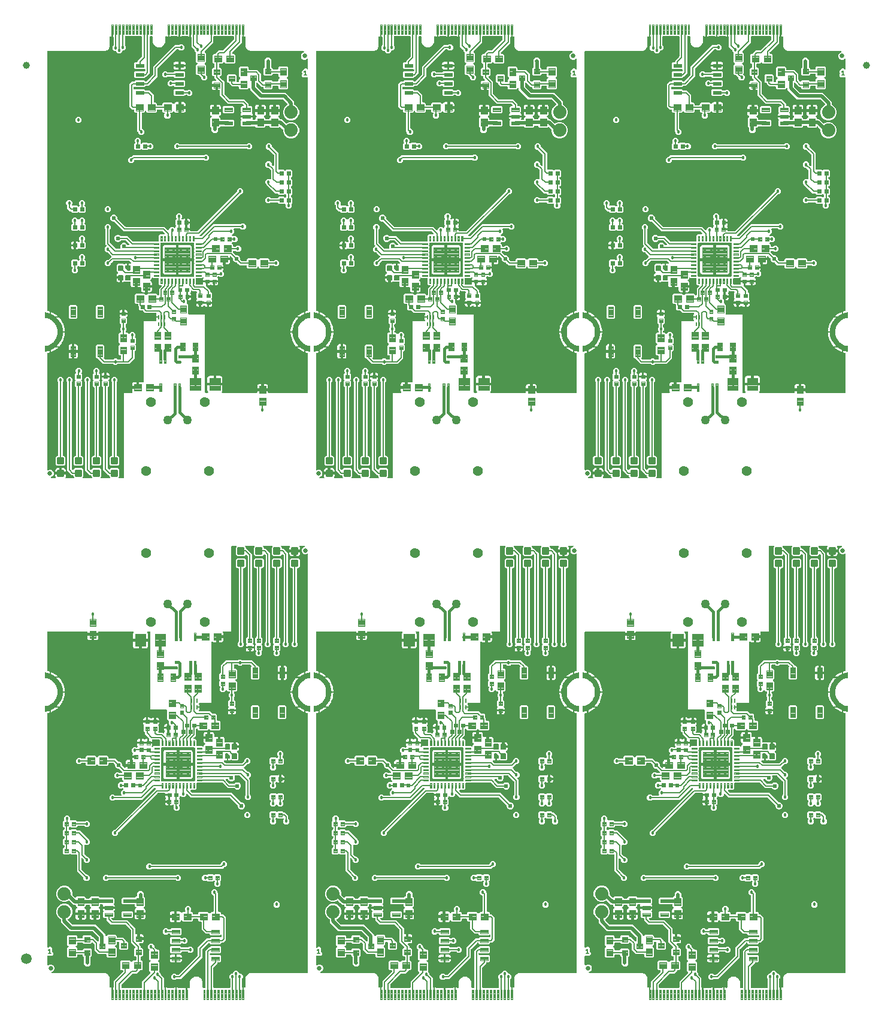
<source format=gtl>
G04 EAGLE Gerber RS-274X export*
G75*
%MOMM*%
%FSLAX34Y34*%
%LPD*%
%INTop Copper*%
%IPPOS*%
%AMOC8*
5,1,8,0,0,1.08239X$1,22.5*%
G01*
%ADD10C,0.203200*%
%ADD11C,0.100000*%
%ADD12C,0.635000*%
%ADD13C,1.879600*%
%ADD14C,0.101500*%
%ADD15C,0.609600*%
%ADD16C,0.104000*%
%ADD17C,0.102000*%
%ADD18C,0.102869*%
%ADD19C,0.140000*%
%ADD20C,0.099000*%
%ADD21C,0.300000*%
%ADD22C,0.102453*%
%ADD23C,0.108000*%
%ADD24C,0.099059*%
%ADD25C,1.425000*%
%ADD26C,1.275000*%
%ADD27C,0.102500*%
%ADD28C,0.096000*%
%ADD29C,1.000000*%
%ADD30C,1.500000*%
%ADD31C,0.457200*%
%ADD32C,0.508000*%
%ADD33C,0.152400*%
%ADD34C,0.177800*%
%ADD35C,0.406400*%

G36*
X854986Y11743D02*
X854986Y11743D01*
X855044Y11742D01*
X855126Y11763D01*
X855210Y11775D01*
X855263Y11799D01*
X855320Y11814D01*
X855392Y11857D01*
X855469Y11891D01*
X855514Y11929D01*
X855564Y11959D01*
X855622Y12020D01*
X855686Y12075D01*
X855718Y12123D01*
X855758Y12166D01*
X855797Y12241D01*
X855844Y12311D01*
X855861Y12367D01*
X855888Y12419D01*
X855899Y12487D01*
X855929Y12582D01*
X855932Y12682D01*
X855943Y12750D01*
X855943Y22548D01*
X855980Y22547D01*
X856062Y22569D01*
X856146Y22581D01*
X856199Y22604D01*
X856255Y22619D01*
X856328Y22662D01*
X856405Y22697D01*
X856450Y22735D01*
X856500Y22764D01*
X856558Y22826D01*
X856622Y22880D01*
X856654Y22929D01*
X856694Y22972D01*
X856733Y23047D01*
X856780Y23117D01*
X856797Y23173D01*
X856824Y23225D01*
X856835Y23293D01*
X856865Y23388D01*
X856868Y23488D01*
X856879Y23556D01*
X856879Y31474D01*
X870184Y44779D01*
X870237Y44849D01*
X870297Y44913D01*
X870322Y44963D01*
X870355Y45007D01*
X870386Y45088D01*
X870426Y45166D01*
X870434Y45214D01*
X870456Y45272D01*
X870469Y45420D01*
X870482Y45497D01*
X870482Y45909D01*
X870473Y45967D01*
X870475Y46026D01*
X870454Y46107D01*
X870442Y46191D01*
X870418Y46244D01*
X870403Y46301D01*
X870360Y46373D01*
X870326Y46450D01*
X870288Y46495D01*
X870258Y46545D01*
X870196Y46603D01*
X870142Y46667D01*
X870093Y46700D01*
X870051Y46740D01*
X869975Y46778D01*
X869905Y46825D01*
X869849Y46843D01*
X869797Y46869D01*
X869729Y46881D01*
X869634Y46911D01*
X869534Y46913D01*
X869466Y46925D01*
X867481Y46925D01*
X865998Y48408D01*
X865998Y59507D01*
X867481Y60990D01*
X879579Y60990D01*
X881312Y59257D01*
X881359Y59222D01*
X881399Y59180D01*
X881472Y59137D01*
X881540Y59086D01*
X881594Y59065D01*
X881645Y59036D01*
X881726Y59015D01*
X881805Y58985D01*
X881864Y58980D01*
X881920Y58966D01*
X882005Y58968D01*
X882089Y58961D01*
X882146Y58973D01*
X882204Y58975D01*
X882285Y59001D01*
X882367Y59017D01*
X882419Y59044D01*
X882475Y59062D01*
X882531Y59102D01*
X882620Y59148D01*
X882692Y59217D01*
X882748Y59257D01*
X884481Y60990D01*
X888017Y60990D01*
X888075Y60998D01*
X888134Y60997D01*
X888215Y61018D01*
X888299Y61030D01*
X888352Y61054D01*
X888409Y61069D01*
X888481Y61112D01*
X888558Y61146D01*
X888603Y61184D01*
X888653Y61214D01*
X888711Y61275D01*
X888775Y61330D01*
X888808Y61379D01*
X888848Y61421D01*
X888886Y61496D01*
X888933Y61567D01*
X888950Y61622D01*
X888977Y61674D01*
X888988Y61742D01*
X889019Y61838D01*
X889021Y61937D01*
X889032Y62005D01*
X889032Y65423D01*
X889024Y65481D01*
X889026Y65539D01*
X889004Y65621D01*
X888993Y65704D01*
X888969Y65758D01*
X888954Y65814D01*
X888911Y65887D01*
X888876Y65964D01*
X888839Y66009D01*
X888809Y66059D01*
X888747Y66117D01*
X888693Y66181D01*
X888644Y66213D01*
X888601Y66253D01*
X888526Y66292D01*
X888456Y66338D01*
X888400Y66356D01*
X888348Y66383D01*
X888280Y66394D01*
X888185Y66424D01*
X888085Y66427D01*
X888017Y66438D01*
X887044Y66438D01*
X885548Y67934D01*
X885548Y77008D01*
X887092Y78552D01*
X887100Y78555D01*
X887129Y78561D01*
X887229Y78613D01*
X887333Y78660D01*
X887355Y78679D01*
X887381Y78692D01*
X887463Y78770D01*
X887550Y78843D01*
X887566Y78868D01*
X887587Y78888D01*
X887644Y78986D01*
X887707Y79080D01*
X887716Y79108D01*
X887731Y79133D01*
X887759Y79243D01*
X887793Y79351D01*
X887794Y79380D01*
X887801Y79409D01*
X887797Y79522D01*
X887800Y79635D01*
X887793Y79664D01*
X887792Y79693D01*
X887757Y79801D01*
X887728Y79910D01*
X887714Y79936D01*
X887704Y79963D01*
X887659Y80027D01*
X887583Y80155D01*
X887538Y80198D01*
X887510Y80237D01*
X883463Y84284D01*
X883462Y84284D01*
X881379Y86367D01*
X881379Y103396D01*
X881367Y103483D01*
X881364Y103570D01*
X881347Y103623D01*
X881339Y103678D01*
X881304Y103758D01*
X881277Y103841D01*
X881249Y103880D01*
X881223Y103937D01*
X881127Y104051D01*
X881082Y104114D01*
X873811Y111386D01*
X873741Y111438D01*
X873677Y111498D01*
X873627Y111523D01*
X873583Y111557D01*
X873502Y111588D01*
X873424Y111628D01*
X873376Y111636D01*
X873318Y111658D01*
X873170Y111670D01*
X873093Y111683D01*
X852939Y111683D01*
X846928Y117694D01*
X846928Y120002D01*
X846920Y120060D01*
X846922Y120118D01*
X846900Y120200D01*
X846888Y120284D01*
X846865Y120337D01*
X846850Y120393D01*
X846807Y120466D01*
X846772Y120543D01*
X846734Y120588D01*
X846705Y120638D01*
X846643Y120696D01*
X846589Y120760D01*
X846540Y120792D01*
X846497Y120832D01*
X846422Y120871D01*
X846352Y120918D01*
X846296Y120935D01*
X846244Y120962D01*
X846176Y120973D01*
X846081Y121003D01*
X845981Y121006D01*
X845913Y121017D01*
X843425Y121017D01*
X841944Y122498D01*
X841944Y129102D01*
X842315Y129473D01*
X842350Y129520D01*
X842393Y129560D01*
X842435Y129633D01*
X842486Y129700D01*
X842507Y129755D01*
X842536Y129805D01*
X842557Y129887D01*
X842587Y129966D01*
X842592Y130024D01*
X842607Y130081D01*
X842604Y130165D01*
X842611Y130249D01*
X842599Y130306D01*
X842597Y130365D01*
X842572Y130445D01*
X842555Y130528D01*
X842528Y130580D01*
X842510Y130635D01*
X842470Y130692D01*
X842424Y130780D01*
X842355Y130852D01*
X842315Y130909D01*
X842043Y131181D01*
X841643Y131873D01*
X841436Y132645D01*
X841436Y133926D01*
X849618Y133926D01*
X849676Y133934D01*
X849734Y133932D01*
X849816Y133954D01*
X849899Y133966D01*
X849953Y133989D01*
X849977Y133996D01*
X850005Y133981D01*
X850073Y133970D01*
X850168Y133940D01*
X850268Y133937D01*
X850336Y133926D01*
X858518Y133926D01*
X858518Y132645D01*
X858311Y131873D01*
X857911Y131181D01*
X857639Y130909D01*
X857604Y130862D01*
X857561Y130822D01*
X857519Y130749D01*
X857468Y130682D01*
X857447Y130627D01*
X857418Y130576D01*
X857397Y130495D01*
X857367Y130416D01*
X857362Y130357D01*
X857347Y130301D01*
X857350Y130217D01*
X857343Y130133D01*
X857355Y130075D01*
X857357Y130017D01*
X857382Y129937D01*
X857399Y129854D01*
X857426Y129802D01*
X857444Y129746D01*
X857484Y129690D01*
X857530Y129602D01*
X857599Y129529D01*
X857639Y129473D01*
X858010Y129102D01*
X858010Y122498D01*
X856529Y121017D01*
X854679Y121017D01*
X854650Y121013D01*
X854621Y121016D01*
X854510Y120993D01*
X854398Y120977D01*
X854371Y120965D01*
X854342Y120960D01*
X854241Y120907D01*
X854138Y120861D01*
X854116Y120842D01*
X854090Y120829D01*
X854008Y120751D01*
X853921Y120678D01*
X853905Y120653D01*
X853884Y120633D01*
X853827Y120535D01*
X853764Y120441D01*
X853755Y120413D01*
X853740Y120388D01*
X853712Y120278D01*
X853678Y120170D01*
X853677Y120140D01*
X853670Y120112D01*
X853673Y119999D01*
X853671Y119886D01*
X853678Y119857D01*
X853679Y119828D01*
X853714Y119720D01*
X853742Y119611D01*
X853757Y119585D01*
X853766Y119557D01*
X853812Y119493D01*
X853888Y119366D01*
X853933Y119323D01*
X853961Y119284D01*
X855167Y118078D01*
X855237Y118025D01*
X855301Y117965D01*
X855351Y117940D01*
X855395Y117907D01*
X855476Y117876D01*
X855554Y117836D01*
X855602Y117828D01*
X855660Y117806D01*
X855808Y117794D01*
X855885Y117781D01*
X876039Y117781D01*
X887477Y106343D01*
X887477Y99027D01*
X887484Y98972D01*
X887483Y98930D01*
X887484Y98928D01*
X887483Y98911D01*
X887505Y98829D01*
X887517Y98745D01*
X887540Y98692D01*
X887555Y98636D01*
X887598Y98563D01*
X887633Y98486D01*
X887671Y98441D01*
X887700Y98391D01*
X887762Y98333D01*
X887816Y98269D01*
X887865Y98237D01*
X887908Y98197D01*
X887983Y98158D01*
X888053Y98111D01*
X888109Y98094D01*
X888161Y98067D01*
X888229Y98056D01*
X888324Y98026D01*
X888424Y98023D01*
X888492Y98012D01*
X890082Y98012D01*
X890082Y92455D01*
X890090Y92397D01*
X890089Y92339D01*
X890110Y92257D01*
X890122Y92174D01*
X890146Y92120D01*
X890160Y92064D01*
X890203Y91991D01*
X890238Y91914D01*
X890276Y91870D01*
X890306Y91819D01*
X890367Y91762D01*
X890422Y91697D01*
X890470Y91665D01*
X890513Y91625D01*
X890588Y91586D01*
X890658Y91540D01*
X890714Y91522D01*
X890766Y91495D01*
X890834Y91484D01*
X890929Y91454D01*
X891029Y91451D01*
X891097Y91440D01*
X892050Y91440D01*
X892050Y90487D01*
X892058Y90429D01*
X892057Y90371D01*
X892078Y90289D01*
X892090Y90205D01*
X892114Y90152D01*
X892129Y90096D01*
X892172Y90023D01*
X892206Y89946D01*
X892244Y89901D01*
X892274Y89851D01*
X892335Y89793D01*
X892390Y89729D01*
X892439Y89697D01*
X892481Y89657D01*
X892556Y89618D01*
X892627Y89571D01*
X892682Y89554D01*
X892734Y89527D01*
X892802Y89516D01*
X892898Y89486D01*
X892997Y89483D01*
X893065Y89472D01*
X899122Y89472D01*
X899122Y87588D01*
X898913Y86810D01*
X898510Y86112D01*
X897941Y85542D01*
X897243Y85139D01*
X896464Y84930D01*
X893890Y84930D01*
X893861Y84926D01*
X893832Y84929D01*
X893721Y84906D01*
X893609Y84890D01*
X893582Y84878D01*
X893553Y84873D01*
X893453Y84820D01*
X893349Y84774D01*
X893327Y84755D01*
X893301Y84742D01*
X893219Y84664D01*
X893132Y84590D01*
X893116Y84566D01*
X893095Y84546D01*
X893038Y84448D01*
X892975Y84354D01*
X892966Y84326D01*
X892951Y84301D01*
X892923Y84191D01*
X892889Y84083D01*
X892888Y84053D01*
X892881Y84025D01*
X892885Y83912D01*
X892882Y83799D01*
X892889Y83770D01*
X892890Y83741D01*
X892925Y83633D01*
X892954Y83524D01*
X892969Y83498D01*
X892978Y83470D01*
X893023Y83407D01*
X893099Y83279D01*
X893144Y83236D01*
X893172Y83197D01*
X895130Y81240D01*
X895130Y79519D01*
X895138Y79461D01*
X895137Y79403D01*
X895158Y79321D01*
X895170Y79237D01*
X895194Y79184D01*
X895208Y79128D01*
X895252Y79055D01*
X895286Y78978D01*
X895324Y78933D01*
X895354Y78883D01*
X895415Y78825D01*
X895470Y78761D01*
X895518Y78729D01*
X895561Y78689D01*
X895636Y78650D01*
X895706Y78603D01*
X895762Y78586D01*
X895814Y78559D01*
X895882Y78548D01*
X895977Y78518D01*
X896077Y78515D01*
X896145Y78504D01*
X897119Y78504D01*
X898614Y77008D01*
X898614Y67934D01*
X897119Y66438D01*
X896145Y66438D01*
X896087Y66430D01*
X896029Y66432D01*
X895947Y66410D01*
X895864Y66398D01*
X895810Y66374D01*
X895754Y66360D01*
X895681Y66317D01*
X895604Y66282D01*
X895560Y66244D01*
X895509Y66214D01*
X895452Y66153D01*
X895387Y66098D01*
X895355Y66050D01*
X895315Y66007D01*
X895276Y65932D01*
X895230Y65862D01*
X895212Y65806D01*
X895185Y65754D01*
X895174Y65686D01*
X895144Y65591D01*
X895141Y65491D01*
X895130Y65423D01*
X895130Y62005D01*
X895138Y61948D01*
X895137Y61889D01*
X895158Y61807D01*
X895170Y61724D01*
X895194Y61671D01*
X895208Y61614D01*
X895252Y61542D01*
X895286Y61464D01*
X895324Y61420D01*
X895354Y61370D01*
X895415Y61312D01*
X895470Y61247D01*
X895518Y61215D01*
X895561Y61175D01*
X895636Y61137D01*
X895706Y61090D01*
X895762Y61072D01*
X895814Y61046D01*
X895882Y61034D01*
X895977Y61004D01*
X896077Y61002D01*
X896145Y60990D01*
X896580Y60990D01*
X898063Y59507D01*
X898063Y48408D01*
X896580Y46925D01*
X894594Y46925D01*
X894536Y46916D01*
X894478Y46918D01*
X894396Y46897D01*
X894313Y46885D01*
X894259Y46861D01*
X894203Y46846D01*
X894131Y46803D01*
X894053Y46769D01*
X894009Y46731D01*
X893959Y46701D01*
X893901Y46639D01*
X893836Y46585D01*
X893804Y46536D01*
X893764Y46494D01*
X893726Y46419D01*
X893679Y46348D01*
X893661Y46292D01*
X893635Y46240D01*
X893623Y46172D01*
X893593Y46077D01*
X893592Y46020D01*
X889788Y42216D01*
X883757Y42216D01*
X883670Y42204D01*
X883583Y42201D01*
X883530Y42184D01*
X883475Y42177D01*
X883395Y42141D01*
X883312Y42114D01*
X883273Y42086D01*
X883216Y42060D01*
X883102Y41964D01*
X883039Y41919D01*
X868274Y27155D01*
X868222Y27085D01*
X868162Y27021D01*
X868136Y26971D01*
X868103Y26927D01*
X868072Y26846D01*
X868032Y26768D01*
X868024Y26720D01*
X868002Y26662D01*
X867990Y26514D01*
X867977Y26437D01*
X867977Y23048D01*
X867985Y22990D01*
X867983Y22932D01*
X868005Y22850D01*
X868017Y22766D01*
X868040Y22713D01*
X868055Y22657D01*
X868098Y22584D01*
X868133Y22507D01*
X868171Y22462D01*
X868200Y22412D01*
X868262Y22354D01*
X868316Y22290D01*
X868365Y22258D01*
X868408Y22218D01*
X868483Y22179D01*
X868553Y22132D01*
X868609Y22115D01*
X868661Y22088D01*
X868729Y22077D01*
X868824Y22047D01*
X868924Y22044D01*
X868992Y22033D01*
X895864Y22033D01*
X895922Y22041D01*
X895980Y22039D01*
X896062Y22061D01*
X896146Y22073D01*
X896199Y22096D01*
X896255Y22111D01*
X896328Y22154D01*
X896405Y22189D01*
X896450Y22227D01*
X896500Y22256D01*
X896558Y22318D01*
X896622Y22372D01*
X896654Y22421D01*
X896694Y22464D01*
X896733Y22539D01*
X896780Y22609D01*
X896797Y22665D01*
X896824Y22717D01*
X896835Y22785D01*
X896865Y22880D01*
X896868Y22980D01*
X896879Y23048D01*
X896879Y30936D01*
X908838Y42895D01*
X908873Y42941D01*
X908916Y42982D01*
X908958Y43055D01*
X909009Y43122D01*
X909030Y43177D01*
X909059Y43227D01*
X909080Y43309D01*
X909110Y43388D01*
X909115Y43446D01*
X909129Y43503D01*
X909127Y43587D01*
X909134Y43671D01*
X909122Y43728D01*
X909120Y43787D01*
X909094Y43867D01*
X909078Y43950D01*
X909051Y44002D01*
X909033Y44057D01*
X908993Y44113D01*
X908947Y44202D01*
X908878Y44274D01*
X908838Y44331D01*
X907316Y45852D01*
X907316Y57950D01*
X909049Y59683D01*
X909085Y59730D01*
X909127Y59770D01*
X909170Y59843D01*
X909220Y59910D01*
X909241Y59965D01*
X909271Y60016D01*
X909291Y60097D01*
X909322Y60176D01*
X909326Y60235D01*
X909341Y60291D01*
X909338Y60375D01*
X909345Y60459D01*
X909334Y60517D01*
X909332Y60575D01*
X909306Y60655D01*
X909289Y60738D01*
X909262Y60790D01*
X909244Y60846D01*
X909204Y60902D01*
X909158Y60991D01*
X909089Y61063D01*
X909049Y61119D01*
X907316Y62852D01*
X907316Y74950D01*
X907432Y75066D01*
X907467Y75113D01*
X907510Y75153D01*
X907552Y75225D01*
X907603Y75293D01*
X907624Y75348D01*
X907653Y75398D01*
X907674Y75480D01*
X907704Y75559D01*
X907709Y75617D01*
X907723Y75674D01*
X907721Y75758D01*
X907728Y75842D01*
X907716Y75899D01*
X907714Y75958D01*
X907688Y76038D01*
X907672Y76121D01*
X907645Y76173D01*
X907627Y76228D01*
X907587Y76284D01*
X907541Y76373D01*
X907472Y76445D01*
X907432Y76502D01*
X905636Y78297D01*
X905636Y81875D01*
X908166Y84405D01*
X911744Y84405D01*
X914274Y81875D01*
X914274Y80500D01*
X914286Y80413D01*
X914289Y80326D01*
X914306Y80273D01*
X914314Y80218D01*
X914349Y80138D01*
X914376Y80055D01*
X914404Y80016D01*
X914430Y79959D01*
X914526Y79846D01*
X914571Y79782D01*
X917621Y76731D01*
X917691Y76679D01*
X917755Y76619D01*
X917804Y76594D01*
X917849Y76560D01*
X917930Y76529D01*
X918008Y76489D01*
X918056Y76481D01*
X918114Y76459D01*
X918262Y76447D01*
X918339Y76434D01*
X919898Y76434D01*
X921382Y74950D01*
X921382Y62852D01*
X919649Y61119D01*
X919614Y61072D01*
X919571Y61032D01*
X919529Y60959D01*
X919478Y60892D01*
X919457Y60837D01*
X919428Y60787D01*
X919407Y60705D01*
X919377Y60626D01*
X919372Y60568D01*
X919358Y60511D01*
X919360Y60427D01*
X919353Y60343D01*
X919365Y60286D01*
X919367Y60227D01*
X919393Y60147D01*
X919409Y60064D01*
X919436Y60012D01*
X919454Y59957D01*
X919494Y59900D01*
X919540Y59812D01*
X919609Y59740D01*
X919649Y59683D01*
X921382Y57950D01*
X921382Y45537D01*
X921381Y45535D01*
X921382Y45519D01*
X921382Y45432D01*
X921382Y45430D01*
X921377Y45369D01*
X921389Y45311D01*
X921390Y45251D01*
X921416Y45172D01*
X921432Y45090D01*
X921460Y45037D01*
X921478Y44981D01*
X921518Y44925D01*
X921563Y44838D01*
X921632Y44764D01*
X921673Y44707D01*
X923443Y42937D01*
X923443Y41561D01*
X923455Y41475D01*
X923458Y41387D01*
X923475Y41335D01*
X923483Y41280D01*
X923519Y41200D01*
X923546Y41117D01*
X923574Y41078D01*
X923599Y41020D01*
X923695Y40907D01*
X923741Y40843D01*
X927977Y36607D01*
X927977Y23556D01*
X927985Y23498D01*
X927983Y23440D01*
X928005Y23358D01*
X928017Y23274D01*
X928040Y23221D01*
X928055Y23165D01*
X928098Y23092D01*
X928133Y23015D01*
X928171Y22970D01*
X928200Y22920D01*
X928262Y22862D01*
X928316Y22798D01*
X928365Y22766D01*
X928408Y22726D01*
X928483Y22687D01*
X928553Y22640D01*
X928609Y22623D01*
X928661Y22596D01*
X928729Y22585D01*
X928824Y22555D01*
X928913Y22552D01*
X928913Y12750D01*
X928921Y12692D01*
X928919Y12634D01*
X928941Y12552D01*
X928952Y12469D01*
X928976Y12415D01*
X928991Y12359D01*
X929034Y12286D01*
X929069Y12209D01*
X929106Y12165D01*
X929136Y12115D01*
X929198Y12057D01*
X929252Y11992D01*
X929301Y11960D01*
X929344Y11920D01*
X929419Y11882D01*
X929489Y11835D01*
X929545Y11817D01*
X929597Y11791D01*
X929665Y11779D01*
X929760Y11749D01*
X929860Y11746D01*
X929928Y11735D01*
X929986Y11743D01*
X930044Y11742D01*
X930126Y11763D01*
X930210Y11775D01*
X930263Y11799D01*
X930320Y11814D01*
X930392Y11857D01*
X930469Y11891D01*
X930514Y11929D01*
X930564Y11959D01*
X930622Y12020D01*
X930686Y12075D01*
X930718Y12123D01*
X930758Y12166D01*
X930797Y12241D01*
X930844Y12311D01*
X930861Y12367D01*
X930888Y12419D01*
X930899Y12487D01*
X930929Y12582D01*
X930932Y12682D01*
X930943Y12750D01*
X930943Y22541D01*
X931572Y22541D01*
X932347Y22333D01*
X932632Y22169D01*
X932722Y22132D01*
X932808Y22088D01*
X932848Y22082D01*
X932895Y22062D01*
X933066Y22045D01*
X933139Y22033D01*
X941717Y22033D01*
X941813Y22046D01*
X941910Y22051D01*
X941948Y22065D01*
X941998Y22073D01*
X942155Y22143D01*
X942224Y22169D01*
X942509Y22333D01*
X943284Y22541D01*
X943913Y22541D01*
X943913Y12750D01*
X943921Y12692D01*
X943919Y12634D01*
X943941Y12552D01*
X943952Y12469D01*
X943976Y12415D01*
X943991Y12359D01*
X944034Y12286D01*
X944069Y12209D01*
X944106Y12165D01*
X944136Y12115D01*
X944198Y12057D01*
X944252Y11992D01*
X944301Y11960D01*
X944344Y11920D01*
X944419Y11882D01*
X944489Y11835D01*
X944545Y11817D01*
X944597Y11791D01*
X944665Y11779D01*
X944760Y11749D01*
X944860Y11746D01*
X944928Y11735D01*
X944986Y11743D01*
X945044Y11742D01*
X945126Y11763D01*
X945210Y11775D01*
X945263Y11799D01*
X945320Y11814D01*
X945392Y11857D01*
X945469Y11891D01*
X945514Y11929D01*
X945564Y11959D01*
X945622Y12020D01*
X945686Y12075D01*
X945718Y12123D01*
X945758Y12166D01*
X945797Y12241D01*
X945844Y12311D01*
X945861Y12367D01*
X945888Y12419D01*
X945899Y12487D01*
X945929Y12582D01*
X945932Y12682D01*
X945943Y12750D01*
X945943Y22541D01*
X946572Y22541D01*
X947347Y22333D01*
X947632Y22169D01*
X947722Y22132D01*
X947808Y22088D01*
X947848Y22082D01*
X947895Y22062D01*
X948066Y22045D01*
X948139Y22033D01*
X956717Y22033D01*
X956813Y22046D01*
X956910Y22051D01*
X956948Y22065D01*
X956998Y22073D01*
X957155Y22143D01*
X957224Y22169D01*
X957509Y22333D01*
X958284Y22541D01*
X958913Y22541D01*
X958913Y12750D01*
X958921Y12692D01*
X958919Y12634D01*
X958941Y12552D01*
X958952Y12469D01*
X958976Y12415D01*
X958991Y12359D01*
X959034Y12286D01*
X959069Y12209D01*
X959106Y12165D01*
X959136Y12115D01*
X959198Y12057D01*
X959252Y11992D01*
X959301Y11960D01*
X959344Y11920D01*
X959419Y11882D01*
X959489Y11835D01*
X959545Y11817D01*
X959597Y11791D01*
X959665Y11779D01*
X959760Y11749D01*
X959860Y11746D01*
X959928Y11735D01*
X959986Y11743D01*
X960044Y11742D01*
X960126Y11763D01*
X960210Y11775D01*
X960263Y11799D01*
X960320Y11814D01*
X960392Y11857D01*
X960469Y11891D01*
X960514Y11929D01*
X960564Y11959D01*
X960622Y12020D01*
X960686Y12075D01*
X960718Y12123D01*
X960758Y12166D01*
X960797Y12241D01*
X960844Y12311D01*
X960861Y12367D01*
X960888Y12419D01*
X960899Y12487D01*
X960929Y12582D01*
X960932Y12682D01*
X960943Y12750D01*
X960943Y22541D01*
X961572Y22541D01*
X962347Y22333D01*
X963106Y21895D01*
X963143Y21880D01*
X963175Y21858D01*
X963274Y21827D01*
X963370Y21788D01*
X963409Y21784D01*
X963446Y21773D01*
X963550Y21770D01*
X963653Y21759D01*
X963691Y21766D01*
X963730Y21765D01*
X963831Y21791D01*
X963933Y21810D01*
X963968Y21827D01*
X964005Y21837D01*
X964094Y21890D01*
X964187Y21936D01*
X964216Y21962D01*
X964250Y21982D01*
X964321Y22058D01*
X964397Y22128D01*
X964418Y22161D01*
X964444Y22190D01*
X964492Y22282D01*
X964546Y22370D01*
X964556Y22408D01*
X964574Y22443D01*
X964587Y22519D01*
X964621Y22644D01*
X964620Y22719D01*
X964629Y22774D01*
X964629Y28996D01*
X964629Y28997D01*
X964627Y31423D01*
X967051Y35627D01*
X971252Y38054D01*
X976104Y38054D01*
X980305Y35627D01*
X982729Y31423D01*
X982727Y28998D01*
X982727Y23048D01*
X982735Y22990D01*
X982733Y22932D01*
X982755Y22850D01*
X982767Y22766D01*
X982790Y22713D01*
X982805Y22657D01*
X982848Y22584D01*
X982883Y22507D01*
X982921Y22462D01*
X982950Y22412D01*
X983012Y22354D01*
X983066Y22290D01*
X983115Y22258D01*
X983158Y22218D01*
X983233Y22179D01*
X983303Y22132D01*
X983359Y22115D01*
X983411Y22088D01*
X983479Y22077D01*
X983574Y22047D01*
X983674Y22044D01*
X983742Y22033D01*
X985864Y22033D01*
X985922Y22041D01*
X985980Y22039D01*
X986062Y22061D01*
X986146Y22073D01*
X986199Y22096D01*
X986255Y22111D01*
X986328Y22154D01*
X986405Y22189D01*
X986450Y22227D01*
X986500Y22256D01*
X986558Y22318D01*
X986622Y22372D01*
X986654Y22421D01*
X986694Y22464D01*
X986733Y22539D01*
X986780Y22609D01*
X986797Y22665D01*
X986824Y22717D01*
X986835Y22785D01*
X986865Y22880D01*
X986868Y22980D01*
X986879Y23048D01*
X986879Y74581D01*
X991697Y79399D01*
X991880Y79399D01*
X991967Y79411D01*
X992054Y79414D01*
X992107Y79431D01*
X992162Y79439D01*
X992242Y79474D01*
X992325Y79501D01*
X992364Y79529D01*
X992421Y79555D01*
X992534Y79651D01*
X992598Y79696D01*
X994285Y81383D01*
X1007371Y81383D01*
X1008861Y79893D01*
X1008861Y72807D01*
X1007371Y71317D01*
X993992Y71317D01*
X993934Y71309D01*
X993876Y71311D01*
X993794Y71289D01*
X993710Y71277D01*
X993657Y71254D01*
X993601Y71239D01*
X993528Y71196D01*
X993451Y71161D01*
X993406Y71123D01*
X993356Y71094D01*
X993298Y71032D01*
X993234Y70978D01*
X993202Y70929D01*
X993162Y70886D01*
X993123Y70811D01*
X993076Y70741D01*
X993059Y70685D01*
X993032Y70633D01*
X993021Y70565D01*
X992991Y70470D01*
X992988Y70370D01*
X992977Y70302D01*
X992977Y69698D01*
X992985Y69640D01*
X992983Y69582D01*
X993005Y69500D01*
X993017Y69416D01*
X993040Y69363D01*
X993055Y69307D01*
X993098Y69234D01*
X993133Y69157D01*
X993171Y69112D01*
X993200Y69062D01*
X993262Y69004D01*
X993316Y68940D01*
X993365Y68908D01*
X993408Y68868D01*
X993483Y68829D01*
X993553Y68782D01*
X993609Y68765D01*
X993661Y68738D01*
X993729Y68727D01*
X993824Y68697D01*
X993924Y68694D01*
X993992Y68683D01*
X1007371Y68683D01*
X1008861Y67193D01*
X1008861Y60107D01*
X1007371Y58617D01*
X1004892Y58617D01*
X1004834Y58609D01*
X1004776Y58611D01*
X1004694Y58589D01*
X1004610Y58577D01*
X1004557Y58554D01*
X1004501Y58539D01*
X1004428Y58496D01*
X1004351Y58461D01*
X1004306Y58423D01*
X1004256Y58394D01*
X1004198Y58332D01*
X1004134Y58278D01*
X1004102Y58229D01*
X1004062Y58186D01*
X1004023Y58111D01*
X1003976Y58041D01*
X1003959Y57985D01*
X1003932Y57933D01*
X1003921Y57865D01*
X1003891Y57770D01*
X1003888Y57670D01*
X1003877Y57602D01*
X1003877Y56694D01*
X998274Y51091D01*
X998222Y51021D01*
X998162Y50957D01*
X998136Y50908D01*
X998103Y50864D01*
X998072Y50782D01*
X998032Y50704D01*
X998024Y50657D01*
X998002Y50598D01*
X997993Y50489D01*
X997991Y50482D01*
X997990Y50454D01*
X997990Y50451D01*
X997977Y50373D01*
X997977Y23048D01*
X997985Y22990D01*
X997983Y22932D01*
X998005Y22850D01*
X998017Y22766D01*
X998040Y22713D01*
X998055Y22657D01*
X998098Y22584D01*
X998133Y22507D01*
X998171Y22462D01*
X998200Y22412D01*
X998262Y22354D01*
X998316Y22290D01*
X998365Y22258D01*
X998408Y22218D01*
X998483Y22179D01*
X998553Y22132D01*
X998609Y22115D01*
X998661Y22088D01*
X998729Y22077D01*
X998824Y22047D01*
X998924Y22044D01*
X998992Y22033D01*
X1020864Y22033D01*
X1020922Y22041D01*
X1020980Y22039D01*
X1021062Y22061D01*
X1021146Y22073D01*
X1021199Y22096D01*
X1021255Y22111D01*
X1021328Y22154D01*
X1021405Y22189D01*
X1021450Y22227D01*
X1021500Y22256D01*
X1021558Y22318D01*
X1021622Y22372D01*
X1021654Y22421D01*
X1021694Y22464D01*
X1021733Y22539D01*
X1021780Y22609D01*
X1021797Y22665D01*
X1021824Y22717D01*
X1021835Y22785D01*
X1021865Y22880D01*
X1021868Y22980D01*
X1021879Y23048D01*
X1021879Y34583D01*
X1021867Y34669D01*
X1021864Y34757D01*
X1021847Y34809D01*
X1021839Y34864D01*
X1021804Y34944D01*
X1021777Y35027D01*
X1021749Y35066D01*
X1021723Y35123D01*
X1021627Y35237D01*
X1021582Y35300D01*
X1020571Y36311D01*
X1020571Y39889D01*
X1023101Y42419D01*
X1024712Y42419D01*
X1024770Y42427D01*
X1024829Y42425D01*
X1024910Y42447D01*
X1024994Y42459D01*
X1025047Y42482D01*
X1025104Y42497D01*
X1025176Y42540D01*
X1025253Y42575D01*
X1025298Y42613D01*
X1025348Y42642D01*
X1025406Y42704D01*
X1025470Y42758D01*
X1025503Y42807D01*
X1025543Y42850D01*
X1025581Y42925D01*
X1025628Y42995D01*
X1025645Y43051D01*
X1025672Y43103D01*
X1025683Y43171D01*
X1025713Y43266D01*
X1025716Y43366D01*
X1025727Y43434D01*
X1025727Y43953D01*
X1028257Y46483D01*
X1031835Y46483D01*
X1034365Y43953D01*
X1034365Y43561D01*
X1034373Y43503D01*
X1034372Y43445D01*
X1034393Y43363D01*
X1034405Y43279D01*
X1034429Y43226D01*
X1034443Y43170D01*
X1034486Y43097D01*
X1034521Y43020D01*
X1034559Y42975D01*
X1034589Y42925D01*
X1034650Y42867D01*
X1034705Y42803D01*
X1034753Y42771D01*
X1034796Y42731D01*
X1034871Y42692D01*
X1034941Y42645D01*
X1034997Y42628D01*
X1035049Y42601D01*
X1035117Y42590D01*
X1035212Y42560D01*
X1035312Y42557D01*
X1035380Y42546D01*
X1037042Y42546D01*
X1039572Y40016D01*
X1039572Y36438D01*
X1038274Y35140D01*
X1038222Y35071D01*
X1038162Y35007D01*
X1038136Y34957D01*
X1038103Y34913D01*
X1038072Y34831D01*
X1038032Y34753D01*
X1038024Y34706D01*
X1038002Y34647D01*
X1037990Y34500D01*
X1037977Y34422D01*
X1037977Y23556D01*
X1037985Y23498D01*
X1037983Y23440D01*
X1038005Y23358D01*
X1038017Y23274D01*
X1038040Y23221D01*
X1038055Y23165D01*
X1038098Y23092D01*
X1038133Y23015D01*
X1038171Y22970D01*
X1038200Y22920D01*
X1038262Y22862D01*
X1038316Y22798D01*
X1038365Y22766D01*
X1038408Y22726D01*
X1038483Y22687D01*
X1038553Y22640D01*
X1038609Y22623D01*
X1038661Y22596D01*
X1038729Y22585D01*
X1038824Y22555D01*
X1038913Y22552D01*
X1038913Y12750D01*
X1038921Y12692D01*
X1038919Y12634D01*
X1038941Y12552D01*
X1038952Y12469D01*
X1038976Y12415D01*
X1038991Y12359D01*
X1039034Y12286D01*
X1039069Y12209D01*
X1039106Y12165D01*
X1039136Y12115D01*
X1039198Y12057D01*
X1039252Y11992D01*
X1039301Y11960D01*
X1039344Y11920D01*
X1039419Y11882D01*
X1039489Y11835D01*
X1039545Y11817D01*
X1039597Y11791D01*
X1039665Y11779D01*
X1039760Y11749D01*
X1039860Y11746D01*
X1039928Y11735D01*
X1039986Y11743D01*
X1040044Y11742D01*
X1040126Y11763D01*
X1040210Y11775D01*
X1040263Y11799D01*
X1040320Y11814D01*
X1040392Y11857D01*
X1040469Y11891D01*
X1040514Y11929D01*
X1040564Y11959D01*
X1040622Y12020D01*
X1040686Y12075D01*
X1040718Y12123D01*
X1040758Y12166D01*
X1040797Y12241D01*
X1040844Y12311D01*
X1040861Y12367D01*
X1040888Y12419D01*
X1040899Y12487D01*
X1040929Y12582D01*
X1040932Y12682D01*
X1040943Y12750D01*
X1040943Y22541D01*
X1041572Y22541D01*
X1042351Y22332D01*
X1042400Y22326D01*
X1042446Y22311D01*
X1042540Y22309D01*
X1042633Y22297D01*
X1042682Y22305D01*
X1042730Y22304D01*
X1042821Y22328D01*
X1042914Y22343D01*
X1042958Y22363D01*
X1043005Y22376D01*
X1043086Y22424D01*
X1043171Y22464D01*
X1043208Y22496D01*
X1043250Y22521D01*
X1043314Y22590D01*
X1043385Y22652D01*
X1043411Y22693D01*
X1043444Y22728D01*
X1043487Y22812D01*
X1043538Y22891D01*
X1043552Y22938D01*
X1043574Y22981D01*
X1043586Y23055D01*
X1043618Y23164D01*
X1043619Y23251D01*
X1043629Y23313D01*
X1043629Y34948D01*
X1043627Y34962D01*
X1043629Y34974D01*
X1043576Y37045D01*
X1045604Y40776D01*
X1049227Y42993D01*
X1049728Y43006D01*
X1049801Y43018D01*
X1049876Y43021D01*
X1049941Y43042D01*
X1049982Y43049D01*
X1051376Y43049D01*
X1051391Y43051D01*
X1051402Y43049D01*
X1052804Y43085D01*
X1052851Y43069D01*
X1052975Y43061D01*
X1053051Y43049D01*
X1130808Y43049D01*
X1130866Y43057D01*
X1130924Y43055D01*
X1131006Y43077D01*
X1131090Y43089D01*
X1131143Y43112D01*
X1131199Y43127D01*
X1131272Y43170D01*
X1131349Y43205D01*
X1131394Y43243D01*
X1131444Y43272D01*
X1131502Y43334D01*
X1131566Y43388D01*
X1131598Y43437D01*
X1131638Y43480D01*
X1131677Y43555D01*
X1131724Y43625D01*
X1131741Y43681D01*
X1131768Y43733D01*
X1131779Y43801D01*
X1131809Y43896D01*
X1131812Y43996D01*
X1131823Y44064D01*
X1131823Y409330D01*
X1131810Y409424D01*
X1131806Y409518D01*
X1131790Y409564D01*
X1131783Y409612D01*
X1131745Y409698D01*
X1131714Y409788D01*
X1131687Y409827D01*
X1131667Y409871D01*
X1131606Y409943D01*
X1131552Y410021D01*
X1131515Y410051D01*
X1131484Y410088D01*
X1131405Y410141D01*
X1131331Y410200D01*
X1131292Y410216D01*
X1131247Y410246D01*
X1131089Y410296D01*
X1131019Y410323D01*
X1129917Y410557D01*
X1128443Y411035D01*
X1128443Y413791D01*
X1130851Y412984D01*
X1130861Y412983D01*
X1130886Y412975D01*
X1134884Y412255D01*
X1134923Y412259D01*
X1134961Y412253D01*
X1134991Y412266D01*
X1135023Y412270D01*
X1135053Y412294D01*
X1135089Y412310D01*
X1135107Y412337D01*
X1135132Y412357D01*
X1135145Y412394D01*
X1135166Y412427D01*
X1135175Y412482D01*
X1135177Y412489D01*
X1135176Y412493D01*
X1135177Y412500D01*
X1135177Y420000D01*
X1135175Y420009D01*
X1135175Y420011D01*
X1135172Y420017D01*
X1135158Y420065D01*
X1135139Y420132D01*
X1135138Y420133D01*
X1135138Y420134D01*
X1135086Y420180D01*
X1135035Y420225D01*
X1135034Y420226D01*
X1135033Y420226D01*
X1135030Y420227D01*
X1134964Y420247D01*
X1132066Y420670D01*
X1129288Y421536D01*
X1126680Y422826D01*
X1124306Y424508D01*
X1122224Y426540D01*
X1120486Y428873D01*
X1119134Y431450D01*
X1118202Y434206D01*
X1117712Y437074D01*
X1117677Y440000D01*
X1117712Y442926D01*
X1118202Y445794D01*
X1119134Y448550D01*
X1120486Y451127D01*
X1122224Y453460D01*
X1124306Y455492D01*
X1126680Y457174D01*
X1129288Y458464D01*
X1132066Y459330D01*
X1134964Y459753D01*
X1135025Y459781D01*
X1135089Y459810D01*
X1135090Y459811D01*
X1135091Y459812D01*
X1135128Y459869D01*
X1135166Y459927D01*
X1135166Y459928D01*
X1135167Y459929D01*
X1135167Y459932D01*
X1135177Y460000D01*
X1135177Y467500D01*
X1135167Y467537D01*
X1135166Y467575D01*
X1135147Y467602D01*
X1135138Y467634D01*
X1135109Y467659D01*
X1135088Y467691D01*
X1135058Y467704D01*
X1135033Y467726D01*
X1134995Y467732D01*
X1134960Y467747D01*
X1134902Y467746D01*
X1134895Y467747D01*
X1134892Y467746D01*
X1134886Y467746D01*
X1130875Y467052D01*
X1130866Y467048D01*
X1130839Y467044D01*
X1128443Y466254D01*
X1128443Y469007D01*
X1129920Y469476D01*
X1131012Y469700D01*
X1131105Y469733D01*
X1131199Y469758D01*
X1131238Y469781D01*
X1131280Y469796D01*
X1131360Y469853D01*
X1131444Y469903D01*
X1131475Y469936D01*
X1131511Y469962D01*
X1131571Y470039D01*
X1131638Y470111D01*
X1131659Y470150D01*
X1131686Y470186D01*
X1131723Y470277D01*
X1131768Y470364D01*
X1131774Y470403D01*
X1131793Y470449D01*
X1131811Y470623D01*
X1131823Y470695D01*
X1131823Y634457D01*
X1131807Y634570D01*
X1131797Y634685D01*
X1131787Y634711D01*
X1131783Y634739D01*
X1131736Y634844D01*
X1131695Y634951D01*
X1131679Y634973D01*
X1131667Y634998D01*
X1131593Y635086D01*
X1131524Y635177D01*
X1131501Y635194D01*
X1131484Y635215D01*
X1131388Y635279D01*
X1131296Y635348D01*
X1131270Y635357D01*
X1131247Y635373D01*
X1131137Y635407D01*
X1131030Y635448D01*
X1131002Y635450D01*
X1130976Y635459D01*
X1130861Y635461D01*
X1130747Y635471D01*
X1130722Y635465D01*
X1130692Y635466D01*
X1130435Y635399D01*
X1130419Y635395D01*
X1128964Y634792D01*
X1126892Y634792D01*
X1124978Y635585D01*
X1123513Y637050D01*
X1122720Y638964D01*
X1122720Y641036D01*
X1123513Y642950D01*
X1124978Y644415D01*
X1126386Y644998D01*
X1126460Y645042D01*
X1126538Y645077D01*
X1126582Y645114D01*
X1126631Y645143D01*
X1126690Y645205D01*
X1126755Y645261D01*
X1126787Y645308D01*
X1126826Y645349D01*
X1126865Y645426D01*
X1126913Y645497D01*
X1126930Y645551D01*
X1126956Y645602D01*
X1126973Y645686D01*
X1126999Y645768D01*
X1127000Y645825D01*
X1127011Y645881D01*
X1127004Y645966D01*
X1127006Y646052D01*
X1126992Y646107D01*
X1126987Y646164D01*
X1126956Y646244D01*
X1126934Y646327D01*
X1126905Y646376D01*
X1126885Y646429D01*
X1126833Y646498D01*
X1126789Y646572D01*
X1126747Y646611D01*
X1126713Y646656D01*
X1126644Y646708D01*
X1126582Y646766D01*
X1126531Y646792D01*
X1126485Y646826D01*
X1126405Y646857D01*
X1126328Y646896D01*
X1126280Y646904D01*
X1126219Y646927D01*
X1126075Y646938D01*
X1125997Y646951D01*
X1120691Y646951D01*
X1120652Y646946D01*
X1120613Y646948D01*
X1120512Y646926D01*
X1120410Y646911D01*
X1120374Y646896D01*
X1120336Y646887D01*
X1120245Y646837D01*
X1120150Y646795D01*
X1120120Y646770D01*
X1120086Y646751D01*
X1120012Y646678D01*
X1119933Y646612D01*
X1119911Y646579D01*
X1119884Y646552D01*
X1119833Y646461D01*
X1119776Y646375D01*
X1119764Y646338D01*
X1119745Y646304D01*
X1119721Y646203D01*
X1119690Y646104D01*
X1119689Y646065D01*
X1119680Y646027D01*
X1119685Y645923D01*
X1119682Y645820D01*
X1119692Y645782D01*
X1119694Y645743D01*
X1119722Y645670D01*
X1119754Y645545D01*
X1119792Y645481D01*
X1119812Y645428D01*
X1120294Y644594D01*
X1120569Y643566D01*
X1120569Y641565D01*
X1114045Y641565D01*
X1113987Y641557D01*
X1113928Y641558D01*
X1113847Y641537D01*
X1113763Y641525D01*
X1113710Y641501D01*
X1113653Y641487D01*
X1113581Y641444D01*
X1113504Y641409D01*
X1113459Y641371D01*
X1113409Y641341D01*
X1113351Y641280D01*
X1113287Y641225D01*
X1113254Y641177D01*
X1113214Y641134D01*
X1113176Y641059D01*
X1113129Y640989D01*
X1113111Y640933D01*
X1113085Y640881D01*
X1113073Y640813D01*
X1113043Y640718D01*
X1113041Y640618D01*
X1113029Y640550D01*
X1113029Y639533D01*
X1113028Y639533D01*
X1113028Y640550D01*
X1113019Y640608D01*
X1113021Y640666D01*
X1113000Y640748D01*
X1112988Y640831D01*
X1112964Y640885D01*
X1112949Y640941D01*
X1112906Y641014D01*
X1112871Y641091D01*
X1112834Y641135D01*
X1112804Y641186D01*
X1112742Y641243D01*
X1112688Y641308D01*
X1112639Y641340D01*
X1112596Y641380D01*
X1112521Y641419D01*
X1112451Y641465D01*
X1112395Y641483D01*
X1112343Y641510D01*
X1112275Y641521D01*
X1112180Y641551D01*
X1112080Y641554D01*
X1112012Y641565D01*
X1105488Y641565D01*
X1105488Y643566D01*
X1105763Y644594D01*
X1106245Y645428D01*
X1106260Y645465D01*
X1106281Y645497D01*
X1106313Y645596D01*
X1106351Y645692D01*
X1106355Y645731D01*
X1106367Y645768D01*
X1106370Y645872D01*
X1106380Y645975D01*
X1106373Y646013D01*
X1106374Y646052D01*
X1106348Y646153D01*
X1106330Y646255D01*
X1106312Y646290D01*
X1106303Y646327D01*
X1106250Y646416D01*
X1106204Y646509D01*
X1106177Y646538D01*
X1106157Y646572D01*
X1106082Y646643D01*
X1106012Y646719D01*
X1105978Y646740D01*
X1105950Y646766D01*
X1105858Y646814D01*
X1105769Y646868D01*
X1105732Y646878D01*
X1105697Y646896D01*
X1105620Y646909D01*
X1105495Y646943D01*
X1105421Y646942D01*
X1105366Y646951D01*
X1094658Y646951D01*
X1094629Y646947D01*
X1094600Y646950D01*
X1094489Y646927D01*
X1094377Y646911D01*
X1094350Y646899D01*
X1094321Y646894D01*
X1094220Y646841D01*
X1094117Y646795D01*
X1094095Y646776D01*
X1094069Y646763D01*
X1093987Y646685D01*
X1093900Y646612D01*
X1093884Y646587D01*
X1093863Y646567D01*
X1093806Y646469D01*
X1093743Y646375D01*
X1093734Y646347D01*
X1093719Y646322D01*
X1093691Y646212D01*
X1093657Y646104D01*
X1093656Y646074D01*
X1093649Y646046D01*
X1093653Y645933D01*
X1093650Y645820D01*
X1093657Y645791D01*
X1093658Y645762D01*
X1093693Y645654D01*
X1093721Y645545D01*
X1093736Y645519D01*
X1093745Y645491D01*
X1093791Y645427D01*
X1093867Y645300D01*
X1093912Y645257D01*
X1093940Y645218D01*
X1094661Y644497D01*
X1094661Y643598D01*
X1094669Y643540D01*
X1094668Y643482D01*
X1094689Y643400D01*
X1094701Y643316D01*
X1094725Y643263D01*
X1094740Y643207D01*
X1094783Y643134D01*
X1094817Y643057D01*
X1094855Y643012D01*
X1094885Y642962D01*
X1094946Y642904D01*
X1095001Y642840D01*
X1095050Y642808D01*
X1095092Y642768D01*
X1095167Y642729D01*
X1095238Y642682D01*
X1095293Y642665D01*
X1095345Y642638D01*
X1095413Y642627D01*
X1095509Y642597D01*
X1095608Y642594D01*
X1095676Y642583D01*
X1097057Y642583D01*
X1103377Y636263D01*
X1103377Y511479D01*
X1103389Y511393D01*
X1103392Y511305D01*
X1103409Y511253D01*
X1103417Y511198D01*
X1103452Y511118D01*
X1103479Y511035D01*
X1103507Y510996D01*
X1103533Y510939D01*
X1103629Y510825D01*
X1103674Y510762D01*
X1104647Y509789D01*
X1104647Y506211D01*
X1102117Y503681D01*
X1098539Y503681D01*
X1096009Y506211D01*
X1096009Y509789D01*
X1096982Y510762D01*
X1097034Y510831D01*
X1097094Y510895D01*
X1097120Y510945D01*
X1097153Y510989D01*
X1097184Y511070D01*
X1097224Y511148D01*
X1097232Y511196D01*
X1097254Y511254D01*
X1097266Y511402D01*
X1097279Y511479D01*
X1097279Y633317D01*
X1097267Y633403D01*
X1097264Y633491D01*
X1097247Y633543D01*
X1097239Y633598D01*
X1097204Y633678D01*
X1097177Y633761D01*
X1097149Y633800D01*
X1097123Y633858D01*
X1097027Y633971D01*
X1096982Y634035D01*
X1096271Y634745D01*
X1096225Y634780D01*
X1096184Y634823D01*
X1096112Y634865D01*
X1096044Y634916D01*
X1095989Y634937D01*
X1095939Y634966D01*
X1095857Y634987D01*
X1095779Y635017D01*
X1095720Y635022D01*
X1095664Y635036D01*
X1095579Y635034D01*
X1095495Y635041D01*
X1095438Y635029D01*
X1095379Y635027D01*
X1095299Y635002D01*
X1095216Y634985D01*
X1095165Y634958D01*
X1095109Y634940D01*
X1095053Y634900D01*
X1094964Y634854D01*
X1094892Y634785D01*
X1094836Y634745D01*
X1092592Y632501D01*
X1082665Y632501D01*
X1080596Y634571D01*
X1080596Y644497D01*
X1081316Y645218D01*
X1081334Y645242D01*
X1081357Y645261D01*
X1081419Y645355D01*
X1081487Y645445D01*
X1081498Y645473D01*
X1081514Y645497D01*
X1081548Y645605D01*
X1081589Y645711D01*
X1081591Y645740D01*
X1081600Y645768D01*
X1081603Y645882D01*
X1081612Y645994D01*
X1081606Y646023D01*
X1081607Y646052D01*
X1081579Y646162D01*
X1081556Y646273D01*
X1081543Y646299D01*
X1081535Y646327D01*
X1081478Y646425D01*
X1081425Y646525D01*
X1081405Y646547D01*
X1081390Y646572D01*
X1081307Y646649D01*
X1081230Y646731D01*
X1081204Y646746D01*
X1081183Y646766D01*
X1081082Y646818D01*
X1080984Y646875D01*
X1080956Y646882D01*
X1080930Y646896D01*
X1080852Y646909D01*
X1080709Y646945D01*
X1080646Y646943D01*
X1080599Y646951D01*
X1069258Y646951D01*
X1069229Y646947D01*
X1069200Y646950D01*
X1069089Y646927D01*
X1068977Y646911D01*
X1068950Y646899D01*
X1068921Y646894D01*
X1068820Y646841D01*
X1068717Y646795D01*
X1068695Y646776D01*
X1068669Y646763D01*
X1068587Y646685D01*
X1068500Y646612D01*
X1068484Y646587D01*
X1068463Y646567D01*
X1068406Y646469D01*
X1068343Y646375D01*
X1068334Y646347D01*
X1068319Y646322D01*
X1068291Y646212D01*
X1068257Y646104D01*
X1068256Y646074D01*
X1068249Y646046D01*
X1068253Y645933D01*
X1068250Y645820D01*
X1068257Y645791D01*
X1068258Y645762D01*
X1068293Y645654D01*
X1068321Y645545D01*
X1068336Y645519D01*
X1068345Y645491D01*
X1068391Y645427D01*
X1068467Y645300D01*
X1068512Y645257D01*
X1068540Y645218D01*
X1069261Y644497D01*
X1069261Y643598D01*
X1069269Y643540D01*
X1069268Y643482D01*
X1069289Y643400D01*
X1069301Y643316D01*
X1069325Y643263D01*
X1069340Y643207D01*
X1069383Y643134D01*
X1069417Y643057D01*
X1069455Y643012D01*
X1069485Y642962D01*
X1069546Y642904D01*
X1069601Y642840D01*
X1069650Y642808D01*
X1069692Y642768D01*
X1069767Y642729D01*
X1069838Y642682D01*
X1069893Y642665D01*
X1069945Y642638D01*
X1070013Y642627D01*
X1070109Y642597D01*
X1070208Y642594D01*
X1070276Y642583D01*
X1071521Y642583D01*
X1073604Y640500D01*
X1073605Y640499D01*
X1075893Y638211D01*
X1075894Y638210D01*
X1077977Y636127D01*
X1077977Y511479D01*
X1077989Y511393D01*
X1077992Y511305D01*
X1078009Y511253D01*
X1078017Y511198D01*
X1078052Y511118D01*
X1078079Y511035D01*
X1078107Y510996D01*
X1078133Y510939D01*
X1078229Y510825D01*
X1078274Y510762D01*
X1079247Y509789D01*
X1079247Y506211D01*
X1076717Y503681D01*
X1073139Y503681D01*
X1070609Y506211D01*
X1070609Y509789D01*
X1071582Y510762D01*
X1071634Y510831D01*
X1071694Y510895D01*
X1071720Y510945D01*
X1071753Y510989D01*
X1071784Y511070D01*
X1071824Y511148D01*
X1071832Y511196D01*
X1071854Y511254D01*
X1071866Y511402D01*
X1071879Y511479D01*
X1071879Y633181D01*
X1071867Y633268D01*
X1071864Y633355D01*
X1071847Y633408D01*
X1071839Y633463D01*
X1071804Y633542D01*
X1071777Y633626D01*
X1071749Y633665D01*
X1071723Y633722D01*
X1071627Y633835D01*
X1071582Y633899D01*
X1070804Y634677D01*
X1070757Y634712D01*
X1070717Y634755D01*
X1070644Y634798D01*
X1070576Y634848D01*
X1070522Y634869D01*
X1070471Y634899D01*
X1070390Y634919D01*
X1070311Y634949D01*
X1070252Y634954D01*
X1070196Y634969D01*
X1070111Y634966D01*
X1070027Y634973D01*
X1069970Y634961D01*
X1069912Y634960D01*
X1069831Y634934D01*
X1069749Y634917D01*
X1069697Y634890D01*
X1069641Y634872D01*
X1069585Y634832D01*
X1069496Y634786D01*
X1069424Y634717D01*
X1069368Y634677D01*
X1067192Y632501D01*
X1057265Y632501D01*
X1055196Y634571D01*
X1055196Y644497D01*
X1055916Y645218D01*
X1055934Y645242D01*
X1055957Y645261D01*
X1056019Y645355D01*
X1056087Y645445D01*
X1056098Y645473D01*
X1056114Y645497D01*
X1056148Y645605D01*
X1056189Y645711D01*
X1056191Y645740D01*
X1056200Y645768D01*
X1056203Y645882D01*
X1056212Y645994D01*
X1056206Y646023D01*
X1056207Y646052D01*
X1056179Y646162D01*
X1056156Y646273D01*
X1056143Y646299D01*
X1056135Y646327D01*
X1056078Y646425D01*
X1056025Y646525D01*
X1056005Y646547D01*
X1055990Y646572D01*
X1055907Y646649D01*
X1055830Y646731D01*
X1055804Y646746D01*
X1055783Y646766D01*
X1055682Y646818D01*
X1055584Y646875D01*
X1055556Y646882D01*
X1055530Y646896D01*
X1055452Y646909D01*
X1055309Y646945D01*
X1055246Y646943D01*
X1055199Y646951D01*
X1043858Y646951D01*
X1043829Y646947D01*
X1043800Y646950D01*
X1043689Y646927D01*
X1043577Y646911D01*
X1043550Y646899D01*
X1043521Y646894D01*
X1043420Y646841D01*
X1043317Y646795D01*
X1043295Y646776D01*
X1043269Y646763D01*
X1043187Y646685D01*
X1043100Y646612D01*
X1043084Y646587D01*
X1043063Y646567D01*
X1043006Y646469D01*
X1042943Y646375D01*
X1042934Y646347D01*
X1042919Y646322D01*
X1042891Y646212D01*
X1042857Y646104D01*
X1042856Y646074D01*
X1042849Y646046D01*
X1042853Y645933D01*
X1042850Y645820D01*
X1042857Y645791D01*
X1042858Y645762D01*
X1042893Y645654D01*
X1042921Y645545D01*
X1042936Y645519D01*
X1042945Y645491D01*
X1042991Y645427D01*
X1043067Y645300D01*
X1043112Y645257D01*
X1043140Y645218D01*
X1043861Y644497D01*
X1043861Y643598D01*
X1043869Y643540D01*
X1043868Y643482D01*
X1043889Y643400D01*
X1043901Y643316D01*
X1043925Y643263D01*
X1043940Y643207D01*
X1043983Y643134D01*
X1044017Y643057D01*
X1044055Y643012D01*
X1044085Y642962D01*
X1044146Y642904D01*
X1044201Y642840D01*
X1044250Y642808D01*
X1044292Y642768D01*
X1044367Y642729D01*
X1044438Y642682D01*
X1044493Y642665D01*
X1044545Y642638D01*
X1044613Y642627D01*
X1044709Y642597D01*
X1044808Y642594D01*
X1044876Y642583D01*
X1045021Y642583D01*
X1052577Y635027D01*
X1052577Y518948D01*
X1052589Y518861D01*
X1052592Y518774D01*
X1052609Y518721D01*
X1052617Y518666D01*
X1052652Y518586D01*
X1052679Y518503D01*
X1052707Y518464D01*
X1052733Y518407D01*
X1052829Y518294D01*
X1052874Y518230D01*
X1054561Y516543D01*
X1054561Y509457D01*
X1054181Y509077D01*
X1054146Y509030D01*
X1054103Y508990D01*
X1054061Y508917D01*
X1054010Y508850D01*
X1053989Y508795D01*
X1053960Y508745D01*
X1053939Y508663D01*
X1053909Y508584D01*
X1053904Y508526D01*
X1053890Y508469D01*
X1053892Y508385D01*
X1053885Y508301D01*
X1053897Y508244D01*
X1053899Y508185D01*
X1053925Y508105D01*
X1053941Y508022D01*
X1053968Y507970D01*
X1053986Y507915D01*
X1054026Y507858D01*
X1054072Y507770D01*
X1054141Y507698D01*
X1054181Y507641D01*
X1054459Y507363D01*
X1054861Y506668D01*
X1055069Y505892D01*
X1055069Y504499D01*
X1050012Y504499D01*
X1049954Y504491D01*
X1049896Y504493D01*
X1049814Y504471D01*
X1049731Y504459D01*
X1049677Y504436D01*
X1049621Y504421D01*
X1049548Y504378D01*
X1049529Y504369D01*
X1049483Y504400D01*
X1049427Y504417D01*
X1049375Y504444D01*
X1049307Y504455D01*
X1049212Y504485D01*
X1049112Y504488D01*
X1049044Y504499D01*
X1043987Y504499D01*
X1043987Y505892D01*
X1044195Y506668D01*
X1044597Y507363D01*
X1044875Y507641D01*
X1044910Y507688D01*
X1044952Y507728D01*
X1044995Y507801D01*
X1045046Y507868D01*
X1045067Y507923D01*
X1045096Y507974D01*
X1045117Y508055D01*
X1045147Y508134D01*
X1045152Y508193D01*
X1045166Y508249D01*
X1045164Y508333D01*
X1045171Y508417D01*
X1045159Y508475D01*
X1045157Y508533D01*
X1045131Y508613D01*
X1045115Y508696D01*
X1045088Y508748D01*
X1045070Y508804D01*
X1045030Y508860D01*
X1044984Y508948D01*
X1044915Y509021D01*
X1044875Y509077D01*
X1044495Y509457D01*
X1044495Y516543D01*
X1046182Y518230D01*
X1046234Y518300D01*
X1046294Y518364D01*
X1046320Y518413D01*
X1046353Y518457D01*
X1046384Y518539D01*
X1046424Y518617D01*
X1046432Y518664D01*
X1046454Y518723D01*
X1046466Y518870D01*
X1046479Y518948D01*
X1046479Y632081D01*
X1046472Y632135D01*
X1046473Y632169D01*
X1046466Y632194D01*
X1046464Y632255D01*
X1046447Y632308D01*
X1046439Y632363D01*
X1046404Y632442D01*
X1046377Y632526D01*
X1046349Y632565D01*
X1046323Y632622D01*
X1046227Y632735D01*
X1046182Y632799D01*
X1044854Y634127D01*
X1044807Y634162D01*
X1044767Y634205D01*
X1044694Y634248D01*
X1044626Y634298D01*
X1044572Y634319D01*
X1044521Y634349D01*
X1044440Y634369D01*
X1044361Y634399D01*
X1044302Y634404D01*
X1044246Y634419D01*
X1044161Y634416D01*
X1044077Y634423D01*
X1044020Y634411D01*
X1043962Y634410D01*
X1043881Y634384D01*
X1043799Y634367D01*
X1043747Y634340D01*
X1043691Y634322D01*
X1043635Y634282D01*
X1043546Y634236D01*
X1043474Y634167D01*
X1043418Y634127D01*
X1041792Y632501D01*
X1031865Y632501D01*
X1029796Y634571D01*
X1029796Y644497D01*
X1030516Y645218D01*
X1030534Y645242D01*
X1030557Y645261D01*
X1030619Y645355D01*
X1030687Y645445D01*
X1030698Y645473D01*
X1030714Y645497D01*
X1030748Y645605D01*
X1030789Y645711D01*
X1030791Y645740D01*
X1030800Y645768D01*
X1030803Y645882D01*
X1030812Y645994D01*
X1030806Y646023D01*
X1030807Y646052D01*
X1030779Y646162D01*
X1030756Y646273D01*
X1030743Y646299D01*
X1030735Y646327D01*
X1030678Y646425D01*
X1030625Y646525D01*
X1030605Y646547D01*
X1030590Y646572D01*
X1030507Y646649D01*
X1030430Y646731D01*
X1030404Y646746D01*
X1030383Y646766D01*
X1030282Y646818D01*
X1030184Y646875D01*
X1030156Y646882D01*
X1030130Y646896D01*
X1030052Y646909D01*
X1029909Y646945D01*
X1029846Y646943D01*
X1029799Y646951D01*
X1024428Y646951D01*
X1024370Y646943D01*
X1024312Y646945D01*
X1024230Y646923D01*
X1024147Y646911D01*
X1024093Y646888D01*
X1024037Y646873D01*
X1023964Y646830D01*
X1023887Y646795D01*
X1023842Y646757D01*
X1023792Y646728D01*
X1023734Y646666D01*
X1023670Y646612D01*
X1023638Y646563D01*
X1023598Y646520D01*
X1023559Y646445D01*
X1023513Y646375D01*
X1023495Y646319D01*
X1023468Y646267D01*
X1023457Y646199D01*
X1023427Y646104D01*
X1023424Y646004D01*
X1023413Y645936D01*
X1023413Y526006D01*
X1012192Y526006D01*
X1012153Y526000D01*
X1012114Y526003D01*
X1012013Y525980D01*
X1011910Y525966D01*
X1011875Y525950D01*
X1011836Y525941D01*
X1011745Y525892D01*
X1011651Y525849D01*
X1011621Y525824D01*
X1011587Y525806D01*
X1011513Y525733D01*
X1011434Y525666D01*
X1011412Y525633D01*
X1011384Y525606D01*
X1011334Y525516D01*
X1011276Y525429D01*
X1011264Y525392D01*
X1011245Y525358D01*
X1011222Y525257D01*
X1011190Y525158D01*
X1011189Y525119D01*
X1011181Y525081D01*
X1011186Y524978D01*
X1011183Y524874D01*
X1011193Y524836D01*
X1011195Y524797D01*
X1011222Y524724D01*
X1011255Y524599D01*
X1011293Y524535D01*
X1011312Y524483D01*
X1011658Y523884D01*
X1011865Y523111D01*
X1011865Y520242D01*
X1004840Y520242D01*
X1004783Y520234D01*
X1004724Y520235D01*
X1004643Y520214D01*
X1004559Y520202D01*
X1004506Y520178D01*
X1004449Y520163D01*
X1004377Y520120D01*
X1004300Y520086D01*
X1004255Y520048D01*
X1004205Y520018D01*
X1004147Y519957D01*
X1004083Y519902D01*
X1004050Y519854D01*
X1004010Y519811D01*
X1003972Y519736D01*
X1003925Y519666D01*
X1003907Y519610D01*
X1003881Y519558D01*
X1003869Y519490D01*
X1003839Y519395D01*
X1003837Y519295D01*
X1003825Y519227D01*
X1003825Y518210D01*
X1002808Y518210D01*
X1002751Y518202D01*
X1002692Y518203D01*
X1002610Y518182D01*
X1002527Y518170D01*
X1002474Y518146D01*
X1002417Y518131D01*
X1002345Y518088D01*
X1002268Y518054D01*
X1002223Y518016D01*
X1002173Y517986D01*
X1002115Y517925D01*
X1002051Y517870D01*
X1002018Y517822D01*
X1001978Y517779D01*
X1001940Y517704D01*
X1001893Y517634D01*
X1001875Y517578D01*
X1001849Y517526D01*
X1001837Y517458D01*
X1001807Y517363D01*
X1001805Y517263D01*
X1001793Y517195D01*
X1001793Y510670D01*
X998424Y510670D01*
X997651Y510877D01*
X996873Y511326D01*
X996837Y511341D01*
X996805Y511362D01*
X996706Y511394D01*
X996610Y511432D01*
X996571Y511436D01*
X996534Y511448D01*
X996430Y511451D01*
X996327Y511461D01*
X996289Y511454D01*
X996249Y511455D01*
X996149Y511429D01*
X996047Y511411D01*
X996012Y511393D01*
X995974Y511384D01*
X995886Y511331D01*
X995792Y511285D01*
X995764Y511258D01*
X995730Y511238D01*
X995659Y511163D01*
X995583Y511093D01*
X995562Y511060D01*
X995535Y511031D01*
X995488Y510939D01*
X995434Y510850D01*
X995424Y510813D01*
X995406Y510778D01*
X995393Y510701D01*
X995359Y510576D01*
X995360Y510502D01*
X995351Y510447D01*
X995351Y424662D01*
X978397Y424662D01*
X978358Y424656D01*
X978319Y424659D01*
X978218Y424637D01*
X978115Y424622D01*
X978080Y424606D01*
X978041Y424598D01*
X977950Y424548D01*
X977856Y424506D01*
X977826Y424481D01*
X977792Y424462D01*
X977718Y424389D01*
X977639Y424322D01*
X977617Y424290D01*
X977589Y424262D01*
X977539Y424172D01*
X977481Y424085D01*
X977469Y424048D01*
X977450Y424014D01*
X977427Y423913D01*
X977395Y423814D01*
X977394Y423775D01*
X977385Y423737D01*
X977391Y423634D01*
X977388Y423530D01*
X977398Y423493D01*
X977400Y423453D01*
X977427Y423381D01*
X977460Y423255D01*
X977498Y423191D01*
X977517Y423139D01*
X977791Y422666D01*
X977999Y421890D01*
X977999Y419944D01*
X977966Y419935D01*
X977893Y419892D01*
X977816Y419857D01*
X977772Y419820D01*
X977721Y419790D01*
X977664Y419728D01*
X977599Y419674D01*
X977567Y419625D01*
X977527Y419582D01*
X977488Y419507D01*
X977442Y419437D01*
X977424Y419381D01*
X977397Y419329D01*
X977386Y419261D01*
X977356Y419166D01*
X977353Y419066D01*
X977342Y418998D01*
X977350Y418940D01*
X977349Y418882D01*
X977370Y418800D01*
X977382Y418716D01*
X977406Y418663D01*
X977420Y418607D01*
X977464Y418534D01*
X977498Y418457D01*
X977536Y418412D01*
X977566Y418362D01*
X977627Y418304D01*
X977682Y418240D01*
X977730Y418208D01*
X977773Y418168D01*
X977848Y418129D01*
X977918Y418082D01*
X977974Y418065D01*
X977999Y418052D01*
X977999Y416107D01*
X977791Y415331D01*
X977478Y414789D01*
X977442Y414699D01*
X977435Y414689D01*
X977386Y414629D01*
X977373Y414606D01*
X977361Y414578D01*
X977349Y414561D01*
X977348Y414555D01*
X977336Y414538D01*
X977305Y414439D01*
X977266Y414343D01*
X977262Y414304D01*
X977251Y414267D01*
X977248Y414163D01*
X977237Y414060D01*
X977244Y414022D01*
X977243Y413983D01*
X977269Y413882D01*
X977288Y413780D01*
X977305Y413745D01*
X977315Y413708D01*
X977368Y413618D01*
X977414Y413525D01*
X977440Y413497D01*
X977460Y413463D01*
X977536Y413392D01*
X977606Y413316D01*
X977639Y413295D01*
X977668Y413269D01*
X977760Y413221D01*
X977848Y413167D01*
X977886Y413157D01*
X977921Y413139D01*
X977997Y413126D01*
X978123Y413092D01*
X978197Y413093D01*
X978252Y413084D01*
X993304Y413084D01*
X995387Y411001D01*
X995387Y411000D01*
X996410Y409977D01*
X996480Y409925D01*
X996544Y409865D01*
X996593Y409840D01*
X996637Y409807D01*
X996719Y409775D01*
X996797Y409736D01*
X996845Y409728D01*
X996903Y409705D01*
X997051Y409693D01*
X997128Y409680D01*
X1000972Y409680D01*
X1002462Y408191D01*
X1002462Y403988D01*
X1002474Y403901D01*
X1002477Y403813D01*
X1002494Y403761D01*
X1002501Y403706D01*
X1002537Y403626D01*
X1002564Y403543D01*
X1002592Y403504D01*
X1002618Y403447D01*
X1002713Y403333D01*
X1002759Y403270D01*
X1003063Y402965D01*
X1003063Y400884D01*
X1003071Y400826D01*
X1003070Y400768D01*
X1003091Y400686D01*
X1003103Y400603D01*
X1003127Y400549D01*
X1003142Y400493D01*
X1003185Y400420D01*
X1003219Y400343D01*
X1003257Y400299D01*
X1003287Y400249D01*
X1003348Y400191D01*
X1003403Y400126D01*
X1003452Y400094D01*
X1003494Y400054D01*
X1003569Y400016D01*
X1003640Y399969D01*
X1003695Y399951D01*
X1003747Y399925D01*
X1003815Y399913D01*
X1003911Y399883D01*
X1004010Y399880D01*
X1004078Y399869D01*
X1006318Y399869D01*
X1007801Y398385D01*
X1007801Y387287D01*
X1006318Y385804D01*
X994219Y385804D01*
X992486Y387537D01*
X992440Y387572D01*
X992399Y387614D01*
X992326Y387657D01*
X992259Y387708D01*
X992204Y387728D01*
X992154Y387758D01*
X992072Y387779D01*
X991993Y387809D01*
X991935Y387814D01*
X991879Y387828D01*
X991794Y387825D01*
X991710Y387832D01*
X991653Y387821D01*
X991594Y387819D01*
X991514Y387793D01*
X991431Y387776D01*
X991380Y387749D01*
X991324Y387731D01*
X991268Y387691D01*
X991179Y387645D01*
X991107Y387577D01*
X991051Y387537D01*
X989318Y385804D01*
X977219Y385804D01*
X975731Y387292D01*
X975712Y387387D01*
X975696Y387500D01*
X975684Y387526D01*
X975678Y387555D01*
X975626Y387656D01*
X975580Y387759D01*
X975561Y387781D01*
X975547Y387807D01*
X975469Y387890D01*
X975396Y387976D01*
X975372Y387992D01*
X975351Y388014D01*
X975254Y388071D01*
X975159Y388134D01*
X975131Y388142D01*
X975106Y388157D01*
X974996Y388185D01*
X974888Y388219D01*
X974859Y388220D01*
X974830Y388227D01*
X974717Y388224D01*
X974604Y388227D01*
X974576Y388219D01*
X974546Y388218D01*
X974438Y388183D01*
X974329Y388155D01*
X974304Y388140D01*
X974276Y388131D01*
X974212Y388085D01*
X974085Y388010D01*
X974057Y387980D01*
X974031Y387969D01*
X973974Y387954D01*
X973902Y387911D01*
X973825Y387876D01*
X973780Y387838D01*
X973730Y387809D01*
X973672Y387747D01*
X973608Y387693D01*
X973575Y387644D01*
X973535Y387601D01*
X973497Y387526D01*
X973450Y387456D01*
X973432Y387400D01*
X973406Y387348D01*
X973394Y387280D01*
X973364Y387185D01*
X973362Y387085D01*
X973350Y387017D01*
X973350Y378645D01*
X970291Y375586D01*
X970274Y375562D01*
X970251Y375543D01*
X970189Y375449D01*
X970121Y375359D01*
X970110Y375331D01*
X970094Y375307D01*
X970060Y375199D01*
X970019Y375093D01*
X970017Y375064D01*
X970008Y375036D01*
X970005Y374922D01*
X969996Y374810D01*
X970001Y374781D01*
X970001Y374752D01*
X970029Y374642D01*
X970052Y374531D01*
X970065Y374505D01*
X970073Y374477D01*
X970130Y374379D01*
X970183Y374279D01*
X970203Y374257D01*
X970218Y374232D01*
X970300Y374155D01*
X970378Y374073D01*
X970404Y374058D01*
X970425Y374038D01*
X970526Y373986D01*
X970624Y373929D01*
X970652Y373922D01*
X970678Y373908D01*
X970756Y373895D01*
X970899Y373859D01*
X970962Y373861D01*
X971009Y373853D01*
X972393Y373853D01*
X973884Y372362D01*
X973884Y364791D01*
X973892Y364733D01*
X973890Y364675D01*
X973912Y364593D01*
X973924Y364509D01*
X973947Y364456D01*
X973962Y364400D01*
X974005Y364327D01*
X974040Y364250D01*
X974078Y364205D01*
X974107Y364155D01*
X974169Y364097D01*
X974223Y364033D01*
X974272Y364001D01*
X974315Y363961D01*
X974390Y363922D01*
X974460Y363875D01*
X974516Y363858D01*
X974568Y363831D01*
X974636Y363820D01*
X974731Y363790D01*
X974831Y363787D01*
X974899Y363776D01*
X982470Y363776D01*
X982729Y363517D01*
X982752Y363499D01*
X982771Y363477D01*
X982866Y363414D01*
X982956Y363346D01*
X982984Y363335D01*
X983008Y363319D01*
X983116Y363285D01*
X983222Y363245D01*
X983251Y363242D01*
X983279Y363233D01*
X983392Y363230D01*
X983505Y363221D01*
X983534Y363227D01*
X983563Y363226D01*
X983673Y363255D01*
X983784Y363277D01*
X983810Y363290D01*
X983838Y363298D01*
X983935Y363356D01*
X984036Y363408D01*
X984057Y363428D01*
X984083Y363443D01*
X984160Y363526D01*
X984242Y363604D01*
X984257Y363629D01*
X984277Y363650D01*
X984329Y363751D01*
X984386Y363849D01*
X984393Y363877D01*
X984407Y363904D01*
X984420Y363981D01*
X984456Y364124D01*
X984454Y364187D01*
X984462Y364235D01*
X984462Y364718D01*
X986000Y366257D01*
X986030Y366296D01*
X986066Y366328D01*
X986115Y366409D01*
X986171Y366484D01*
X986189Y366529D01*
X986214Y366571D01*
X986239Y366661D01*
X986272Y366749D01*
X986276Y366798D01*
X986289Y366845D01*
X986288Y366939D01*
X986296Y367033D01*
X986286Y367080D01*
X986286Y367129D01*
X986259Y367219D01*
X986240Y367311D01*
X986218Y367355D01*
X986204Y367401D01*
X986152Y367480D01*
X986109Y367564D01*
X986076Y367599D01*
X986049Y367640D01*
X985992Y367687D01*
X985913Y367770D01*
X985838Y367814D01*
X985790Y367854D01*
X985128Y368236D01*
X984562Y368802D01*
X984161Y369496D01*
X983954Y370269D01*
X983954Y373638D01*
X990479Y373638D01*
X990537Y373646D01*
X990595Y373645D01*
X990677Y373666D01*
X990760Y373678D01*
X990814Y373702D01*
X990870Y373717D01*
X990943Y373760D01*
X991020Y373794D01*
X991064Y373832D01*
X991115Y373862D01*
X991172Y373923D01*
X991237Y373978D01*
X991269Y374026D01*
X991309Y374069D01*
X991347Y374144D01*
X991394Y374214D01*
X991412Y374270D01*
X991438Y374322D01*
X991450Y374390D01*
X991480Y374485D01*
X991483Y374585D01*
X991494Y374653D01*
X991494Y375670D01*
X992511Y375670D01*
X992569Y375678D01*
X992627Y375677D01*
X992709Y375698D01*
X992792Y375710D01*
X992846Y375734D01*
X992902Y375749D01*
X992975Y375792D01*
X993052Y375826D01*
X993096Y375864D01*
X993147Y375894D01*
X993204Y375955D01*
X993269Y376010D01*
X993301Y376058D01*
X993341Y376101D01*
X993379Y376176D01*
X993426Y376246D01*
X993444Y376302D01*
X993470Y376354D01*
X993482Y376422D01*
X993512Y376517D01*
X993515Y376617D01*
X993526Y376685D01*
X993526Y383710D01*
X996395Y383710D01*
X997169Y383503D01*
X997862Y383102D01*
X998428Y382536D01*
X998828Y381843D01*
X999036Y381070D01*
X999036Y377527D01*
X999041Y377489D01*
X999039Y377449D01*
X999061Y377348D01*
X999075Y377246D01*
X999091Y377210D01*
X999100Y377172D01*
X999149Y377081D01*
X999192Y376987D01*
X999217Y376957D01*
X999236Y376922D01*
X999308Y376848D01*
X999375Y376770D01*
X999408Y376748D01*
X999436Y376720D01*
X999526Y376669D01*
X999612Y376612D01*
X999649Y376600D01*
X999684Y376581D01*
X999784Y376557D01*
X999883Y376526D01*
X999922Y376525D01*
X999960Y376516D01*
X1000064Y376522D01*
X1000167Y376519D01*
X1000205Y376529D01*
X1000244Y376531D01*
X1000317Y376558D01*
X1000442Y376591D01*
X1000476Y376611D01*
X1001282Y376827D01*
X1004151Y376827D01*
X1004151Y369802D01*
X1004159Y369744D01*
X1004157Y369686D01*
X1004179Y369604D01*
X1004191Y369520D01*
X1004215Y369467D01*
X1004229Y369410D01*
X1004272Y369338D01*
X1004307Y369261D01*
X1004345Y369216D01*
X1004375Y369166D01*
X1004436Y369108D01*
X1004491Y369044D01*
X1004539Y369012D01*
X1004582Y368972D01*
X1004657Y368933D01*
X1004727Y368886D01*
X1004783Y368869D01*
X1004835Y368842D01*
X1004903Y368831D01*
X1004998Y368801D01*
X1005098Y368798D01*
X1005166Y368787D01*
X1007198Y368787D01*
X1007256Y368795D01*
X1007314Y368793D01*
X1007396Y368815D01*
X1007479Y368826D01*
X1007533Y368850D01*
X1007589Y368865D01*
X1007662Y368908D01*
X1007739Y368943D01*
X1007783Y368981D01*
X1007834Y369010D01*
X1007891Y369072D01*
X1007956Y369126D01*
X1007988Y369175D01*
X1008028Y369218D01*
X1008067Y369293D01*
X1008113Y369363D01*
X1008131Y369419D01*
X1008158Y369471D01*
X1008169Y369539D01*
X1008199Y369634D01*
X1008202Y369734D01*
X1008213Y369802D01*
X1008213Y376826D01*
X1011082Y376827D01*
X1011856Y376619D01*
X1012549Y376219D01*
X1013115Y375653D01*
X1013516Y374959D01*
X1013723Y374186D01*
X1013723Y369868D01*
X1013731Y369810D01*
X1013729Y369752D01*
X1013751Y369670D01*
X1013763Y369586D01*
X1013786Y369533D01*
X1013801Y369477D01*
X1013844Y369404D01*
X1013879Y369327D01*
X1013917Y369282D01*
X1013946Y369232D01*
X1014008Y369174D01*
X1014062Y369110D01*
X1014111Y369078D01*
X1014154Y369038D01*
X1014229Y368999D01*
X1014299Y368952D01*
X1014355Y368935D01*
X1014407Y368908D01*
X1014475Y368897D01*
X1014570Y368867D01*
X1014670Y368864D01*
X1014738Y368853D01*
X1021760Y368853D01*
X1021765Y368847D01*
X1021820Y368806D01*
X1021868Y368758D01*
X1021933Y368721D01*
X1021993Y368676D01*
X1022056Y368652D01*
X1022116Y368619D01*
X1022188Y368602D01*
X1022258Y368575D01*
X1022326Y368570D01*
X1022393Y368554D01*
X1022467Y368558D01*
X1022541Y368552D01*
X1022608Y368565D01*
X1022676Y368568D01*
X1022735Y368590D01*
X1022820Y368607D01*
X1022921Y368660D01*
X1022991Y368686D01*
X1023777Y369140D01*
X1024601Y369361D01*
X1026079Y369361D01*
X1026079Y363804D01*
X1026087Y363746D01*
X1026085Y363688D01*
X1026107Y363606D01*
X1026119Y363523D01*
X1026142Y363469D01*
X1026157Y363413D01*
X1026200Y363340D01*
X1026235Y363263D01*
X1026273Y363219D01*
X1026302Y363168D01*
X1026364Y363111D01*
X1026418Y363046D01*
X1026467Y363014D01*
X1026510Y362974D01*
X1026585Y362935D01*
X1026655Y362889D01*
X1026711Y362871D01*
X1026763Y362844D01*
X1026831Y362833D01*
X1026926Y362803D01*
X1027026Y362800D01*
X1027094Y362789D01*
X1027547Y362789D01*
X1027547Y362336D01*
X1027555Y362278D01*
X1027554Y362220D01*
X1027575Y362138D01*
X1027587Y362054D01*
X1027611Y362001D01*
X1027625Y361945D01*
X1027669Y361872D01*
X1027703Y361795D01*
X1027741Y361750D01*
X1027771Y361700D01*
X1027832Y361642D01*
X1027887Y361578D01*
X1027935Y361546D01*
X1027978Y361506D01*
X1028053Y361467D01*
X1028123Y361420D01*
X1028179Y361403D01*
X1028231Y361376D01*
X1028299Y361365D01*
X1028394Y361335D01*
X1028494Y361332D01*
X1028562Y361321D01*
X1033869Y361321D01*
X1033869Y359593D01*
X1033648Y358769D01*
X1033221Y358030D01*
X1032618Y357427D01*
X1031905Y357015D01*
X1031867Y356985D01*
X1031823Y356963D01*
X1031755Y356898D01*
X1031681Y356840D01*
X1031652Y356800D01*
X1031617Y356767D01*
X1031570Y356686D01*
X1031515Y356610D01*
X1031498Y356564D01*
X1031473Y356522D01*
X1031450Y356431D01*
X1031418Y356342D01*
X1031415Y356293D01*
X1031403Y356246D01*
X1031406Y356152D01*
X1031400Y356058D01*
X1031411Y356011D01*
X1031412Y355962D01*
X1031441Y355872D01*
X1031461Y355781D01*
X1031485Y355738D01*
X1031500Y355691D01*
X1031543Y355631D01*
X1031597Y355531D01*
X1031658Y355469D01*
X1031695Y355418D01*
X1033361Y353752D01*
X1033361Y345388D01*
X1031760Y343787D01*
X1023896Y343787D01*
X1023834Y343849D01*
X1023780Y343890D01*
X1023732Y343939D01*
X1023667Y343975D01*
X1023607Y344020D01*
X1023543Y344044D01*
X1023484Y344078D01*
X1023411Y344095D01*
X1023342Y344121D01*
X1023273Y344127D01*
X1023207Y344142D01*
X1023133Y344139D01*
X1023058Y344145D01*
X1022991Y344131D01*
X1022923Y344128D01*
X1022864Y344106D01*
X1022779Y344089D01*
X1022678Y344036D01*
X1022609Y344010D01*
X1021945Y343627D01*
X1021939Y343624D01*
X1021938Y343623D01*
X1021937Y343623D01*
X1021764Y343523D01*
X1021386Y343421D01*
X1021385Y343421D01*
X1021384Y343421D01*
X1021380Y343420D01*
X1020892Y343289D01*
X1018843Y343289D01*
X1018843Y345831D01*
X1020440Y345831D01*
X1020542Y345846D01*
X1020644Y345854D01*
X1020673Y345866D01*
X1020703Y345870D01*
X1020796Y345915D01*
X1020891Y345953D01*
X1020915Y345973D01*
X1020943Y345986D01*
X1021018Y346056D01*
X1021097Y346121D01*
X1021114Y346146D01*
X1021137Y346167D01*
X1021188Y346257D01*
X1021245Y346342D01*
X1021250Y346365D01*
X1021269Y346398D01*
X1021327Y346658D01*
X1021323Y346696D01*
X1021329Y346719D01*
X1021329Y349792D01*
X1021310Y349915D01*
X1021294Y350038D01*
X1021290Y350045D01*
X1021289Y350055D01*
X1021173Y350294D01*
X1021127Y350344D01*
X1021109Y350377D01*
X1018797Y353019D01*
X1018759Y353051D01*
X1018727Y353091D01*
X1018658Y353137D01*
X1018594Y353190D01*
X1018548Y353210D01*
X1018506Y353238D01*
X1018455Y353249D01*
X1018350Y353294D01*
X1018174Y353312D01*
X1018129Y353322D01*
X1015233Y353322D01*
X1015132Y353307D01*
X1015030Y353298D01*
X1015001Y353287D01*
X1014971Y353282D01*
X1014878Y353238D01*
X1014783Y353199D01*
X1014759Y353180D01*
X1014731Y353166D01*
X1014656Y353097D01*
X1014577Y353032D01*
X1014559Y353006D01*
X1014537Y352985D01*
X1014486Y352896D01*
X1014429Y352811D01*
X1014424Y352787D01*
X1014405Y352754D01*
X1014347Y352495D01*
X1014350Y352457D01*
X1014345Y352434D01*
X1014345Y346719D01*
X1014361Y346617D01*
X1014369Y346515D01*
X1014380Y346486D01*
X1014385Y346456D01*
X1014430Y346364D01*
X1014468Y346268D01*
X1014487Y346244D01*
X1014501Y346217D01*
X1014571Y346142D01*
X1014635Y346062D01*
X1014661Y346045D01*
X1014682Y346022D01*
X1014771Y345971D01*
X1014857Y345914D01*
X1014880Y345909D01*
X1014913Y345890D01*
X1015172Y345833D01*
X1015210Y345836D01*
X1015233Y345831D01*
X1016813Y345831D01*
X1016813Y343289D01*
X1014782Y343289D01*
X1014014Y343495D01*
X1013995Y343497D01*
X1013976Y343504D01*
X1013854Y343514D01*
X1013732Y343529D01*
X1013712Y343526D01*
X1013693Y343528D01*
X1013572Y343504D01*
X1013451Y343484D01*
X1013433Y343476D01*
X1013414Y343472D01*
X1013305Y343415D01*
X1013194Y343363D01*
X1013179Y343350D01*
X1013162Y343341D01*
X1013073Y343256D01*
X1012981Y343175D01*
X1012970Y343158D01*
X1012956Y343145D01*
X1012894Y343039D01*
X1012827Y342935D01*
X1012822Y342917D01*
X1012812Y342900D01*
X1012782Y342781D01*
X1012747Y342663D01*
X1012747Y342643D01*
X1012742Y342624D01*
X1012746Y342502D01*
X1012745Y342378D01*
X1012750Y342360D01*
X1012751Y342340D01*
X1012789Y342223D01*
X1012822Y342105D01*
X1012832Y342088D01*
X1012838Y342070D01*
X1012881Y342010D01*
X1012972Y341863D01*
X1013010Y341829D01*
X1013033Y341796D01*
X1014933Y339896D01*
X1015003Y339844D01*
X1015067Y339784D01*
X1015117Y339758D01*
X1015161Y339725D01*
X1015242Y339694D01*
X1015320Y339654D01*
X1015368Y339646D01*
X1015426Y339624D01*
X1015574Y339612D01*
X1015651Y339599D01*
X1038195Y339599D01*
X1038281Y339611D01*
X1038369Y339614D01*
X1038421Y339631D01*
X1038476Y339639D01*
X1038556Y339674D01*
X1038639Y339701D01*
X1038678Y339729D01*
X1038736Y339755D01*
X1038849Y339851D01*
X1038913Y339896D01*
X1041312Y342295D01*
X1041364Y342365D01*
X1041424Y342429D01*
X1041450Y342479D01*
X1041483Y342523D01*
X1041514Y342604D01*
X1041554Y342682D01*
X1041562Y342730D01*
X1041584Y342788D01*
X1041596Y342936D01*
X1041609Y343013D01*
X1041609Y344389D01*
X1044139Y346919D01*
X1047717Y346919D01*
X1050247Y344389D01*
X1050247Y340811D01*
X1047717Y338281D01*
X1046341Y338281D01*
X1046255Y338269D01*
X1046167Y338266D01*
X1046115Y338249D01*
X1046060Y338241D01*
X1045980Y338206D01*
X1045897Y338179D01*
X1045858Y338151D01*
X1045800Y338125D01*
X1045687Y338029D01*
X1045623Y337984D01*
X1041520Y333881D01*
X1041485Y333834D01*
X1041443Y333794D01*
X1041400Y333721D01*
X1041349Y333654D01*
X1041328Y333599D01*
X1041299Y333548D01*
X1041278Y333467D01*
X1041248Y333388D01*
X1041243Y333329D01*
X1041229Y333273D01*
X1041232Y333189D01*
X1041225Y333105D01*
X1041236Y333047D01*
X1041238Y332989D01*
X1041264Y332909D01*
X1041280Y332826D01*
X1041307Y332774D01*
X1041325Y332718D01*
X1041365Y332662D01*
X1041411Y332573D01*
X1041480Y332501D01*
X1041520Y332445D01*
X1046186Y327779D01*
X1046256Y327726D01*
X1046320Y327666D01*
X1046370Y327641D01*
X1046414Y327608D01*
X1046495Y327577D01*
X1046573Y327537D01*
X1046621Y327529D01*
X1046679Y327507D01*
X1046827Y327494D01*
X1046904Y327481D01*
X1048268Y327481D01*
X1050798Y324952D01*
X1050798Y321374D01*
X1048340Y318916D01*
X1048305Y318870D01*
X1048263Y318829D01*
X1048220Y318756D01*
X1048169Y318689D01*
X1048148Y318634D01*
X1048119Y318584D01*
X1048098Y318502D01*
X1048068Y318423D01*
X1048063Y318365D01*
X1048049Y318309D01*
X1048052Y318224D01*
X1048045Y318140D01*
X1048056Y318083D01*
X1048058Y318024D01*
X1048084Y317944D01*
X1048100Y317861D01*
X1048127Y317810D01*
X1048145Y317754D01*
X1048185Y317698D01*
X1048231Y317609D01*
X1048300Y317537D01*
X1048340Y317481D01*
X1049477Y316344D01*
X1049477Y295579D01*
X1049489Y295493D01*
X1049492Y295405D01*
X1049509Y295353D01*
X1049517Y295298D01*
X1049552Y295218D01*
X1049579Y295135D01*
X1049607Y295096D01*
X1049633Y295039D01*
X1049729Y294925D01*
X1049774Y294862D01*
X1050747Y293889D01*
X1050747Y290311D01*
X1048217Y287781D01*
X1044639Y287781D01*
X1042109Y290311D01*
X1042109Y293889D01*
X1043082Y294862D01*
X1043134Y294931D01*
X1043194Y294995D01*
X1043220Y295045D01*
X1043253Y295089D01*
X1043284Y295170D01*
X1043324Y295248D01*
X1043332Y295296D01*
X1043354Y295354D01*
X1043366Y295502D01*
X1043379Y295579D01*
X1043379Y313398D01*
X1043367Y313484D01*
X1043364Y313572D01*
X1043347Y313625D01*
X1043339Y313679D01*
X1043304Y313759D01*
X1043277Y313842D01*
X1043249Y313882D01*
X1043223Y313939D01*
X1043127Y314052D01*
X1043082Y314116D01*
X1035224Y321974D01*
X1035154Y322026D01*
X1035090Y322086D01*
X1035041Y322112D01*
X1034997Y322145D01*
X1034915Y322176D01*
X1034837Y322216D01*
X1034789Y322224D01*
X1034731Y322246D01*
X1034583Y322258D01*
X1034506Y322271D01*
X1029023Y322271D01*
X1028909Y322255D01*
X1028795Y322245D01*
X1028769Y322235D01*
X1028741Y322231D01*
X1028637Y322184D01*
X1028530Y322143D01*
X1028507Y322127D01*
X1028482Y322115D01*
X1028394Y322041D01*
X1028303Y321972D01*
X1028286Y321949D01*
X1028265Y321932D01*
X1028201Y321836D01*
X1028133Y321744D01*
X1028123Y321718D01*
X1028107Y321695D01*
X1028073Y321585D01*
X1028032Y321478D01*
X1028030Y321450D01*
X1028022Y321424D01*
X1028019Y321309D01*
X1028010Y321195D01*
X1028015Y321170D01*
X1028014Y321140D01*
X1028081Y320883D01*
X1028085Y320867D01*
X1028472Y319933D01*
X1028472Y317912D01*
X1027699Y316044D01*
X1026269Y314615D01*
X1024402Y313842D01*
X1022381Y313842D01*
X1020513Y314615D01*
X1019084Y316044D01*
X1018804Y316721D01*
X1018803Y316722D01*
X1018803Y316724D01*
X1018735Y316838D01*
X1018659Y316966D01*
X1018658Y316967D01*
X1018658Y316968D01*
X1018553Y317066D01*
X1018453Y317161D01*
X1018451Y317161D01*
X1018450Y317163D01*
X1018325Y317227D01*
X1018200Y317291D01*
X1018198Y317291D01*
X1018197Y317292D01*
X1018182Y317294D01*
X1017921Y317346D01*
X1017891Y317343D01*
X1017866Y317347D01*
X1016387Y317347D01*
X1016358Y317343D01*
X1016329Y317346D01*
X1016218Y317324D01*
X1016106Y317308D01*
X1016079Y317296D01*
X1016050Y317290D01*
X1015950Y317238D01*
X1015846Y317191D01*
X1015824Y317172D01*
X1015798Y317159D01*
X1015716Y317081D01*
X1015629Y317008D01*
X1015613Y316983D01*
X1015592Y316963D01*
X1015535Y316865D01*
X1015472Y316771D01*
X1015463Y316743D01*
X1015448Y316718D01*
X1015420Y316608D01*
X1015386Y316500D01*
X1015385Y316471D01*
X1015378Y316442D01*
X1015382Y316329D01*
X1015379Y316216D01*
X1015386Y316187D01*
X1015387Y316158D01*
X1015422Y316050D01*
X1015451Y315941D01*
X1015466Y315916D01*
X1015475Y315888D01*
X1015520Y315824D01*
X1015596Y315696D01*
X1015616Y315677D01*
X1015618Y315674D01*
X1015644Y315650D01*
X1015669Y315614D01*
X1020344Y310940D01*
X1020414Y310888D01*
X1020477Y310828D01*
X1020527Y310802D01*
X1020571Y310769D01*
X1020653Y310738D01*
X1020731Y310698D01*
X1020778Y310690D01*
X1020837Y310668D01*
X1020984Y310656D01*
X1021062Y310643D01*
X1027242Y310643D01*
X1027328Y310655D01*
X1027416Y310658D01*
X1027468Y310675D01*
X1027523Y310683D01*
X1027603Y310718D01*
X1027686Y310745D01*
X1027726Y310773D01*
X1027783Y310799D01*
X1027896Y310895D01*
X1027960Y310940D01*
X1028921Y311901D01*
X1030788Y312675D01*
X1032809Y312675D01*
X1034677Y311901D01*
X1036106Y310472D01*
X1036880Y308605D01*
X1036880Y306583D01*
X1036106Y304716D01*
X1034677Y303287D01*
X1032809Y302513D01*
X1030788Y302513D01*
X1028921Y303287D01*
X1027960Y304248D01*
X1027890Y304300D01*
X1027826Y304360D01*
X1027777Y304386D01*
X1027732Y304419D01*
X1027651Y304450D01*
X1027573Y304490D01*
X1027525Y304498D01*
X1027467Y304520D01*
X1027319Y304532D01*
X1027242Y304545D01*
X1018115Y304545D01*
X1010788Y311872D01*
X1010719Y311925D01*
X1010655Y311985D01*
X1010605Y312010D01*
X1010561Y312043D01*
X1010479Y312074D01*
X1010402Y312114D01*
X1010354Y312122D01*
X1010295Y312144D01*
X1010148Y312157D01*
X1010070Y312170D01*
X983196Y312170D01*
X983109Y312157D01*
X983022Y312155D01*
X982969Y312138D01*
X982914Y312130D01*
X982835Y312094D01*
X982751Y312067D01*
X982712Y312039D01*
X982655Y312014D01*
X982542Y311918D01*
X982478Y311872D01*
X982470Y311864D01*
X974899Y311864D01*
X974841Y311856D01*
X974783Y311858D01*
X974701Y311836D01*
X974617Y311824D01*
X974564Y311801D01*
X974508Y311786D01*
X974435Y311743D01*
X974358Y311708D01*
X974313Y311670D01*
X974263Y311641D01*
X974205Y311579D01*
X974141Y311525D01*
X974109Y311476D01*
X974069Y311433D01*
X974030Y311358D01*
X973983Y311288D01*
X973966Y311232D01*
X973939Y311180D01*
X973928Y311112D01*
X973898Y311017D01*
X973895Y310917D01*
X973884Y310849D01*
X973884Y303278D01*
X972393Y301787D01*
X968387Y301787D01*
X968364Y301796D01*
X968313Y301826D01*
X968232Y301847D01*
X968153Y301877D01*
X968095Y301881D01*
X968038Y301896D01*
X967954Y301893D01*
X967870Y301900D01*
X967812Y301889D01*
X967754Y301887D01*
X967674Y301861D01*
X967591Y301844D01*
X967539Y301817D01*
X967483Y301799D01*
X967466Y301787D01*
X966593Y301787D01*
X966564Y301783D01*
X966535Y301786D01*
X966424Y301763D01*
X966312Y301747D01*
X966285Y301735D01*
X966256Y301730D01*
X966156Y301677D01*
X966052Y301631D01*
X966030Y301612D01*
X966004Y301599D01*
X965922Y301521D01*
X965835Y301448D01*
X965819Y301423D01*
X965798Y301403D01*
X965741Y301305D01*
X965678Y301211D01*
X965669Y301183D01*
X965654Y301158D01*
X965626Y301048D01*
X965592Y300940D01*
X965591Y300910D01*
X965584Y300882D01*
X965588Y300769D01*
X965585Y300656D01*
X965592Y300627D01*
X965593Y300598D01*
X965628Y300490D01*
X965657Y300381D01*
X965672Y300355D01*
X965681Y300327D01*
X965726Y300264D01*
X965802Y300136D01*
X965847Y300093D01*
X965875Y300054D01*
X968119Y297811D01*
X968189Y297758D01*
X968253Y297698D01*
X968302Y297673D01*
X968346Y297640D01*
X968428Y297609D01*
X968506Y297569D01*
X968553Y297561D01*
X968612Y297539D01*
X968759Y297526D01*
X968837Y297513D01*
X1023840Y297513D01*
X1036779Y284575D01*
X1036849Y284522D01*
X1036912Y284462D01*
X1036962Y284437D01*
X1037006Y284404D01*
X1037088Y284373D01*
X1037166Y284333D01*
X1037213Y284325D01*
X1037272Y284303D01*
X1037419Y284291D01*
X1037497Y284278D01*
X1038702Y284278D01*
X1040570Y283504D01*
X1041999Y282075D01*
X1042772Y280207D01*
X1042772Y278186D01*
X1041999Y276319D01*
X1040570Y274890D01*
X1038702Y274116D01*
X1036681Y274116D01*
X1034814Y274890D01*
X1033384Y276319D01*
X1032611Y278186D01*
X1032611Y279699D01*
X1032599Y279786D01*
X1032596Y279873D01*
X1032579Y279926D01*
X1032571Y279981D01*
X1032535Y280061D01*
X1032508Y280144D01*
X1032480Y280183D01*
X1032455Y280240D01*
X1032359Y280353D01*
X1032313Y280417D01*
X1021612Y291119D01*
X1021542Y291171D01*
X1021478Y291231D01*
X1021429Y291256D01*
X1021385Y291289D01*
X1021303Y291321D01*
X1021225Y291360D01*
X1021178Y291368D01*
X1021119Y291391D01*
X1020972Y291403D01*
X1020894Y291416D01*
X965891Y291416D01*
X961193Y296113D01*
X961170Y296131D01*
X961151Y296153D01*
X961057Y296216D01*
X960966Y296284D01*
X960939Y296294D01*
X960914Y296311D01*
X960806Y296345D01*
X960701Y296385D01*
X960671Y296388D01*
X960643Y296396D01*
X960530Y296399D01*
X960417Y296409D01*
X960389Y296403D01*
X960359Y296404D01*
X960250Y296375D01*
X960139Y296353D01*
X960112Y296339D01*
X960084Y296332D01*
X959987Y296274D01*
X959886Y296222D01*
X959865Y296202D01*
X959840Y296187D01*
X959762Y296104D01*
X959680Y296026D01*
X959665Y296001D01*
X959645Y295979D01*
X959594Y295878D01*
X959536Y295781D01*
X959529Y295752D01*
X959516Y295726D01*
X959503Y295649D01*
X959466Y295505D01*
X959468Y295443D01*
X959460Y295395D01*
X959460Y294350D01*
X956931Y291820D01*
X953353Y291820D01*
X952277Y292896D01*
X952254Y292913D01*
X952235Y292936D01*
X952140Y292998D01*
X952050Y293066D01*
X952022Y293077D01*
X951998Y293093D01*
X951890Y293127D01*
X951784Y293168D01*
X951755Y293170D01*
X951727Y293179D01*
X951614Y293182D01*
X951501Y293191D01*
X951472Y293185D01*
X951443Y293186D01*
X951333Y293158D01*
X951222Y293135D01*
X951196Y293122D01*
X951168Y293114D01*
X951071Y293057D01*
X950970Y293004D01*
X950949Y292984D01*
X950923Y292969D01*
X950846Y292887D01*
X950764Y292809D01*
X950749Y292783D01*
X950729Y292762D01*
X950677Y292661D01*
X950620Y292563D01*
X950613Y292535D01*
X950599Y292509D01*
X950586Y292431D01*
X950550Y292288D01*
X950552Y292225D01*
X950544Y292178D01*
X950544Y291325D01*
X949941Y290722D01*
X949906Y290676D01*
X949863Y290635D01*
X949821Y290563D01*
X949770Y290495D01*
X949749Y290441D01*
X949720Y290390D01*
X949699Y290308D01*
X949669Y290230D01*
X949664Y290171D01*
X949650Y290115D01*
X949652Y290030D01*
X949645Y289946D01*
X949657Y289889D01*
X949659Y289830D01*
X949685Y289750D01*
X949701Y289668D01*
X949728Y289616D01*
X949746Y289560D01*
X949786Y289504D01*
X949832Y289415D01*
X949901Y289343D01*
X949941Y289287D01*
X950392Y288836D01*
X950392Y281750D01*
X949344Y280702D01*
X949309Y280655D01*
X949266Y280615D01*
X949224Y280542D01*
X949173Y280475D01*
X949152Y280420D01*
X949122Y280369D01*
X949102Y280288D01*
X949072Y280209D01*
X949067Y280151D01*
X949052Y280094D01*
X949055Y280010D01*
X949048Y279926D01*
X949059Y279868D01*
X949061Y279810D01*
X949087Y279729D01*
X949104Y279647D01*
X949131Y279595D01*
X949149Y279539D01*
X949189Y279483D01*
X949235Y279395D01*
X949304Y279322D01*
X949344Y279266D01*
X949986Y278624D01*
X949986Y275046D01*
X947456Y272516D01*
X943879Y272516D01*
X941349Y275046D01*
X941349Y278624D01*
X941683Y278957D01*
X941718Y279004D01*
X941760Y279044D01*
X941803Y279117D01*
X941853Y279185D01*
X941874Y279239D01*
X941904Y279290D01*
X941925Y279371D01*
X941955Y279450D01*
X941960Y279509D01*
X941974Y279565D01*
X941971Y279649D01*
X941978Y279734D01*
X941967Y279791D01*
X941965Y279849D01*
X941939Y279930D01*
X941922Y280012D01*
X941895Y280064D01*
X941877Y280120D01*
X941837Y280176D01*
X941791Y280265D01*
X941723Y280337D01*
X941683Y280393D01*
X941436Y280640D01*
X941389Y280675D01*
X941349Y280717D01*
X941276Y280760D01*
X941209Y280811D01*
X941154Y280831D01*
X941104Y280861D01*
X941022Y280882D01*
X940943Y280912D01*
X940885Y280917D01*
X940828Y280931D01*
X940744Y280928D01*
X940660Y280935D01*
X940603Y280924D01*
X940544Y280922D01*
X940464Y280896D01*
X940381Y280880D01*
X940329Y280853D01*
X940274Y280835D01*
X940217Y280795D01*
X940129Y280749D01*
X940056Y280680D01*
X940000Y280640D01*
X939722Y280362D01*
X939026Y279960D01*
X938250Y279752D01*
X936858Y279752D01*
X936858Y284809D01*
X936850Y284867D01*
X936851Y284925D01*
X936830Y285007D01*
X936818Y285090D01*
X936794Y285144D01*
X936780Y285200D01*
X936737Y285272D01*
X936728Y285292D01*
X936758Y285338D01*
X936776Y285394D01*
X936803Y285446D01*
X936814Y285514D01*
X936844Y285609D01*
X936847Y285709D01*
X936858Y285777D01*
X936858Y291328D01*
X936864Y291340D01*
X936911Y291410D01*
X936928Y291466D01*
X936955Y291518D01*
X936966Y291586D01*
X936996Y291681D01*
X936999Y291781D01*
X937010Y291849D01*
X937010Y294384D01*
X937002Y294442D01*
X937004Y294501D01*
X936982Y294582D01*
X936971Y294666D01*
X936947Y294719D01*
X936932Y294776D01*
X936889Y294848D01*
X936854Y294925D01*
X936817Y294970D01*
X936787Y295020D01*
X936725Y295078D01*
X936671Y295142D01*
X936622Y295175D01*
X936579Y295215D01*
X936504Y295253D01*
X936434Y295300D01*
X936378Y295318D01*
X936326Y295344D01*
X936258Y295356D01*
X936163Y295386D01*
X936063Y295388D01*
X936037Y295393D01*
X936034Y295410D01*
X936036Y295469D01*
X936014Y295551D01*
X936002Y295634D01*
X935978Y295687D01*
X935964Y295744D01*
X935921Y295816D01*
X935886Y295894D01*
X935848Y295938D01*
X935818Y295988D01*
X935757Y296046D01*
X935702Y296111D01*
X935654Y296143D01*
X935611Y296183D01*
X935536Y296221D01*
X935466Y296268D01*
X935410Y296286D01*
X935358Y296312D01*
X935290Y296324D01*
X935195Y296354D01*
X935095Y296356D01*
X935027Y296368D01*
X929970Y296368D01*
X929970Y296545D01*
X929962Y296603D01*
X929964Y296661D01*
X929942Y296743D01*
X929931Y296826D01*
X929907Y296880D01*
X929892Y296936D01*
X929849Y297009D01*
X929814Y297086D01*
X929777Y297131D01*
X929747Y297181D01*
X929685Y297238D01*
X929631Y297303D01*
X929582Y297335D01*
X929539Y297375D01*
X929464Y297414D01*
X929394Y297460D01*
X929338Y297478D01*
X929286Y297505D01*
X929218Y297516D01*
X929123Y297546D01*
X929023Y297549D01*
X928955Y297560D01*
X919563Y297560D01*
X919477Y297548D01*
X919389Y297545D01*
X919336Y297528D01*
X919282Y297520D01*
X919202Y297485D01*
X919119Y297458D01*
X919079Y297430D01*
X919022Y297404D01*
X918909Y297308D01*
X918845Y297263D01*
X863593Y242011D01*
X863541Y241941D01*
X863481Y241877D01*
X863456Y241828D01*
X863422Y241784D01*
X863391Y241702D01*
X863351Y241624D01*
X863343Y241577D01*
X863321Y241518D01*
X863309Y241370D01*
X863296Y241293D01*
X863296Y239155D01*
X860766Y236626D01*
X857188Y236626D01*
X854658Y239155D01*
X854658Y242733D01*
X857188Y245263D01*
X857802Y245263D01*
X857888Y245275D01*
X857976Y245278D01*
X858029Y245295D01*
X858083Y245303D01*
X858163Y245339D01*
X858246Y245366D01*
X858286Y245394D01*
X858343Y245419D01*
X858456Y245515D01*
X858520Y245561D01*
X915997Y303038D01*
X916015Y303062D01*
X916037Y303081D01*
X916100Y303175D01*
X916168Y303265D01*
X916179Y303293D01*
X916195Y303317D01*
X916229Y303425D01*
X916270Y303531D01*
X916272Y303560D01*
X916281Y303588D01*
X916284Y303702D01*
X916293Y303814D01*
X916287Y303843D01*
X916288Y303872D01*
X916259Y303982D01*
X916237Y304093D01*
X916224Y304119D01*
X916216Y304147D01*
X916158Y304245D01*
X916106Y304345D01*
X916086Y304367D01*
X916071Y304392D01*
X915988Y304469D01*
X915910Y304551D01*
X915885Y304566D01*
X915864Y304586D01*
X915763Y304638D01*
X915665Y304695D01*
X915637Y304702D01*
X915611Y304716D01*
X915533Y304729D01*
X915390Y304765D01*
X915327Y304763D01*
X915280Y304771D01*
X914529Y304771D01*
X914442Y304759D01*
X914355Y304756D01*
X914302Y304739D01*
X914247Y304731D01*
X914168Y304696D01*
X914084Y304669D01*
X914045Y304641D01*
X913988Y304615D01*
X913875Y304519D01*
X913811Y304474D01*
X897118Y287781D01*
X858850Y287781D01*
X858763Y287769D01*
X858676Y287766D01*
X858623Y287749D01*
X858568Y287741D01*
X858489Y287706D01*
X858405Y287679D01*
X858366Y287651D01*
X858309Y287625D01*
X858196Y287529D01*
X858132Y287484D01*
X857159Y286511D01*
X853581Y286511D01*
X851052Y289041D01*
X851052Y292619D01*
X853581Y295149D01*
X857159Y295149D01*
X858132Y294176D01*
X858202Y294124D01*
X858266Y294064D01*
X858315Y294038D01*
X858359Y294005D01*
X858441Y293974D01*
X858519Y293934D01*
X858566Y293926D01*
X858625Y293904D01*
X858772Y293892D01*
X858850Y293879D01*
X867360Y293879D01*
X867389Y293883D01*
X867418Y293880D01*
X867529Y293903D01*
X867641Y293919D01*
X867668Y293931D01*
X867697Y293936D01*
X867797Y293989D01*
X867901Y294035D01*
X867923Y294054D01*
X867949Y294067D01*
X868031Y294145D01*
X868118Y294218D01*
X868134Y294243D01*
X868155Y294263D01*
X868212Y294361D01*
X868275Y294455D01*
X868284Y294483D01*
X868299Y294508D01*
X868327Y294618D01*
X868361Y294726D01*
X868362Y294756D01*
X868369Y294784D01*
X868365Y294897D01*
X868368Y295010D01*
X868361Y295039D01*
X868360Y295068D01*
X868325Y295176D01*
X868296Y295285D01*
X868281Y295311D01*
X868272Y295339D01*
X868227Y295403D01*
X868151Y295530D01*
X868106Y295573D01*
X868078Y295612D01*
X867511Y296179D01*
X867511Y299756D01*
X870224Y302469D01*
X870234Y302475D01*
X870316Y302553D01*
X870403Y302626D01*
X870419Y302650D01*
X870440Y302670D01*
X870498Y302768D01*
X870560Y302863D01*
X870569Y302891D01*
X870584Y302916D01*
X870612Y303025D01*
X870646Y303134D01*
X870647Y303163D01*
X870654Y303191D01*
X870651Y303304D01*
X870653Y303418D01*
X870646Y303446D01*
X870645Y303475D01*
X870610Y303583D01*
X870582Y303693D01*
X870567Y303718D01*
X870558Y303746D01*
X870512Y303810D01*
X870436Y303937D01*
X870391Y303980D01*
X870363Y304019D01*
X870337Y304045D01*
X870291Y304080D01*
X870250Y304122D01*
X870177Y304165D01*
X870110Y304216D01*
X870056Y304236D01*
X870005Y304266D01*
X869923Y304287D01*
X869844Y304317D01*
X869786Y304322D01*
X869729Y304336D01*
X869645Y304333D01*
X869561Y304340D01*
X869504Y304329D01*
X869445Y304327D01*
X869365Y304301D01*
X869282Y304285D01*
X869230Y304258D01*
X869175Y304240D01*
X869119Y304199D01*
X869030Y304154D01*
X868961Y304088D01*
X865367Y304088D01*
X862837Y306618D01*
X862837Y310196D01*
X865367Y312726D01*
X869124Y312726D01*
X869191Y312700D01*
X869249Y312695D01*
X869306Y312681D01*
X869390Y312683D01*
X869474Y312676D01*
X869532Y312688D01*
X869590Y312690D01*
X869670Y312716D01*
X869753Y312732D01*
X869805Y312759D01*
X869861Y312777D01*
X869917Y312817D01*
X870005Y312863D01*
X870078Y312932D01*
X870134Y312972D01*
X870691Y313529D01*
X870726Y313575D01*
X870768Y313616D01*
X870811Y313688D01*
X870861Y313756D01*
X870882Y313810D01*
X870912Y313861D01*
X870933Y313942D01*
X870963Y314021D01*
X870967Y314080D01*
X870982Y314136D01*
X870979Y314221D01*
X870986Y314305D01*
X870975Y314362D01*
X870973Y314420D01*
X870947Y314501D01*
X870930Y314583D01*
X870903Y314635D01*
X870885Y314691D01*
X870845Y314747D01*
X870799Y314836D01*
X870743Y314895D01*
X870731Y314915D01*
X870714Y314931D01*
X870691Y314964D01*
X869157Y316498D01*
X869157Y318313D01*
X869149Y318371D01*
X869151Y318429D01*
X869129Y318511D01*
X869117Y318594D01*
X869094Y318648D01*
X869079Y318704D01*
X869036Y318777D01*
X869001Y318854D01*
X868963Y318898D01*
X868934Y318949D01*
X868872Y319006D01*
X868818Y319071D01*
X868769Y319103D01*
X868726Y319143D01*
X868651Y319182D01*
X868581Y319228D01*
X868525Y319246D01*
X868473Y319273D01*
X868405Y319284D01*
X868310Y319314D01*
X868210Y319317D01*
X868142Y319328D01*
X865555Y319328D01*
X865469Y319316D01*
X865381Y319313D01*
X865329Y319296D01*
X865274Y319288D01*
X865194Y319252D01*
X865111Y319226D01*
X865072Y319198D01*
X865015Y319172D01*
X864901Y319076D01*
X864838Y319031D01*
X863865Y318058D01*
X860287Y318058D01*
X857757Y320588D01*
X857757Y324166D01*
X860287Y326696D01*
X863865Y326696D01*
X864838Y325723D01*
X864907Y325670D01*
X864971Y325610D01*
X865021Y325585D01*
X865065Y325552D01*
X865146Y325521D01*
X865224Y325481D01*
X865272Y325473D01*
X865330Y325451D01*
X865478Y325439D01*
X865555Y325426D01*
X868142Y325426D01*
X868200Y325434D01*
X868258Y325432D01*
X868340Y325454D01*
X868424Y325465D01*
X868477Y325489D01*
X868533Y325504D01*
X868606Y325547D01*
X868683Y325582D01*
X868728Y325619D01*
X868778Y325649D01*
X868836Y325711D01*
X868900Y325765D01*
X868932Y325814D01*
X868972Y325857D01*
X869011Y325932D01*
X869058Y326002D01*
X869075Y326058D01*
X869102Y326110D01*
X869113Y326178D01*
X869143Y326273D01*
X869146Y326373D01*
X869157Y326441D01*
X869157Y326896D01*
X869145Y326982D01*
X869142Y327070D01*
X869125Y327122D01*
X869117Y327177D01*
X869082Y327257D01*
X869055Y327340D01*
X869027Y327379D01*
X869001Y327437D01*
X868905Y327550D01*
X868860Y327614D01*
X864870Y331604D01*
X864800Y331656D01*
X864736Y331716D01*
X864687Y331741D01*
X864643Y331775D01*
X864561Y331806D01*
X864483Y331846D01*
X864435Y331854D01*
X864377Y331876D01*
X864229Y331888D01*
X864152Y331901D01*
X862970Y331901D01*
X861103Y332675D01*
X859674Y334104D01*
X858900Y335971D01*
X858900Y337330D01*
X858888Y337417D01*
X858885Y337504D01*
X858868Y337557D01*
X858860Y337612D01*
X858825Y337692D01*
X858798Y337775D01*
X858770Y337814D01*
X858744Y337871D01*
X858648Y337985D01*
X858603Y338048D01*
X857097Y339554D01*
X857028Y339606D01*
X856964Y339666D01*
X856914Y339692D01*
X856870Y339725D01*
X856788Y339756D01*
X856710Y339796D01*
X856663Y339804D01*
X856604Y339826D01*
X856457Y339838D01*
X856379Y339851D01*
X850676Y339851D01*
X850618Y339843D01*
X850560Y339845D01*
X850478Y339823D01*
X850394Y339811D01*
X850341Y339788D01*
X850285Y339773D01*
X850212Y339730D01*
X850135Y339695D01*
X850090Y339657D01*
X850040Y339628D01*
X849982Y339566D01*
X849918Y339512D01*
X849886Y339463D01*
X849846Y339420D01*
X849807Y339345D01*
X849760Y339275D01*
X849743Y339219D01*
X849716Y339167D01*
X849705Y339099D01*
X849675Y339004D01*
X849672Y338904D01*
X849661Y338836D01*
X849661Y337351D01*
X848177Y335867D01*
X836079Y335867D01*
X834346Y337600D01*
X834299Y337635D01*
X834259Y337678D01*
X834186Y337721D01*
X834119Y337771D01*
X834064Y337792D01*
X834014Y337822D01*
X833932Y337842D01*
X833853Y337872D01*
X833795Y337877D01*
X833738Y337892D01*
X833654Y337889D01*
X833570Y337896D01*
X833512Y337884D01*
X833454Y337883D01*
X833374Y337857D01*
X833291Y337840D01*
X833239Y337813D01*
X833183Y337795D01*
X833127Y337755D01*
X833039Y337709D01*
X832966Y337640D01*
X832910Y337600D01*
X831177Y335867D01*
X819079Y335867D01*
X817595Y337351D01*
X817595Y338836D01*
X817587Y338894D01*
X817589Y338952D01*
X817567Y339034D01*
X817555Y339118D01*
X817532Y339171D01*
X817517Y339227D01*
X817474Y339300D01*
X817439Y339377D01*
X817401Y339422D01*
X817372Y339472D01*
X817310Y339530D01*
X817256Y339594D01*
X817207Y339626D01*
X817164Y339666D01*
X817089Y339705D01*
X817019Y339752D01*
X816963Y339769D01*
X816911Y339796D01*
X816843Y339807D01*
X816748Y339837D01*
X816648Y339840D01*
X816580Y339851D01*
X811707Y339851D01*
X811621Y339839D01*
X811533Y339836D01*
X811481Y339819D01*
X811426Y339811D01*
X811346Y339776D01*
X811263Y339749D01*
X811224Y339721D01*
X811167Y339695D01*
X811053Y339599D01*
X810990Y339554D01*
X810017Y338581D01*
X806439Y338581D01*
X803909Y341111D01*
X803909Y344689D01*
X806439Y347219D01*
X810017Y347219D01*
X810990Y346246D01*
X811059Y346194D01*
X811123Y346134D01*
X811173Y346108D01*
X811217Y346075D01*
X811298Y346044D01*
X811376Y346004D01*
X811424Y345996D01*
X811482Y345974D01*
X811630Y345962D01*
X811707Y345949D01*
X816580Y345949D01*
X816638Y345957D01*
X816696Y345955D01*
X816778Y345977D01*
X816862Y345989D01*
X816915Y346012D01*
X816971Y346027D01*
X817044Y346070D01*
X817121Y346105D01*
X817166Y346143D01*
X817216Y346172D01*
X817274Y346234D01*
X817338Y346288D01*
X817370Y346337D01*
X817410Y346380D01*
X817449Y346455D01*
X817496Y346525D01*
X817513Y346581D01*
X817540Y346633D01*
X817551Y346701D01*
X817581Y346796D01*
X817584Y346896D01*
X817595Y346964D01*
X817595Y348449D01*
X819079Y349933D01*
X831177Y349933D01*
X832910Y348200D01*
X832957Y348165D01*
X832997Y348122D01*
X833070Y348079D01*
X833137Y348029D01*
X833192Y348008D01*
X833242Y347978D01*
X833324Y347958D01*
X833403Y347928D01*
X833461Y347923D01*
X833518Y347908D01*
X833602Y347911D01*
X833686Y347904D01*
X833744Y347916D01*
X833802Y347917D01*
X833882Y347943D01*
X833965Y347960D01*
X834017Y347987D01*
X834073Y348005D01*
X834129Y348045D01*
X834217Y348091D01*
X834290Y348160D01*
X834346Y348200D01*
X836079Y349933D01*
X848177Y349933D01*
X849661Y348449D01*
X849661Y346964D01*
X849669Y346906D01*
X849667Y346848D01*
X849689Y346766D01*
X849701Y346682D01*
X849724Y346629D01*
X849739Y346573D01*
X849782Y346500D01*
X849817Y346423D01*
X849855Y346378D01*
X849884Y346328D01*
X849946Y346270D01*
X850000Y346206D01*
X850049Y346174D01*
X850092Y346134D01*
X850167Y346095D01*
X850237Y346048D01*
X850293Y346031D01*
X850345Y346004D01*
X850413Y345993D01*
X850508Y345963D01*
X850608Y345960D01*
X850676Y345949D01*
X859326Y345949D01*
X862914Y342360D01*
X862984Y342307D01*
X863048Y342247D01*
X863098Y342222D01*
X863142Y342189D01*
X863223Y342158D01*
X863301Y342118D01*
X863349Y342110D01*
X863407Y342088D01*
X863555Y342075D01*
X863632Y342063D01*
X864992Y342063D01*
X866859Y341289D01*
X868288Y339860D01*
X869062Y337992D01*
X869062Y336455D01*
X869074Y336369D01*
X869077Y336281D01*
X869094Y336229D01*
X869102Y336174D01*
X869137Y336094D01*
X869164Y336011D01*
X869192Y335972D01*
X869218Y335914D01*
X869314Y335801D01*
X869359Y335737D01*
X872022Y333075D01*
X872045Y333057D01*
X872064Y333035D01*
X872158Y332972D01*
X872249Y332904D01*
X872276Y332894D01*
X872301Y332877D01*
X872409Y332843D01*
X872514Y332803D01*
X872544Y332800D01*
X872572Y332792D01*
X872685Y332789D01*
X872798Y332779D01*
X872826Y332785D01*
X872856Y332784D01*
X872965Y332813D01*
X873076Y332835D01*
X873103Y332849D01*
X873131Y332856D01*
X873228Y332914D01*
X873329Y332966D01*
X873350Y332986D01*
X873375Y333001D01*
X873453Y333084D01*
X873535Y333162D01*
X873550Y333187D01*
X873570Y333209D01*
X873621Y333310D01*
X873679Y333407D01*
X873686Y333436D01*
X873699Y333462D01*
X873712Y333539D01*
X873749Y333683D01*
X873747Y333745D01*
X873755Y333793D01*
X873755Y334671D01*
X880779Y334671D01*
X880837Y334679D01*
X880896Y334678D01*
X880977Y334699D01*
X881061Y334711D01*
X881114Y334735D01*
X881171Y334750D01*
X881243Y334793D01*
X881320Y334827D01*
X881365Y334865D01*
X881415Y334895D01*
X881473Y334956D01*
X881537Y335011D01*
X881570Y335060D01*
X881610Y335102D01*
X881648Y335177D01*
X881695Y335248D01*
X881712Y335303D01*
X881739Y335355D01*
X881750Y335423D01*
X881781Y335519D01*
X881783Y335618D01*
X881795Y335686D01*
X881795Y336703D01*
X882811Y336703D01*
X882869Y336711D01*
X882928Y336710D01*
X883009Y336731D01*
X883093Y336743D01*
X883146Y336767D01*
X883203Y336782D01*
X883275Y336825D01*
X883352Y336859D01*
X883397Y336897D01*
X883447Y336927D01*
X883505Y336989D01*
X883569Y337043D01*
X883602Y337092D01*
X883642Y337134D01*
X883680Y337209D01*
X883727Y337280D01*
X883745Y337335D01*
X883771Y337387D01*
X883783Y337455D01*
X883813Y337551D01*
X883815Y337650D01*
X883827Y337718D01*
X883827Y344049D01*
X883813Y344145D01*
X883808Y344242D01*
X883794Y344280D01*
X883787Y344330D01*
X883716Y344488D01*
X883691Y344557D01*
X883392Y345074D01*
X883184Y345850D01*
X883184Y347243D01*
X888240Y347243D01*
X888298Y347251D01*
X888357Y347249D01*
X888438Y347271D01*
X888522Y347283D01*
X888575Y347306D01*
X888632Y347321D01*
X888704Y347364D01*
X888781Y347399D01*
X888826Y347437D01*
X888876Y347466D01*
X888934Y347528D01*
X888998Y347582D01*
X889031Y347631D01*
X889071Y347674D01*
X889109Y347749D01*
X889156Y347819D01*
X889173Y347875D01*
X889200Y347927D01*
X889211Y347995D01*
X889241Y348090D01*
X889244Y348190D01*
X889255Y348258D01*
X889255Y349226D01*
X889247Y349284D01*
X889249Y349342D01*
X889227Y349424D01*
X889216Y349508D01*
X889192Y349561D01*
X889177Y349617D01*
X889134Y349690D01*
X889099Y349767D01*
X889062Y349812D01*
X889032Y349862D01*
X888970Y349920D01*
X888916Y349984D01*
X888867Y350016D01*
X888824Y350056D01*
X888749Y350095D01*
X888679Y350142D01*
X888623Y350159D01*
X888571Y350186D01*
X888503Y350197D01*
X888408Y350227D01*
X888308Y350230D01*
X888240Y350241D01*
X883184Y350241D01*
X883184Y351634D01*
X883392Y352410D01*
X883801Y353119D01*
X883827Y353182D01*
X883861Y353241D01*
X883880Y353313D01*
X883907Y353383D01*
X883914Y353451D01*
X883931Y353517D01*
X883929Y353591D01*
X883936Y353665D01*
X883924Y353733D01*
X883922Y353801D01*
X883899Y353872D01*
X883886Y353945D01*
X883856Y354006D01*
X883835Y354071D01*
X883798Y354122D01*
X883760Y354200D01*
X883683Y354284D01*
X883640Y354345D01*
X882116Y355869D01*
X882116Y359446D01*
X884646Y361976D01*
X888223Y361976D01*
X888376Y361824D01*
X888446Y361771D01*
X888509Y361711D01*
X888559Y361686D01*
X888603Y361653D01*
X888685Y361622D01*
X888763Y361582D01*
X888810Y361574D01*
X888869Y361552D01*
X889016Y361539D01*
X889094Y361527D01*
X889809Y361527D01*
X889895Y361539D01*
X889983Y361542D01*
X890035Y361559D01*
X890090Y361566D01*
X890170Y361602D01*
X890253Y361629D01*
X890292Y361657D01*
X890350Y361683D01*
X890463Y361779D01*
X890527Y361824D01*
X891103Y362401D01*
X891138Y362447D01*
X891181Y362488D01*
X891224Y362561D01*
X891274Y362628D01*
X891295Y362682D01*
X891325Y362733D01*
X891345Y362815D01*
X891375Y362894D01*
X891380Y362952D01*
X891395Y363008D01*
X891392Y363093D01*
X891399Y363177D01*
X891388Y363234D01*
X891386Y363293D01*
X891360Y363373D01*
X891343Y363456D01*
X891316Y363507D01*
X891298Y363563D01*
X891258Y363619D01*
X891212Y363708D01*
X891143Y363780D01*
X891103Y363836D01*
X890825Y364114D01*
X890424Y364810D01*
X890216Y365586D01*
X890216Y366979D01*
X895272Y366979D01*
X895330Y366987D01*
X895389Y366985D01*
X895470Y367007D01*
X895554Y367018D01*
X895607Y367042D01*
X895664Y367057D01*
X895736Y367100D01*
X895756Y367109D01*
X895802Y367078D01*
X895858Y367061D01*
X895910Y367034D01*
X895978Y367023D01*
X896073Y366992D01*
X896173Y366990D01*
X896241Y366979D01*
X901933Y366979D01*
X901981Y366954D01*
X902049Y366943D01*
X902145Y366912D01*
X902244Y366910D01*
X902312Y366899D01*
X905432Y366899D01*
X905490Y366907D01*
X905549Y366905D01*
X905630Y366927D01*
X905714Y366938D01*
X905767Y366962D01*
X905824Y366977D01*
X905896Y367020D01*
X905916Y367029D01*
X905962Y366998D01*
X906018Y366981D01*
X906070Y366954D01*
X906138Y366943D01*
X906233Y366912D01*
X906333Y366910D01*
X906401Y366899D01*
X911457Y366899D01*
X911457Y365506D01*
X911249Y364730D01*
X910882Y364094D01*
X910878Y364085D01*
X910873Y364077D01*
X910825Y363953D01*
X910776Y363831D01*
X910775Y363821D01*
X910771Y363812D01*
X910760Y363680D01*
X910747Y363548D01*
X910749Y363538D01*
X910748Y363528D01*
X910774Y363399D01*
X910797Y363268D01*
X910802Y363259D01*
X910804Y363250D01*
X910865Y363132D01*
X910923Y363013D01*
X910930Y363006D01*
X910935Y362997D01*
X911026Y362901D01*
X911115Y362804D01*
X911124Y362798D01*
X911130Y362791D01*
X911245Y362724D01*
X911358Y362655D01*
X911367Y362653D01*
X911376Y362648D01*
X911504Y362615D01*
X911632Y362580D01*
X911642Y362580D01*
X911651Y362577D01*
X911783Y362582D01*
X911916Y362583D01*
X911926Y362586D01*
X911935Y362586D01*
X912062Y362627D01*
X912188Y362666D01*
X912196Y362671D01*
X912206Y362674D01*
X912252Y362707D01*
X912427Y362820D01*
X912450Y362848D01*
X912479Y362869D01*
X913386Y363776D01*
X920957Y363776D01*
X921015Y363784D01*
X921073Y363782D01*
X921155Y363804D01*
X921239Y363816D01*
X921292Y363839D01*
X921348Y363854D01*
X921421Y363897D01*
X921498Y363932D01*
X921543Y363970D01*
X921593Y363999D01*
X921651Y364061D01*
X921715Y364115D01*
X921747Y364164D01*
X921787Y364207D01*
X921826Y364282D01*
X921873Y364352D01*
X921890Y364408D01*
X921917Y364460D01*
X921928Y364528D01*
X921958Y364623D01*
X921961Y364723D01*
X921972Y364791D01*
X921972Y372034D01*
X921964Y372092D01*
X921966Y372150D01*
X921944Y372232D01*
X921932Y372315D01*
X921909Y372369D01*
X921894Y372425D01*
X921851Y372498D01*
X921816Y372575D01*
X921778Y372619D01*
X921749Y372670D01*
X921687Y372727D01*
X921633Y372792D01*
X921584Y372824D01*
X921541Y372864D01*
X921466Y372903D01*
X921396Y372949D01*
X921340Y372967D01*
X921288Y372994D01*
X921220Y373005D01*
X921125Y373035D01*
X921025Y373038D01*
X920957Y373049D01*
X912309Y373049D01*
X912260Y373042D01*
X912212Y373044D01*
X912120Y373022D01*
X912027Y373009D01*
X911983Y372989D01*
X911935Y372978D01*
X911854Y372931D01*
X911768Y372893D01*
X911731Y372862D01*
X911688Y372837D01*
X911622Y372770D01*
X911551Y372709D01*
X911524Y372669D01*
X911490Y372634D01*
X911445Y372551D01*
X911393Y372473D01*
X911379Y372426D01*
X911355Y372383D01*
X911336Y372291D01*
X911307Y372202D01*
X911306Y372153D01*
X911296Y372105D01*
X911303Y372031D01*
X911300Y371917D01*
X911322Y371834D01*
X911328Y371771D01*
X911457Y371289D01*
X911457Y369897D01*
X907416Y369897D01*
X907416Y374413D01*
X907403Y374500D01*
X907401Y374587D01*
X907384Y374640D01*
X907376Y374695D01*
X907340Y374774D01*
X907313Y374858D01*
X907285Y374897D01*
X907260Y374954D01*
X907164Y375067D01*
X907118Y375131D01*
X901166Y381083D01*
X901166Y382752D01*
X901154Y382839D01*
X901151Y382926D01*
X901134Y382979D01*
X901126Y383034D01*
X901090Y383114D01*
X901063Y383197D01*
X901035Y383236D01*
X901010Y383293D01*
X900914Y383406D01*
X900869Y383470D01*
X899182Y385157D01*
X899182Y392243D01*
X899562Y392623D01*
X899597Y392670D01*
X899639Y392710D01*
X899682Y392783D01*
X899732Y392850D01*
X899753Y392905D01*
X899783Y392955D01*
X899804Y393037D01*
X899834Y393116D01*
X899839Y393174D01*
X899853Y393231D01*
X899850Y393315D01*
X899857Y393399D01*
X899846Y393456D01*
X899844Y393515D01*
X899818Y393595D01*
X899801Y393678D01*
X899774Y393730D01*
X899756Y393785D01*
X899716Y393841D01*
X899670Y393930D01*
X899602Y394003D01*
X899562Y394059D01*
X899284Y394337D01*
X898882Y395032D01*
X898674Y395808D01*
X898674Y397201D01*
X903730Y397201D01*
X903788Y397209D01*
X903847Y397207D01*
X903928Y397229D01*
X904012Y397241D01*
X904065Y397264D01*
X904122Y397279D01*
X904194Y397322D01*
X904214Y397331D01*
X904260Y397300D01*
X904316Y397283D01*
X904368Y397256D01*
X904436Y397245D01*
X904531Y397215D01*
X904631Y397212D01*
X904699Y397201D01*
X910138Y397201D01*
X910144Y397197D01*
X910186Y397157D01*
X910262Y397119D01*
X910332Y397072D01*
X910388Y397054D01*
X910440Y397028D01*
X910508Y397016D01*
X910603Y396986D01*
X910703Y396984D01*
X910771Y396972D01*
X915160Y396972D01*
X915218Y396980D01*
X915277Y396979D01*
X915358Y397000D01*
X915442Y397012D01*
X915495Y397036D01*
X915552Y397051D01*
X915624Y397094D01*
X915644Y397102D01*
X915690Y397072D01*
X915746Y397054D01*
X915798Y397028D01*
X915866Y397016D01*
X915961Y396986D01*
X916061Y396984D01*
X916129Y396972D01*
X921185Y396972D01*
X921185Y395580D01*
X920977Y394804D01*
X920576Y394108D01*
X920298Y393830D01*
X920263Y393783D01*
X920220Y393743D01*
X920177Y393670D01*
X920127Y393603D01*
X920106Y393548D01*
X920076Y393498D01*
X920056Y393416D01*
X920026Y393337D01*
X920021Y393279D01*
X920006Y393222D01*
X920009Y393138D01*
X920002Y393054D01*
X920014Y392997D01*
X920015Y392938D01*
X920041Y392858D01*
X920058Y392775D01*
X920085Y392723D01*
X920103Y392668D01*
X920143Y392611D01*
X920189Y392523D01*
X920258Y392451D01*
X920298Y392394D01*
X920677Y392015D01*
X920677Y384928D01*
X920236Y384486D01*
X920218Y384463D01*
X920196Y384444D01*
X920133Y384350D01*
X920065Y384259D01*
X920054Y384232D01*
X920038Y384207D01*
X920004Y384099D01*
X919964Y383994D01*
X919961Y383964D01*
X919952Y383936D01*
X919949Y383823D01*
X919940Y383710D01*
X919946Y383682D01*
X919945Y383652D01*
X919974Y383543D01*
X919996Y383432D01*
X920009Y383405D01*
X920017Y383377D01*
X920074Y383280D01*
X920127Y383179D01*
X920147Y383158D01*
X920162Y383133D01*
X920245Y383055D01*
X920323Y382973D01*
X920348Y382958D01*
X920369Y382938D01*
X920470Y382887D01*
X920568Y382829D01*
X920596Y382822D01*
X920622Y382809D01*
X920700Y382796D01*
X920843Y382759D01*
X920906Y382761D01*
X920954Y382753D01*
X926128Y382753D01*
X926866Y382015D01*
X926889Y381998D01*
X926908Y381975D01*
X927003Y381912D01*
X927093Y381844D01*
X927120Y381834D01*
X927145Y381818D01*
X927253Y381783D01*
X927359Y381743D01*
X927388Y381741D01*
X927416Y381732D01*
X927529Y381729D01*
X927642Y381720D01*
X927671Y381725D01*
X927700Y381725D01*
X927810Y381753D01*
X927921Y381775D01*
X927947Y381789D01*
X927975Y381796D01*
X928072Y381854D01*
X928173Y381906D01*
X928194Y381927D01*
X928219Y381942D01*
X928297Y382024D01*
X928379Y382102D01*
X928394Y382128D01*
X928414Y382149D01*
X928466Y382250D01*
X928523Y382348D01*
X928530Y382376D01*
X928543Y382402D01*
X928556Y382479D01*
X928593Y382623D01*
X928591Y382686D01*
X928599Y382733D01*
X928599Y383180D01*
X928807Y383956D01*
X929110Y384481D01*
X929139Y384553D01*
X929177Y384621D01*
X929192Y384685D01*
X929216Y384745D01*
X929224Y384822D01*
X929242Y384898D01*
X929238Y384963D01*
X929245Y385028D01*
X929231Y385104D01*
X929227Y385182D01*
X929208Y385234D01*
X929194Y385307D01*
X929137Y385424D01*
X929110Y385496D01*
X928705Y386197D01*
X928497Y386973D01*
X928497Y388365D01*
X932539Y388365D01*
X932539Y386845D01*
X932547Y386787D01*
X932545Y386728D01*
X932567Y386647D01*
X932579Y386563D01*
X932602Y386510D01*
X932617Y386453D01*
X932640Y386415D01*
X932640Y380773D01*
X932648Y380715D01*
X932647Y380657D01*
X932668Y380575D01*
X932680Y380491D01*
X932704Y380438D01*
X932719Y380382D01*
X932762Y380309D01*
X932796Y380232D01*
X932834Y380187D01*
X932864Y380137D01*
X932926Y380079D01*
X932980Y380015D01*
X933029Y379983D01*
X933071Y379943D01*
X933146Y379904D01*
X933217Y379857D01*
X933272Y379840D01*
X933324Y379813D01*
X933393Y379802D01*
X933488Y379772D01*
X933587Y379769D01*
X933656Y379758D01*
X934624Y379758D01*
X934681Y379766D01*
X934740Y379764D01*
X934822Y379786D01*
X934905Y379798D01*
X934958Y379821D01*
X935015Y379836D01*
X935087Y379879D01*
X935165Y379914D01*
X935209Y379952D01*
X935259Y379981D01*
X935317Y380043D01*
X935382Y380097D01*
X935414Y380146D01*
X935454Y380189D01*
X935492Y380264D01*
X935539Y380334D01*
X935557Y380390D01*
X935583Y380442D01*
X935595Y380510D01*
X935625Y380605D01*
X935627Y380705D01*
X935639Y380773D01*
X935639Y383309D01*
X935631Y383367D01*
X935632Y383425D01*
X935611Y383507D01*
X935599Y383590D01*
X935575Y383644D01*
X935560Y383700D01*
X935537Y383739D01*
X935537Y389380D01*
X935529Y389438D01*
X935531Y389497D01*
X935509Y389578D01*
X935497Y389662D01*
X935474Y389715D01*
X935459Y389772D01*
X935416Y389844D01*
X935407Y389864D01*
X935438Y389910D01*
X935455Y389966D01*
X935482Y390018D01*
X935493Y390086D01*
X935523Y390181D01*
X935526Y390281D01*
X935537Y390349D01*
X935537Y393873D01*
X935525Y393960D01*
X935522Y394047D01*
X935505Y394100D01*
X935497Y394155D01*
X935462Y394234D01*
X935435Y394318D01*
X935407Y394357D01*
X935381Y394414D01*
X935285Y394527D01*
X935240Y394591D01*
X934770Y395061D01*
X934770Y398953D01*
X934762Y399011D01*
X934763Y399070D01*
X934742Y399151D01*
X934730Y399235D01*
X934706Y399288D01*
X934692Y399345D01*
X934649Y399417D01*
X934614Y399494D01*
X934576Y399539D01*
X934546Y399589D01*
X934485Y399647D01*
X934430Y399711D01*
X934382Y399744D01*
X934339Y399784D01*
X934264Y399822D01*
X934194Y399869D01*
X934138Y399886D01*
X934086Y399913D01*
X934018Y399924D01*
X933977Y399937D01*
X932462Y401452D01*
X932462Y413599D01*
X932487Y413631D01*
X932497Y413658D01*
X932513Y413683D01*
X932548Y413791D01*
X932588Y413897D01*
X932590Y413926D01*
X932599Y413954D01*
X932602Y414067D01*
X932612Y414180D01*
X932606Y414209D01*
X932607Y414238D01*
X932578Y414348D01*
X932556Y414459D01*
X932542Y414485D01*
X932535Y414513D01*
X932477Y414610D01*
X932425Y414711D01*
X932404Y414732D01*
X932389Y414757D01*
X932307Y414835D01*
X932229Y414917D01*
X932204Y414932D01*
X932182Y414952D01*
X932081Y415004D01*
X931984Y415061D01*
X931955Y415068D01*
X931929Y415081D01*
X931852Y415094D01*
X931708Y415131D01*
X931646Y415129D01*
X931598Y415137D01*
X908837Y415137D01*
X908837Y525000D01*
X908828Y525058D01*
X908830Y525116D01*
X908809Y525198D01*
X908797Y525282D01*
X908773Y525335D01*
X908758Y525391D01*
X908715Y525464D01*
X908681Y525541D01*
X908643Y525586D01*
X908613Y525636D01*
X908551Y525694D01*
X908497Y525758D01*
X908448Y525790D01*
X908406Y525830D01*
X908331Y525869D01*
X908260Y525916D01*
X908204Y525933D01*
X908152Y525960D01*
X908084Y525971D01*
X907989Y526001D01*
X907889Y526004D01*
X907821Y526015D01*
X905097Y526015D01*
X905068Y526011D01*
X905039Y526014D01*
X904928Y525991D01*
X904815Y525975D01*
X904789Y525963D01*
X904760Y525958D01*
X904659Y525906D01*
X904556Y525859D01*
X904534Y525840D01*
X904508Y525827D01*
X904426Y525749D01*
X904339Y525676D01*
X904323Y525651D01*
X904302Y525631D01*
X904244Y525533D01*
X904181Y525439D01*
X904173Y525411D01*
X904158Y525386D01*
X904130Y525276D01*
X904096Y525168D01*
X904095Y525138D01*
X904088Y525110D01*
X904091Y524997D01*
X904088Y524884D01*
X904096Y524855D01*
X904097Y524826D01*
X904132Y524718D01*
X904160Y524609D01*
X904175Y524583D01*
X904184Y524555D01*
X904230Y524492D01*
X904305Y524364D01*
X904351Y524321D01*
X904379Y524282D01*
X904673Y523988D01*
X905071Y523299D01*
X905277Y522531D01*
X905277Y515645D01*
X895752Y515645D01*
X895694Y515636D01*
X895636Y515638D01*
X895554Y515617D01*
X895470Y515605D01*
X895417Y515581D01*
X895360Y515566D01*
X895288Y515523D01*
X895211Y515489D01*
X895166Y515451D01*
X895116Y515421D01*
X895058Y515359D01*
X894994Y515305D01*
X894962Y515256D01*
X894922Y515214D01*
X894883Y515138D01*
X894836Y515068D01*
X894819Y515012D01*
X894792Y514960D01*
X894781Y514892D01*
X894751Y514797D01*
X894748Y514697D01*
X894737Y514629D01*
X894737Y513613D01*
X894735Y513613D01*
X894735Y514629D01*
X894727Y514687D01*
X894728Y514746D01*
X894707Y514827D01*
X894695Y514911D01*
X894671Y514964D01*
X894656Y515021D01*
X894613Y515093D01*
X894579Y515170D01*
X894541Y515215D01*
X894511Y515265D01*
X894450Y515323D01*
X894395Y515387D01*
X894347Y515420D01*
X894304Y515460D01*
X894229Y515498D01*
X894159Y515545D01*
X894103Y515563D01*
X894051Y515589D01*
X893983Y515601D01*
X893888Y515631D01*
X893788Y515633D01*
X893720Y515645D01*
X884195Y515645D01*
X884195Y522531D01*
X884401Y523299D01*
X884799Y523988D01*
X885092Y524282D01*
X885110Y524306D01*
X885132Y524325D01*
X885195Y524419D01*
X885263Y524509D01*
X885274Y524537D01*
X885290Y524561D01*
X885324Y524669D01*
X885365Y524775D01*
X885367Y524804D01*
X885376Y524832D01*
X885379Y524946D01*
X885388Y525058D01*
X885382Y525087D01*
X885383Y525116D01*
X885355Y525226D01*
X885332Y525337D01*
X885319Y525363D01*
X885311Y525391D01*
X885253Y525489D01*
X885201Y525589D01*
X885181Y525611D01*
X885166Y525636D01*
X885084Y525713D01*
X885005Y525795D01*
X884980Y525810D01*
X884959Y525830D01*
X884858Y525882D01*
X884760Y525939D01*
X884732Y525946D01*
X884706Y525960D01*
X884628Y525973D01*
X884485Y526009D01*
X884422Y526007D01*
X884375Y526015D01*
X835984Y526015D01*
X835926Y526007D01*
X835868Y526009D01*
X835786Y525987D01*
X835702Y525975D01*
X835649Y525952D01*
X835593Y525937D01*
X835520Y525894D01*
X835443Y525859D01*
X835398Y525821D01*
X835348Y525792D01*
X835290Y525730D01*
X835226Y525676D01*
X835194Y525627D01*
X835154Y525584D01*
X835115Y525509D01*
X835068Y525439D01*
X835051Y525383D01*
X835024Y525331D01*
X835013Y525263D01*
X834983Y525168D01*
X834980Y525068D01*
X834969Y525000D01*
X834969Y523531D01*
X828444Y523531D01*
X828386Y523523D01*
X828328Y523524D01*
X828246Y523503D01*
X828163Y523491D01*
X828109Y523467D01*
X828053Y523453D01*
X827980Y523410D01*
X827903Y523375D01*
X827859Y523337D01*
X827808Y523307D01*
X827751Y523246D01*
X827686Y523191D01*
X827654Y523143D01*
X827614Y523100D01*
X827575Y523025D01*
X827529Y522955D01*
X827511Y522899D01*
X827484Y522847D01*
X827473Y522779D01*
X827443Y522684D01*
X827440Y522584D01*
X827429Y522516D01*
X827429Y521499D01*
X827427Y521499D01*
X827427Y522516D01*
X827419Y522574D01*
X827420Y522632D01*
X827399Y522714D01*
X827387Y522797D01*
X827363Y522851D01*
X827349Y522907D01*
X827306Y522980D01*
X827271Y523057D01*
X827233Y523101D01*
X827203Y523152D01*
X827142Y523209D01*
X827087Y523274D01*
X827039Y523306D01*
X826996Y523346D01*
X826921Y523385D01*
X826851Y523431D01*
X826795Y523449D01*
X826743Y523476D01*
X826675Y523487D01*
X826580Y523517D01*
X826480Y523520D01*
X826412Y523531D01*
X819887Y523531D01*
X819887Y525000D01*
X819879Y525058D01*
X819881Y525116D01*
X819859Y525198D01*
X819847Y525282D01*
X819824Y525335D01*
X819809Y525391D01*
X819766Y525464D01*
X819731Y525541D01*
X819693Y525586D01*
X819664Y525636D01*
X819602Y525694D01*
X819548Y525758D01*
X819499Y525790D01*
X819456Y525830D01*
X819381Y525869D01*
X819311Y525916D01*
X819255Y525933D01*
X819203Y525960D01*
X819135Y525971D01*
X819040Y526001D01*
X818940Y526004D01*
X818872Y526015D01*
X764032Y526015D01*
X763974Y526007D01*
X763916Y526009D01*
X763834Y525987D01*
X763750Y525975D01*
X763697Y525952D01*
X763641Y525937D01*
X763568Y525894D01*
X763491Y525859D01*
X763446Y525821D01*
X763396Y525792D01*
X763338Y525730D01*
X763274Y525676D01*
X763242Y525627D01*
X763202Y525584D01*
X763163Y525509D01*
X763116Y525439D01*
X763099Y525383D01*
X763072Y525331D01*
X763061Y525263D01*
X763031Y525168D01*
X763028Y525068D01*
X763017Y525000D01*
X763017Y470673D01*
X763030Y470580D01*
X763034Y470485D01*
X763050Y470439D01*
X763057Y470392D01*
X763095Y470305D01*
X763126Y470216D01*
X763153Y470176D01*
X763173Y470132D01*
X763234Y470060D01*
X763288Y469982D01*
X763325Y469952D01*
X763356Y469915D01*
X763435Y469863D01*
X763509Y469803D01*
X763548Y469788D01*
X763593Y469758D01*
X763751Y469708D01*
X763821Y469680D01*
X764939Y469443D01*
X766413Y468965D01*
X766413Y466209D01*
X764005Y467016D01*
X763995Y467017D01*
X763970Y467025D01*
X759972Y467745D01*
X759933Y467741D01*
X759895Y467747D01*
X759865Y467734D01*
X759833Y467731D01*
X759803Y467706D01*
X759767Y467690D01*
X759749Y467663D01*
X759724Y467643D01*
X759711Y467606D01*
X759690Y467574D01*
X759682Y467518D01*
X759679Y467511D01*
X759680Y467507D01*
X759679Y467500D01*
X759679Y460000D01*
X759698Y459935D01*
X759717Y459868D01*
X759718Y459867D01*
X759718Y459866D01*
X759771Y459820D01*
X759821Y459775D01*
X759823Y459774D01*
X759826Y459773D01*
X759892Y459753D01*
X762790Y459330D01*
X765568Y458464D01*
X768176Y457174D01*
X770550Y455492D01*
X772632Y453460D01*
X774370Y451127D01*
X775722Y448550D01*
X776654Y445794D01*
X777144Y442926D01*
X777179Y440000D01*
X777144Y437074D01*
X776654Y434206D01*
X775722Y431450D01*
X774370Y428873D01*
X772632Y426540D01*
X770550Y424508D01*
X768176Y422826D01*
X765568Y421536D01*
X762790Y420670D01*
X759892Y420247D01*
X759831Y420219D01*
X759767Y420190D01*
X759766Y420189D01*
X759765Y420188D01*
X759728Y420131D01*
X759690Y420074D01*
X759690Y420072D01*
X759689Y420071D01*
X759689Y420068D01*
X759679Y420000D01*
X759679Y412500D01*
X759690Y412463D01*
X759690Y412425D01*
X759709Y412398D01*
X759718Y412366D01*
X759747Y412341D01*
X759768Y412309D01*
X759798Y412296D01*
X759823Y412274D01*
X759861Y412268D01*
X759896Y412253D01*
X759954Y412254D01*
X759961Y412253D01*
X759964Y412254D01*
X759970Y412254D01*
X763981Y412948D01*
X763990Y412952D01*
X764017Y412957D01*
X766413Y413746D01*
X766413Y410993D01*
X764936Y410524D01*
X764809Y410498D01*
X763828Y410296D01*
X763735Y410263D01*
X763641Y410239D01*
X763602Y410216D01*
X763560Y410201D01*
X763480Y410143D01*
X763396Y410093D01*
X763366Y410061D01*
X763329Y410035D01*
X763269Y409958D01*
X763202Y409886D01*
X763181Y409846D01*
X763154Y409811D01*
X763117Y409720D01*
X763072Y409633D01*
X763066Y409594D01*
X763047Y409548D01*
X763029Y409374D01*
X763017Y409302D01*
X763017Y79892D01*
X763033Y79778D01*
X763043Y79663D01*
X763053Y79638D01*
X763057Y79611D01*
X763104Y79505D01*
X763145Y79398D01*
X763162Y79376D01*
X763173Y79351D01*
X763248Y79263D01*
X763317Y79171D01*
X763339Y79155D01*
X763356Y79134D01*
X763453Y79070D01*
X763545Y79001D01*
X763571Y78992D01*
X763593Y78977D01*
X763703Y78942D01*
X763811Y78901D01*
X763838Y78899D01*
X763864Y78891D01*
X763980Y78888D01*
X764095Y78879D01*
X764121Y78884D01*
X764148Y78884D01*
X764260Y78913D01*
X764373Y78936D01*
X764395Y78948D01*
X764423Y78956D01*
X764658Y79095D01*
X764666Y79100D01*
X764763Y79177D01*
X764806Y79223D01*
X764846Y79252D01*
X765607Y80012D01*
X765699Y80025D01*
X765728Y80038D01*
X765758Y80044D01*
X765827Y80083D01*
X765888Y80110D01*
X766956Y79992D01*
X767020Y79993D01*
X767068Y79985D01*
X768144Y79985D01*
X768218Y79930D01*
X768247Y79918D01*
X768273Y79901D01*
X768349Y79880D01*
X768412Y79856D01*
X769083Y79017D01*
X769129Y78973D01*
X769158Y78933D01*
X769918Y78173D01*
X769931Y78081D01*
X769944Y78052D01*
X769951Y78021D01*
X769989Y77953D01*
X770016Y77891D01*
X769898Y76824D01*
X769900Y76760D01*
X769892Y76711D01*
X769892Y74217D01*
X769904Y74131D01*
X769907Y74043D01*
X769924Y73991D01*
X769931Y73936D01*
X769967Y73856D01*
X769994Y73773D01*
X770022Y73733D01*
X770048Y73676D01*
X770144Y73563D01*
X770189Y73499D01*
X771585Y72103D01*
X771585Y69578D01*
X769799Y67792D01*
X764032Y67792D01*
X763974Y67784D01*
X763916Y67785D01*
X763834Y67764D01*
X763750Y67752D01*
X763697Y67728D01*
X763641Y67713D01*
X763568Y67670D01*
X763491Y67636D01*
X763446Y67598D01*
X763396Y67568D01*
X763338Y67507D01*
X763274Y67452D01*
X763242Y67403D01*
X763202Y67361D01*
X763163Y67286D01*
X763116Y67215D01*
X763099Y67160D01*
X763072Y67108D01*
X763061Y67040D01*
X763031Y66944D01*
X763028Y66845D01*
X763017Y66777D01*
X763017Y54905D01*
X763021Y54876D01*
X763018Y54846D01*
X763041Y54735D01*
X763057Y54623D01*
X763069Y54596D01*
X763074Y54568D01*
X763127Y54467D01*
X763173Y54364D01*
X763192Y54341D01*
X763205Y54315D01*
X763283Y54233D01*
X763356Y54147D01*
X763381Y54130D01*
X763401Y54109D01*
X763499Y54052D01*
X763593Y53989D01*
X763621Y53980D01*
X763646Y53965D01*
X763756Y53937D01*
X763864Y53903D01*
X763893Y53903D01*
X763922Y53895D01*
X764035Y53899D01*
X764148Y53896D01*
X764177Y53903D01*
X764206Y53904D01*
X764314Y53939D01*
X764423Y53968D01*
X764449Y53983D01*
X764477Y53992D01*
X764540Y54037D01*
X764668Y54113D01*
X764711Y54159D01*
X764750Y54187D01*
X764978Y54415D01*
X766892Y55208D01*
X768964Y55208D01*
X770878Y54415D01*
X772343Y52950D01*
X773136Y51036D01*
X773136Y48964D01*
X772343Y47050D01*
X770878Y45585D01*
X769470Y45002D01*
X769396Y44958D01*
X769318Y44923D01*
X769274Y44886D01*
X769225Y44857D01*
X769166Y44795D01*
X769101Y44739D01*
X769069Y44692D01*
X769030Y44651D01*
X768991Y44574D01*
X768943Y44503D01*
X768926Y44449D01*
X768900Y44398D01*
X768883Y44314D01*
X768857Y44232D01*
X768856Y44175D01*
X768845Y44119D01*
X768852Y44034D01*
X768850Y43948D01*
X768864Y43893D01*
X768869Y43836D01*
X768900Y43755D01*
X768922Y43673D01*
X768951Y43624D01*
X768971Y43571D01*
X769023Y43502D01*
X769067Y43428D01*
X769109Y43389D01*
X769143Y43344D01*
X769212Y43292D01*
X769274Y43234D01*
X769325Y43208D01*
X769371Y43174D01*
X769451Y43143D01*
X769528Y43104D01*
X769576Y43096D01*
X769637Y43073D01*
X769781Y43062D01*
X769859Y43049D01*
X842879Y43049D01*
X842892Y43051D01*
X842904Y43049D01*
X845044Y43101D01*
X848890Y41004D01*
X851172Y37264D01*
X851186Y36699D01*
X851199Y36625D01*
X851201Y36550D01*
X851222Y36486D01*
X851227Y36456D01*
X851227Y35049D01*
X851229Y35036D01*
X851227Y35024D01*
X851261Y33617D01*
X851247Y33576D01*
X851239Y33450D01*
X851227Y33374D01*
X851227Y23313D01*
X851234Y23264D01*
X851231Y23216D01*
X851253Y23124D01*
X851267Y23031D01*
X851286Y22987D01*
X851298Y22939D01*
X851344Y22857D01*
X851383Y22772D01*
X851414Y22734D01*
X851438Y22692D01*
X851506Y22626D01*
X851566Y22555D01*
X851607Y22528D01*
X851642Y22494D01*
X851725Y22449D01*
X851803Y22397D01*
X851850Y22382D01*
X851893Y22359D01*
X851985Y22340D01*
X852074Y22311D01*
X852123Y22310D01*
X852171Y22300D01*
X852245Y22307D01*
X852358Y22304D01*
X852442Y22326D01*
X852505Y22332D01*
X853284Y22541D01*
X853913Y22541D01*
X853913Y12750D01*
X853921Y12692D01*
X853919Y12634D01*
X853941Y12552D01*
X853952Y12469D01*
X853976Y12415D01*
X853991Y12359D01*
X854034Y12286D01*
X854069Y12209D01*
X854106Y12165D01*
X854136Y12115D01*
X854198Y12057D01*
X854252Y11992D01*
X854301Y11960D01*
X854344Y11920D01*
X854419Y11882D01*
X854489Y11835D01*
X854545Y11817D01*
X854597Y11791D01*
X854665Y11779D01*
X854760Y11749D01*
X854860Y11746D01*
X854928Y11735D01*
X854986Y11743D01*
G37*
G36*
X95018Y11743D02*
X95018Y11743D01*
X95076Y11742D01*
X95158Y11763D01*
X95242Y11775D01*
X95295Y11799D01*
X95352Y11814D01*
X95424Y11857D01*
X95501Y11891D01*
X95546Y11929D01*
X95596Y11959D01*
X95654Y12020D01*
X95718Y12075D01*
X95750Y12123D01*
X95790Y12166D01*
X95829Y12241D01*
X95876Y12311D01*
X95893Y12367D01*
X95920Y12419D01*
X95931Y12487D01*
X95961Y12582D01*
X95964Y12682D01*
X95975Y12750D01*
X95975Y22548D01*
X96012Y22547D01*
X96094Y22569D01*
X96178Y22581D01*
X96231Y22604D01*
X96287Y22619D01*
X96360Y22662D01*
X96437Y22697D01*
X96482Y22735D01*
X96532Y22764D01*
X96590Y22826D01*
X96654Y22880D01*
X96686Y22929D01*
X96726Y22972D01*
X96765Y23047D01*
X96812Y23117D01*
X96829Y23173D01*
X96856Y23225D01*
X96867Y23293D01*
X96897Y23388D01*
X96900Y23488D01*
X96911Y23556D01*
X96911Y31474D01*
X110216Y44779D01*
X110269Y44849D01*
X110329Y44913D01*
X110354Y44963D01*
X110387Y45007D01*
X110418Y45088D01*
X110458Y45166D01*
X110466Y45214D01*
X110488Y45272D01*
X110501Y45420D01*
X110514Y45497D01*
X110514Y45909D01*
X110505Y45967D01*
X110507Y46026D01*
X110486Y46107D01*
X110474Y46191D01*
X110450Y46244D01*
X110435Y46301D01*
X110392Y46373D01*
X110358Y46450D01*
X110320Y46495D01*
X110290Y46545D01*
X110228Y46603D01*
X110174Y46667D01*
X110125Y46700D01*
X110083Y46740D01*
X110007Y46778D01*
X109937Y46825D01*
X109881Y46843D01*
X109829Y46869D01*
X109761Y46881D01*
X109666Y46911D01*
X109566Y46913D01*
X109498Y46925D01*
X107513Y46925D01*
X106030Y48408D01*
X106030Y59507D01*
X107513Y60990D01*
X119611Y60990D01*
X121344Y59257D01*
X121391Y59222D01*
X121431Y59180D01*
X121504Y59137D01*
X121572Y59086D01*
X121626Y59065D01*
X121677Y59036D01*
X121758Y59015D01*
X121837Y58985D01*
X121896Y58980D01*
X121952Y58966D01*
X122037Y58968D01*
X122121Y58961D01*
X122178Y58973D01*
X122236Y58975D01*
X122317Y59001D01*
X122399Y59017D01*
X122451Y59044D01*
X122507Y59062D01*
X122563Y59102D01*
X122652Y59148D01*
X122724Y59217D01*
X122780Y59257D01*
X124513Y60990D01*
X128049Y60990D01*
X128107Y60998D01*
X128166Y60997D01*
X128247Y61018D01*
X128331Y61030D01*
X128384Y61054D01*
X128441Y61069D01*
X128513Y61112D01*
X128590Y61146D01*
X128635Y61184D01*
X128685Y61214D01*
X128743Y61275D01*
X128807Y61330D01*
X128840Y61379D01*
X128880Y61421D01*
X128918Y61496D01*
X128965Y61567D01*
X128982Y61622D01*
X129009Y61674D01*
X129020Y61742D01*
X129051Y61838D01*
X129053Y61937D01*
X129064Y62005D01*
X129064Y65423D01*
X129056Y65481D01*
X129058Y65539D01*
X129036Y65621D01*
X129025Y65704D01*
X129001Y65758D01*
X128986Y65814D01*
X128943Y65887D01*
X128908Y65964D01*
X128871Y66009D01*
X128841Y66059D01*
X128779Y66117D01*
X128725Y66181D01*
X128676Y66213D01*
X128633Y66253D01*
X128558Y66292D01*
X128488Y66338D01*
X128432Y66356D01*
X128380Y66383D01*
X128312Y66394D01*
X128217Y66424D01*
X128117Y66427D01*
X128049Y66438D01*
X127076Y66438D01*
X125580Y67934D01*
X125580Y77008D01*
X127124Y78552D01*
X127132Y78555D01*
X127161Y78561D01*
X127261Y78613D01*
X127365Y78660D01*
X127387Y78679D01*
X127413Y78692D01*
X127495Y78770D01*
X127582Y78843D01*
X127598Y78868D01*
X127619Y78888D01*
X127676Y78986D01*
X127739Y79080D01*
X127748Y79108D01*
X127763Y79133D01*
X127791Y79243D01*
X127825Y79351D01*
X127826Y79380D01*
X127833Y79409D01*
X127829Y79522D01*
X127832Y79635D01*
X127825Y79664D01*
X127824Y79693D01*
X127789Y79801D01*
X127760Y79910D01*
X127746Y79936D01*
X127736Y79963D01*
X127691Y80027D01*
X127615Y80155D01*
X127570Y80198D01*
X127542Y80237D01*
X121411Y86367D01*
X121411Y103396D01*
X121399Y103483D01*
X121396Y103570D01*
X121379Y103623D01*
X121371Y103678D01*
X121336Y103758D01*
X121309Y103841D01*
X121281Y103880D01*
X121255Y103937D01*
X121159Y104051D01*
X121114Y104114D01*
X113843Y111386D01*
X113773Y111438D01*
X113709Y111498D01*
X113659Y111523D01*
X113615Y111557D01*
X113534Y111588D01*
X113456Y111628D01*
X113408Y111636D01*
X113350Y111658D01*
X113202Y111670D01*
X113125Y111683D01*
X92971Y111683D01*
X86960Y117694D01*
X86960Y120002D01*
X86952Y120060D01*
X86954Y120118D01*
X86932Y120200D01*
X86920Y120284D01*
X86897Y120337D01*
X86882Y120393D01*
X86839Y120466D01*
X86804Y120543D01*
X86766Y120588D01*
X86737Y120638D01*
X86675Y120696D01*
X86621Y120760D01*
X86572Y120792D01*
X86529Y120832D01*
X86454Y120871D01*
X86384Y120918D01*
X86328Y120935D01*
X86276Y120962D01*
X86208Y120973D01*
X86113Y121003D01*
X86013Y121006D01*
X85945Y121017D01*
X83457Y121017D01*
X81976Y122498D01*
X81976Y129102D01*
X82347Y129473D01*
X82382Y129520D01*
X82425Y129560D01*
X82467Y129633D01*
X82518Y129700D01*
X82539Y129755D01*
X82568Y129805D01*
X82589Y129887D01*
X82619Y129966D01*
X82624Y130024D01*
X82639Y130081D01*
X82636Y130165D01*
X82643Y130249D01*
X82631Y130306D01*
X82629Y130365D01*
X82604Y130445D01*
X82587Y130528D01*
X82560Y130580D01*
X82542Y130635D01*
X82502Y130692D01*
X82456Y130780D01*
X82387Y130852D01*
X82347Y130909D01*
X82075Y131181D01*
X81675Y131873D01*
X81468Y132645D01*
X81468Y133926D01*
X89650Y133926D01*
X89708Y133934D01*
X89766Y133932D01*
X89848Y133954D01*
X89931Y133966D01*
X89985Y133989D01*
X90009Y133996D01*
X90037Y133981D01*
X90105Y133970D01*
X90200Y133940D01*
X90300Y133937D01*
X90368Y133926D01*
X98550Y133926D01*
X98550Y132645D01*
X98343Y131873D01*
X97943Y131181D01*
X97671Y130909D01*
X97636Y130862D01*
X97593Y130822D01*
X97551Y130749D01*
X97500Y130682D01*
X97479Y130627D01*
X97450Y130576D01*
X97429Y130495D01*
X97399Y130416D01*
X97394Y130357D01*
X97379Y130301D01*
X97382Y130217D01*
X97375Y130133D01*
X97387Y130075D01*
X97389Y130017D01*
X97414Y129937D01*
X97431Y129854D01*
X97458Y129802D01*
X97476Y129746D01*
X97516Y129690D01*
X97562Y129602D01*
X97631Y129529D01*
X97671Y129473D01*
X98042Y129102D01*
X98042Y122498D01*
X96561Y121017D01*
X94711Y121017D01*
X94682Y121013D01*
X94653Y121016D01*
X94542Y120993D01*
X94430Y120977D01*
X94403Y120965D01*
X94374Y120960D01*
X94273Y120907D01*
X94170Y120861D01*
X94148Y120842D01*
X94122Y120829D01*
X94040Y120751D01*
X93953Y120678D01*
X93937Y120653D01*
X93916Y120633D01*
X93859Y120535D01*
X93796Y120441D01*
X93787Y120413D01*
X93772Y120388D01*
X93744Y120278D01*
X93710Y120170D01*
X93709Y120140D01*
X93702Y120112D01*
X93705Y119999D01*
X93703Y119886D01*
X93710Y119857D01*
X93711Y119828D01*
X93746Y119720D01*
X93774Y119611D01*
X93789Y119585D01*
X93798Y119557D01*
X93844Y119493D01*
X93920Y119366D01*
X93965Y119323D01*
X93993Y119284D01*
X95199Y118078D01*
X95269Y118025D01*
X95333Y117965D01*
X95383Y117940D01*
X95427Y117907D01*
X95508Y117876D01*
X95586Y117836D01*
X95634Y117828D01*
X95692Y117806D01*
X95840Y117794D01*
X95917Y117781D01*
X116071Y117781D01*
X127509Y106343D01*
X127509Y99027D01*
X127516Y98972D01*
X127515Y98930D01*
X127516Y98928D01*
X127515Y98911D01*
X127537Y98829D01*
X127549Y98745D01*
X127572Y98692D01*
X127587Y98636D01*
X127630Y98563D01*
X127665Y98486D01*
X127703Y98441D01*
X127732Y98391D01*
X127794Y98333D01*
X127848Y98269D01*
X127897Y98237D01*
X127940Y98197D01*
X128015Y98158D01*
X128085Y98111D01*
X128141Y98094D01*
X128193Y98067D01*
X128261Y98056D01*
X128356Y98026D01*
X128456Y98023D01*
X128524Y98012D01*
X130114Y98012D01*
X130114Y92455D01*
X130122Y92397D01*
X130121Y92339D01*
X130142Y92257D01*
X130154Y92174D01*
X130178Y92120D01*
X130192Y92064D01*
X130235Y91991D01*
X130270Y91914D01*
X130308Y91870D01*
X130338Y91819D01*
X130399Y91762D01*
X130454Y91697D01*
X130502Y91665D01*
X130545Y91625D01*
X130620Y91586D01*
X130690Y91540D01*
X130746Y91522D01*
X130798Y91495D01*
X130866Y91484D01*
X130961Y91454D01*
X131061Y91451D01*
X131129Y91440D01*
X132082Y91440D01*
X132082Y90487D01*
X132090Y90429D01*
X132089Y90371D01*
X132110Y90289D01*
X132122Y90205D01*
X132146Y90152D01*
X132161Y90096D01*
X132204Y90023D01*
X132238Y89946D01*
X132276Y89901D01*
X132306Y89851D01*
X132367Y89793D01*
X132422Y89729D01*
X132471Y89697D01*
X132513Y89657D01*
X132588Y89618D01*
X132659Y89571D01*
X132714Y89554D01*
X132766Y89527D01*
X132834Y89516D01*
X132930Y89486D01*
X133029Y89483D01*
X133097Y89472D01*
X139154Y89472D01*
X139154Y87588D01*
X138945Y86810D01*
X138542Y86112D01*
X137973Y85542D01*
X137275Y85139D01*
X136496Y84930D01*
X133922Y84930D01*
X133893Y84926D01*
X133864Y84929D01*
X133753Y84906D01*
X133641Y84890D01*
X133614Y84878D01*
X133585Y84873D01*
X133485Y84820D01*
X133381Y84774D01*
X133359Y84755D01*
X133333Y84742D01*
X133251Y84664D01*
X133164Y84590D01*
X133148Y84566D01*
X133127Y84546D01*
X133070Y84448D01*
X133007Y84354D01*
X132998Y84326D01*
X132983Y84301D01*
X132955Y84191D01*
X132921Y84083D01*
X132920Y84053D01*
X132913Y84025D01*
X132917Y83912D01*
X132914Y83799D01*
X132921Y83770D01*
X132922Y83741D01*
X132957Y83633D01*
X132986Y83524D01*
X133001Y83498D01*
X133010Y83470D01*
X133055Y83407D01*
X133131Y83279D01*
X133176Y83236D01*
X133204Y83197D01*
X135162Y81240D01*
X135162Y79519D01*
X135170Y79461D01*
X135169Y79403D01*
X135190Y79321D01*
X135202Y79237D01*
X135226Y79184D01*
X135240Y79128D01*
X135284Y79055D01*
X135318Y78978D01*
X135356Y78933D01*
X135386Y78883D01*
X135447Y78825D01*
X135502Y78761D01*
X135550Y78729D01*
X135593Y78689D01*
X135668Y78650D01*
X135738Y78603D01*
X135794Y78586D01*
X135846Y78559D01*
X135914Y78548D01*
X136009Y78518D01*
X136109Y78515D01*
X136177Y78504D01*
X137151Y78504D01*
X138646Y77008D01*
X138646Y67934D01*
X137151Y66438D01*
X136177Y66438D01*
X136119Y66430D01*
X136061Y66432D01*
X135979Y66410D01*
X135896Y66398D01*
X135842Y66374D01*
X135786Y66360D01*
X135713Y66317D01*
X135636Y66282D01*
X135592Y66244D01*
X135541Y66214D01*
X135484Y66153D01*
X135419Y66098D01*
X135387Y66050D01*
X135347Y66007D01*
X135308Y65932D01*
X135262Y65862D01*
X135244Y65806D01*
X135217Y65754D01*
X135206Y65686D01*
X135176Y65591D01*
X135173Y65491D01*
X135162Y65423D01*
X135162Y62005D01*
X135170Y61948D01*
X135169Y61889D01*
X135190Y61807D01*
X135202Y61724D01*
X135226Y61671D01*
X135240Y61614D01*
X135284Y61542D01*
X135318Y61464D01*
X135356Y61420D01*
X135386Y61370D01*
X135447Y61312D01*
X135502Y61247D01*
X135550Y61215D01*
X135593Y61175D01*
X135668Y61137D01*
X135738Y61090D01*
X135794Y61072D01*
X135846Y61046D01*
X135914Y61034D01*
X136009Y61004D01*
X136109Y61002D01*
X136177Y60990D01*
X136612Y60990D01*
X138095Y59507D01*
X138095Y48408D01*
X136612Y46925D01*
X134626Y46925D01*
X134568Y46916D01*
X134510Y46918D01*
X134428Y46897D01*
X134345Y46885D01*
X134291Y46861D01*
X134235Y46846D01*
X134163Y46803D01*
X134085Y46769D01*
X134041Y46731D01*
X133991Y46701D01*
X133933Y46639D01*
X133868Y46585D01*
X133836Y46536D01*
X133796Y46494D01*
X133758Y46419D01*
X133711Y46348D01*
X133693Y46292D01*
X133667Y46240D01*
X133655Y46172D01*
X133625Y46077D01*
X133624Y46020D01*
X129820Y42216D01*
X123789Y42216D01*
X123702Y42204D01*
X123615Y42201D01*
X123562Y42184D01*
X123507Y42177D01*
X123427Y42141D01*
X123344Y42114D01*
X123305Y42086D01*
X123248Y42060D01*
X123134Y41964D01*
X123071Y41919D01*
X108306Y27155D01*
X108254Y27085D01*
X108194Y27021D01*
X108168Y26971D01*
X108135Y26927D01*
X108104Y26846D01*
X108064Y26768D01*
X108056Y26720D01*
X108034Y26662D01*
X108022Y26514D01*
X108009Y26437D01*
X108009Y23048D01*
X108017Y22990D01*
X108015Y22932D01*
X108037Y22850D01*
X108049Y22766D01*
X108072Y22713D01*
X108087Y22657D01*
X108130Y22584D01*
X108165Y22507D01*
X108203Y22462D01*
X108232Y22412D01*
X108294Y22354D01*
X108348Y22290D01*
X108397Y22258D01*
X108440Y22218D01*
X108515Y22179D01*
X108585Y22132D01*
X108641Y22115D01*
X108693Y22088D01*
X108761Y22077D01*
X108856Y22047D01*
X108956Y22044D01*
X109024Y22033D01*
X135896Y22033D01*
X135954Y22041D01*
X136012Y22039D01*
X136094Y22061D01*
X136178Y22073D01*
X136231Y22096D01*
X136287Y22111D01*
X136360Y22154D01*
X136437Y22189D01*
X136482Y22227D01*
X136532Y22256D01*
X136590Y22318D01*
X136654Y22372D01*
X136686Y22421D01*
X136726Y22464D01*
X136765Y22539D01*
X136812Y22609D01*
X136829Y22665D01*
X136856Y22717D01*
X136867Y22785D01*
X136897Y22880D01*
X136900Y22980D01*
X136911Y23048D01*
X136911Y30936D01*
X148870Y42895D01*
X148905Y42941D01*
X148948Y42982D01*
X148990Y43055D01*
X149041Y43122D01*
X149062Y43177D01*
X149091Y43227D01*
X149112Y43309D01*
X149142Y43388D01*
X149147Y43446D01*
X149161Y43503D01*
X149159Y43587D01*
X149166Y43671D01*
X149154Y43728D01*
X149152Y43787D01*
X149126Y43867D01*
X149110Y43950D01*
X149083Y44002D01*
X149065Y44057D01*
X149025Y44113D01*
X148979Y44202D01*
X148910Y44274D01*
X148870Y44331D01*
X147348Y45852D01*
X147348Y57950D01*
X149081Y59683D01*
X149117Y59730D01*
X149159Y59770D01*
X149202Y59843D01*
X149252Y59910D01*
X149273Y59965D01*
X149303Y60016D01*
X149323Y60097D01*
X149354Y60176D01*
X149358Y60235D01*
X149373Y60291D01*
X149370Y60375D01*
X149377Y60459D01*
X149366Y60517D01*
X149364Y60575D01*
X149338Y60655D01*
X149321Y60738D01*
X149294Y60790D01*
X149276Y60846D01*
X149236Y60902D01*
X149190Y60991D01*
X149121Y61063D01*
X149081Y61119D01*
X147348Y62852D01*
X147348Y74950D01*
X147464Y75066D01*
X147499Y75113D01*
X147542Y75153D01*
X147584Y75225D01*
X147635Y75293D01*
X147656Y75348D01*
X147685Y75398D01*
X147706Y75480D01*
X147736Y75559D01*
X147741Y75617D01*
X147755Y75674D01*
X147753Y75758D01*
X147760Y75842D01*
X147748Y75899D01*
X147746Y75958D01*
X147720Y76038D01*
X147704Y76121D01*
X147677Y76173D01*
X147659Y76228D01*
X147619Y76284D01*
X147573Y76373D01*
X147504Y76445D01*
X147464Y76502D01*
X145668Y78297D01*
X145668Y81875D01*
X148198Y84405D01*
X151776Y84405D01*
X154306Y81875D01*
X154306Y80500D01*
X154318Y80413D01*
X154321Y80326D01*
X154338Y80273D01*
X154346Y80218D01*
X154381Y80138D01*
X154408Y80055D01*
X154436Y80016D01*
X154462Y79959D01*
X154558Y79845D01*
X154603Y79782D01*
X157653Y76731D01*
X157723Y76679D01*
X157787Y76619D01*
X157837Y76594D01*
X157881Y76560D01*
X157962Y76529D01*
X158040Y76489D01*
X158088Y76481D01*
X158146Y76459D01*
X158294Y76447D01*
X158371Y76434D01*
X159930Y76434D01*
X161414Y74950D01*
X161414Y62852D01*
X159681Y61119D01*
X159646Y61072D01*
X159603Y61032D01*
X159561Y60959D01*
X159510Y60892D01*
X159489Y60837D01*
X159460Y60787D01*
X159439Y60705D01*
X159409Y60626D01*
X159404Y60568D01*
X159390Y60511D01*
X159392Y60427D01*
X159385Y60343D01*
X159397Y60286D01*
X159399Y60227D01*
X159425Y60147D01*
X159441Y60064D01*
X159468Y60012D01*
X159486Y59957D01*
X159526Y59900D01*
X159572Y59812D01*
X159641Y59740D01*
X159681Y59683D01*
X161414Y57950D01*
X161414Y45537D01*
X161413Y45535D01*
X161414Y45519D01*
X161414Y45432D01*
X161414Y45430D01*
X161409Y45369D01*
X161421Y45311D01*
X161422Y45251D01*
X161448Y45172D01*
X161464Y45090D01*
X161492Y45037D01*
X161510Y44981D01*
X161550Y44925D01*
X161595Y44838D01*
X161664Y44764D01*
X161705Y44707D01*
X163475Y42937D01*
X163475Y41561D01*
X163487Y41475D01*
X163490Y41387D01*
X163507Y41335D01*
X163515Y41280D01*
X163551Y41200D01*
X163578Y41117D01*
X163606Y41078D01*
X163631Y41020D01*
X163727Y40907D01*
X163773Y40843D01*
X168009Y36607D01*
X168009Y23556D01*
X168017Y23498D01*
X168015Y23440D01*
X168037Y23358D01*
X168049Y23274D01*
X168072Y23221D01*
X168087Y23165D01*
X168130Y23092D01*
X168165Y23015D01*
X168203Y22970D01*
X168232Y22920D01*
X168294Y22862D01*
X168348Y22798D01*
X168397Y22766D01*
X168440Y22726D01*
X168515Y22687D01*
X168585Y22640D01*
X168641Y22623D01*
X168693Y22596D01*
X168761Y22585D01*
X168856Y22555D01*
X168945Y22552D01*
X168945Y12750D01*
X168953Y12692D01*
X168951Y12634D01*
X168973Y12552D01*
X168984Y12469D01*
X169008Y12415D01*
X169023Y12359D01*
X169066Y12286D01*
X169101Y12209D01*
X169138Y12165D01*
X169168Y12115D01*
X169230Y12057D01*
X169284Y11992D01*
X169333Y11960D01*
X169376Y11920D01*
X169451Y11882D01*
X169521Y11835D01*
X169577Y11817D01*
X169629Y11791D01*
X169697Y11779D01*
X169792Y11749D01*
X169892Y11746D01*
X169960Y11735D01*
X170018Y11743D01*
X170076Y11742D01*
X170158Y11763D01*
X170242Y11775D01*
X170295Y11799D01*
X170352Y11814D01*
X170424Y11857D01*
X170501Y11891D01*
X170546Y11929D01*
X170596Y11959D01*
X170654Y12020D01*
X170718Y12075D01*
X170750Y12123D01*
X170790Y12166D01*
X170829Y12241D01*
X170876Y12311D01*
X170893Y12367D01*
X170920Y12419D01*
X170931Y12487D01*
X170961Y12582D01*
X170964Y12682D01*
X170975Y12750D01*
X170975Y22541D01*
X171604Y22541D01*
X172379Y22333D01*
X172664Y22169D01*
X172754Y22132D01*
X172840Y22088D01*
X172880Y22082D01*
X172927Y22062D01*
X173098Y22045D01*
X173171Y22033D01*
X181749Y22033D01*
X181845Y22046D01*
X181942Y22051D01*
X181980Y22065D01*
X182030Y22073D01*
X182187Y22143D01*
X182256Y22169D01*
X182541Y22333D01*
X183316Y22541D01*
X183945Y22541D01*
X183945Y12750D01*
X183953Y12692D01*
X183951Y12634D01*
X183973Y12552D01*
X183984Y12469D01*
X184008Y12415D01*
X184023Y12359D01*
X184066Y12286D01*
X184101Y12209D01*
X184138Y12165D01*
X184168Y12115D01*
X184230Y12057D01*
X184284Y11992D01*
X184333Y11960D01*
X184376Y11920D01*
X184451Y11882D01*
X184521Y11835D01*
X184577Y11817D01*
X184629Y11791D01*
X184697Y11779D01*
X184792Y11749D01*
X184892Y11746D01*
X184960Y11735D01*
X185018Y11743D01*
X185076Y11742D01*
X185158Y11763D01*
X185242Y11775D01*
X185295Y11799D01*
X185352Y11814D01*
X185424Y11857D01*
X185501Y11891D01*
X185546Y11929D01*
X185596Y11959D01*
X185654Y12020D01*
X185718Y12075D01*
X185750Y12123D01*
X185790Y12166D01*
X185829Y12241D01*
X185876Y12311D01*
X185893Y12367D01*
X185920Y12419D01*
X185931Y12487D01*
X185961Y12582D01*
X185964Y12682D01*
X185975Y12750D01*
X185975Y22541D01*
X186604Y22541D01*
X187379Y22333D01*
X187664Y22169D01*
X187754Y22132D01*
X187840Y22088D01*
X187880Y22082D01*
X187927Y22062D01*
X188098Y22045D01*
X188171Y22033D01*
X196749Y22033D01*
X196845Y22046D01*
X196942Y22051D01*
X196980Y22065D01*
X197030Y22073D01*
X197187Y22143D01*
X197256Y22169D01*
X197541Y22333D01*
X198316Y22541D01*
X198945Y22541D01*
X198945Y12750D01*
X198953Y12692D01*
X198951Y12634D01*
X198973Y12552D01*
X198984Y12469D01*
X199008Y12415D01*
X199023Y12359D01*
X199066Y12286D01*
X199101Y12209D01*
X199138Y12165D01*
X199168Y12115D01*
X199230Y12057D01*
X199284Y11992D01*
X199333Y11960D01*
X199376Y11920D01*
X199451Y11882D01*
X199521Y11835D01*
X199577Y11817D01*
X199629Y11791D01*
X199697Y11779D01*
X199792Y11749D01*
X199892Y11746D01*
X199960Y11735D01*
X200018Y11743D01*
X200076Y11742D01*
X200158Y11763D01*
X200242Y11775D01*
X200295Y11799D01*
X200352Y11814D01*
X200424Y11857D01*
X200501Y11891D01*
X200546Y11929D01*
X200596Y11959D01*
X200654Y12020D01*
X200718Y12075D01*
X200750Y12123D01*
X200790Y12166D01*
X200829Y12241D01*
X200876Y12311D01*
X200893Y12367D01*
X200920Y12419D01*
X200931Y12487D01*
X200961Y12582D01*
X200964Y12682D01*
X200975Y12750D01*
X200975Y22541D01*
X201604Y22541D01*
X202379Y22333D01*
X203138Y21895D01*
X203175Y21880D01*
X203207Y21858D01*
X203306Y21827D01*
X203402Y21788D01*
X203441Y21784D01*
X203478Y21773D01*
X203582Y21770D01*
X203685Y21759D01*
X203723Y21766D01*
X203762Y21765D01*
X203863Y21791D01*
X203965Y21810D01*
X204000Y21827D01*
X204037Y21837D01*
X204126Y21890D01*
X204219Y21936D01*
X204248Y21962D01*
X204282Y21982D01*
X204353Y22058D01*
X204429Y22128D01*
X204450Y22161D01*
X204476Y22190D01*
X204523Y22282D01*
X204578Y22370D01*
X204588Y22408D01*
X204606Y22443D01*
X204619Y22519D01*
X204653Y22644D01*
X204652Y22719D01*
X204661Y22774D01*
X204661Y28996D01*
X204661Y28997D01*
X204659Y31423D01*
X207083Y35627D01*
X211284Y38054D01*
X216136Y38054D01*
X220337Y35627D01*
X222761Y31423D01*
X222759Y28998D01*
X222759Y23048D01*
X222767Y22990D01*
X222765Y22932D01*
X222787Y22850D01*
X222799Y22766D01*
X222822Y22713D01*
X222837Y22657D01*
X222880Y22584D01*
X222915Y22507D01*
X222953Y22462D01*
X222982Y22412D01*
X223044Y22354D01*
X223098Y22290D01*
X223147Y22258D01*
X223190Y22218D01*
X223265Y22179D01*
X223335Y22132D01*
X223391Y22115D01*
X223443Y22088D01*
X223511Y22077D01*
X223606Y22047D01*
X223706Y22044D01*
X223774Y22033D01*
X225896Y22033D01*
X225954Y22041D01*
X226012Y22039D01*
X226094Y22061D01*
X226178Y22073D01*
X226231Y22096D01*
X226287Y22111D01*
X226360Y22154D01*
X226437Y22189D01*
X226482Y22227D01*
X226532Y22256D01*
X226590Y22318D01*
X226654Y22372D01*
X226686Y22421D01*
X226726Y22464D01*
X226765Y22539D01*
X226812Y22609D01*
X226829Y22665D01*
X226856Y22717D01*
X226867Y22785D01*
X226897Y22880D01*
X226900Y22980D01*
X226911Y23048D01*
X226911Y74581D01*
X231729Y79399D01*
X231912Y79399D01*
X231999Y79411D01*
X232086Y79414D01*
X232139Y79431D01*
X232194Y79439D01*
X232274Y79474D01*
X232357Y79501D01*
X232396Y79529D01*
X232453Y79555D01*
X232566Y79651D01*
X232630Y79696D01*
X234317Y81383D01*
X247403Y81383D01*
X248893Y79893D01*
X248893Y72807D01*
X247403Y71317D01*
X234024Y71317D01*
X233966Y71309D01*
X233908Y71311D01*
X233826Y71289D01*
X233742Y71277D01*
X233689Y71254D01*
X233633Y71239D01*
X233560Y71196D01*
X233483Y71161D01*
X233438Y71123D01*
X233388Y71094D01*
X233330Y71032D01*
X233266Y70978D01*
X233234Y70929D01*
X233194Y70886D01*
X233155Y70811D01*
X233108Y70741D01*
X233091Y70685D01*
X233064Y70633D01*
X233053Y70565D01*
X233023Y70470D01*
X233020Y70370D01*
X233009Y70302D01*
X233009Y69698D01*
X233017Y69640D01*
X233015Y69582D01*
X233037Y69500D01*
X233049Y69416D01*
X233072Y69363D01*
X233087Y69307D01*
X233130Y69234D01*
X233165Y69157D01*
X233203Y69112D01*
X233232Y69062D01*
X233294Y69004D01*
X233348Y68940D01*
X233397Y68908D01*
X233440Y68868D01*
X233515Y68829D01*
X233585Y68782D01*
X233641Y68765D01*
X233693Y68738D01*
X233761Y68727D01*
X233856Y68697D01*
X233956Y68694D01*
X234024Y68683D01*
X247403Y68683D01*
X248893Y67193D01*
X248893Y60107D01*
X247403Y58617D01*
X244924Y58617D01*
X244866Y58609D01*
X244808Y58611D01*
X244726Y58589D01*
X244642Y58577D01*
X244589Y58554D01*
X244533Y58539D01*
X244460Y58496D01*
X244383Y58461D01*
X244338Y58423D01*
X244288Y58394D01*
X244230Y58332D01*
X244166Y58278D01*
X244134Y58229D01*
X244094Y58186D01*
X244055Y58111D01*
X244008Y58041D01*
X243991Y57985D01*
X243964Y57933D01*
X243953Y57865D01*
X243923Y57770D01*
X243920Y57670D01*
X243909Y57602D01*
X243909Y56694D01*
X238306Y51091D01*
X238254Y51021D01*
X238194Y50957D01*
X238168Y50908D01*
X238135Y50864D01*
X238104Y50782D01*
X238064Y50704D01*
X238056Y50657D01*
X238034Y50598D01*
X238025Y50489D01*
X238023Y50482D01*
X238022Y50454D01*
X238022Y50451D01*
X238009Y50373D01*
X238009Y23048D01*
X238017Y22990D01*
X238015Y22932D01*
X238037Y22850D01*
X238049Y22766D01*
X238072Y22713D01*
X238087Y22657D01*
X238130Y22584D01*
X238165Y22507D01*
X238203Y22462D01*
X238232Y22412D01*
X238294Y22354D01*
X238348Y22290D01*
X238397Y22258D01*
X238440Y22218D01*
X238515Y22179D01*
X238585Y22132D01*
X238641Y22115D01*
X238693Y22088D01*
X238761Y22077D01*
X238856Y22047D01*
X238956Y22044D01*
X239024Y22033D01*
X260896Y22033D01*
X260954Y22041D01*
X261012Y22039D01*
X261094Y22061D01*
X261178Y22073D01*
X261231Y22096D01*
X261287Y22111D01*
X261360Y22154D01*
X261437Y22189D01*
X261482Y22227D01*
X261532Y22256D01*
X261590Y22318D01*
X261654Y22372D01*
X261686Y22421D01*
X261726Y22464D01*
X261765Y22539D01*
X261812Y22609D01*
X261829Y22665D01*
X261856Y22717D01*
X261867Y22785D01*
X261897Y22880D01*
X261900Y22980D01*
X261911Y23048D01*
X261911Y34583D01*
X261899Y34669D01*
X261896Y34757D01*
X261879Y34809D01*
X261871Y34864D01*
X261836Y34944D01*
X261809Y35027D01*
X261781Y35066D01*
X261755Y35123D01*
X261659Y35237D01*
X261614Y35300D01*
X260603Y36311D01*
X260603Y39889D01*
X263133Y42419D01*
X264744Y42419D01*
X264802Y42427D01*
X264861Y42425D01*
X264942Y42447D01*
X265026Y42459D01*
X265079Y42482D01*
X265136Y42497D01*
X265208Y42540D01*
X265285Y42575D01*
X265330Y42613D01*
X265380Y42642D01*
X265438Y42704D01*
X265502Y42758D01*
X265535Y42807D01*
X265575Y42850D01*
X265613Y42925D01*
X265660Y42995D01*
X265677Y43051D01*
X265704Y43103D01*
X265715Y43171D01*
X265745Y43266D01*
X265748Y43366D01*
X265759Y43434D01*
X265759Y43953D01*
X268289Y46483D01*
X271867Y46483D01*
X274397Y43953D01*
X274397Y43561D01*
X274405Y43503D01*
X274404Y43445D01*
X274425Y43363D01*
X274437Y43279D01*
X274461Y43226D01*
X274475Y43170D01*
X274518Y43097D01*
X274553Y43020D01*
X274591Y42975D01*
X274621Y42925D01*
X274682Y42867D01*
X274737Y42803D01*
X274785Y42771D01*
X274828Y42731D01*
X274903Y42692D01*
X274973Y42645D01*
X275029Y42628D01*
X275081Y42601D01*
X275149Y42590D01*
X275244Y42560D01*
X275344Y42557D01*
X275412Y42546D01*
X277074Y42546D01*
X279604Y40016D01*
X279604Y36438D01*
X278306Y35140D01*
X278254Y35071D01*
X278194Y35007D01*
X278168Y34957D01*
X278135Y34913D01*
X278104Y34831D01*
X278064Y34753D01*
X278056Y34706D01*
X278034Y34647D01*
X278022Y34500D01*
X278009Y34422D01*
X278009Y23556D01*
X278017Y23498D01*
X278015Y23440D01*
X278037Y23358D01*
X278049Y23274D01*
X278072Y23221D01*
X278087Y23165D01*
X278130Y23092D01*
X278165Y23015D01*
X278203Y22970D01*
X278232Y22920D01*
X278294Y22862D01*
X278348Y22798D01*
X278397Y22766D01*
X278440Y22726D01*
X278515Y22687D01*
X278585Y22640D01*
X278641Y22623D01*
X278693Y22596D01*
X278761Y22585D01*
X278856Y22555D01*
X278945Y22552D01*
X278945Y12750D01*
X278953Y12692D01*
X278951Y12634D01*
X278973Y12552D01*
X278984Y12469D01*
X279008Y12415D01*
X279023Y12359D01*
X279066Y12286D01*
X279101Y12209D01*
X279138Y12165D01*
X279168Y12115D01*
X279230Y12057D01*
X279284Y11992D01*
X279333Y11960D01*
X279376Y11920D01*
X279451Y11882D01*
X279521Y11835D01*
X279577Y11817D01*
X279629Y11791D01*
X279697Y11779D01*
X279792Y11749D01*
X279892Y11746D01*
X279960Y11735D01*
X280018Y11743D01*
X280076Y11742D01*
X280158Y11763D01*
X280242Y11775D01*
X280295Y11799D01*
X280352Y11814D01*
X280424Y11857D01*
X280501Y11891D01*
X280546Y11929D01*
X280596Y11959D01*
X280654Y12020D01*
X280718Y12075D01*
X280750Y12123D01*
X280790Y12166D01*
X280829Y12241D01*
X280876Y12311D01*
X280893Y12367D01*
X280920Y12419D01*
X280931Y12487D01*
X280961Y12582D01*
X280964Y12682D01*
X280975Y12750D01*
X280975Y22541D01*
X281604Y22541D01*
X282383Y22332D01*
X282432Y22326D01*
X282478Y22311D01*
X282572Y22309D01*
X282665Y22297D01*
X282714Y22305D01*
X282762Y22304D01*
X282853Y22328D01*
X282946Y22343D01*
X282990Y22363D01*
X283037Y22376D01*
X283118Y22424D01*
X283203Y22464D01*
X283240Y22496D01*
X283282Y22521D01*
X283346Y22590D01*
X283417Y22652D01*
X283443Y22693D01*
X283476Y22728D01*
X283519Y22812D01*
X283570Y22891D01*
X283584Y22938D01*
X283606Y22981D01*
X283618Y23055D01*
X283650Y23164D01*
X283651Y23251D01*
X283661Y23313D01*
X283661Y34948D01*
X283659Y34962D01*
X283661Y34974D01*
X283608Y37045D01*
X285636Y40776D01*
X289259Y42993D01*
X289760Y43006D01*
X289833Y43018D01*
X289908Y43021D01*
X289973Y43042D01*
X290014Y43049D01*
X291408Y43049D01*
X291423Y43051D01*
X291434Y43049D01*
X292836Y43085D01*
X292883Y43069D01*
X293007Y43061D01*
X293083Y43049D01*
X370840Y43049D01*
X370898Y43057D01*
X370956Y43055D01*
X371038Y43077D01*
X371122Y43089D01*
X371175Y43112D01*
X371231Y43127D01*
X371304Y43170D01*
X371381Y43205D01*
X371426Y43243D01*
X371476Y43272D01*
X371534Y43334D01*
X371598Y43388D01*
X371630Y43437D01*
X371670Y43480D01*
X371709Y43555D01*
X371756Y43625D01*
X371773Y43681D01*
X371800Y43733D01*
X371811Y43801D01*
X371841Y43896D01*
X371844Y43996D01*
X371855Y44064D01*
X371855Y409330D01*
X371842Y409424D01*
X371838Y409518D01*
X371822Y409564D01*
X371815Y409612D01*
X371777Y409698D01*
X371746Y409788D01*
X371719Y409827D01*
X371699Y409871D01*
X371638Y409943D01*
X371584Y410021D01*
X371547Y410051D01*
X371516Y410088D01*
X371437Y410141D01*
X371363Y410200D01*
X371324Y410216D01*
X371279Y410246D01*
X371121Y410296D01*
X371051Y410323D01*
X369949Y410557D01*
X368475Y411035D01*
X368475Y413791D01*
X370883Y412984D01*
X370893Y412983D01*
X370918Y412975D01*
X374916Y412255D01*
X374955Y412259D01*
X374993Y412253D01*
X375023Y412266D01*
X375055Y412270D01*
X375085Y412294D01*
X375121Y412310D01*
X375139Y412337D01*
X375164Y412357D01*
X375177Y412394D01*
X375198Y412427D01*
X375207Y412482D01*
X375209Y412489D01*
X375208Y412493D01*
X375209Y412500D01*
X375209Y420000D01*
X375207Y420009D01*
X375207Y420011D01*
X375204Y420017D01*
X375190Y420065D01*
X375171Y420132D01*
X375170Y420133D01*
X375170Y420134D01*
X375118Y420180D01*
X375067Y420225D01*
X375066Y420226D01*
X375065Y420226D01*
X375062Y420227D01*
X374996Y420247D01*
X372098Y420670D01*
X369320Y421536D01*
X366712Y422826D01*
X364338Y424508D01*
X362256Y426540D01*
X360518Y428873D01*
X359166Y431450D01*
X358234Y434206D01*
X357744Y437074D01*
X357709Y440000D01*
X357744Y442926D01*
X358234Y445794D01*
X359166Y448550D01*
X360518Y451127D01*
X362256Y453460D01*
X364338Y455492D01*
X366712Y457174D01*
X369320Y458464D01*
X372098Y459330D01*
X374996Y459753D01*
X375057Y459781D01*
X375121Y459810D01*
X375122Y459811D01*
X375123Y459812D01*
X375160Y459869D01*
X375198Y459927D01*
X375198Y459928D01*
X375199Y459929D01*
X375199Y459932D01*
X375209Y460000D01*
X375209Y467500D01*
X375199Y467537D01*
X375198Y467575D01*
X375179Y467602D01*
X375170Y467634D01*
X375141Y467659D01*
X375120Y467691D01*
X375090Y467704D01*
X375065Y467726D01*
X375027Y467732D01*
X374992Y467747D01*
X374934Y467746D01*
X374927Y467747D01*
X374924Y467746D01*
X374918Y467746D01*
X370907Y467052D01*
X370898Y467048D01*
X370871Y467044D01*
X368475Y466254D01*
X368475Y469007D01*
X369952Y469476D01*
X369992Y469484D01*
X371044Y469700D01*
X371137Y469733D01*
X371231Y469758D01*
X371270Y469781D01*
X371312Y469796D01*
X371392Y469853D01*
X371476Y469903D01*
X371506Y469936D01*
X371543Y469962D01*
X371603Y470039D01*
X371670Y470111D01*
X371691Y470150D01*
X371718Y470186D01*
X371755Y470277D01*
X371800Y470364D01*
X371806Y470403D01*
X371825Y470449D01*
X371843Y470623D01*
X371855Y470695D01*
X371855Y634457D01*
X371839Y634570D01*
X371829Y634685D01*
X371819Y634711D01*
X371815Y634739D01*
X371768Y634844D01*
X371727Y634951D01*
X371711Y634973D01*
X371699Y634998D01*
X371625Y635086D01*
X371556Y635177D01*
X371533Y635194D01*
X371516Y635215D01*
X371420Y635279D01*
X371328Y635348D01*
X371302Y635357D01*
X371279Y635373D01*
X371169Y635407D01*
X371062Y635448D01*
X371034Y635450D01*
X371008Y635459D01*
X370893Y635461D01*
X370779Y635471D01*
X370754Y635465D01*
X370724Y635466D01*
X370467Y635399D01*
X370451Y635395D01*
X368996Y634792D01*
X366924Y634792D01*
X365010Y635585D01*
X363545Y637050D01*
X362752Y638964D01*
X362752Y641036D01*
X363545Y642950D01*
X365010Y644415D01*
X366418Y644998D01*
X366492Y645042D01*
X366570Y645077D01*
X366614Y645114D01*
X366663Y645143D01*
X366722Y645205D01*
X366787Y645261D01*
X366819Y645308D01*
X366858Y645349D01*
X366897Y645426D01*
X366945Y645497D01*
X366962Y645551D01*
X366988Y645602D01*
X367005Y645686D01*
X367031Y645768D01*
X367032Y645825D01*
X367043Y645881D01*
X367036Y645966D01*
X367038Y646052D01*
X367024Y646107D01*
X367019Y646164D01*
X366988Y646244D01*
X366966Y646327D01*
X366937Y646376D01*
X366917Y646429D01*
X366865Y646498D01*
X366821Y646572D01*
X366779Y646611D01*
X366745Y646656D01*
X366676Y646708D01*
X366614Y646766D01*
X366563Y646792D01*
X366517Y646826D01*
X366437Y646857D01*
X366360Y646896D01*
X366312Y646904D01*
X366251Y646927D01*
X366107Y646938D01*
X366029Y646951D01*
X360723Y646951D01*
X360684Y646946D01*
X360645Y646948D01*
X360544Y646926D01*
X360442Y646911D01*
X360406Y646896D01*
X360368Y646887D01*
X360277Y646837D01*
X360182Y646795D01*
X360152Y646770D01*
X360118Y646751D01*
X360044Y646678D01*
X359965Y646612D01*
X359943Y646579D01*
X359916Y646552D01*
X359865Y646461D01*
X359808Y646375D01*
X359796Y646338D01*
X359777Y646304D01*
X359753Y646203D01*
X359722Y646104D01*
X359721Y646065D01*
X359712Y646027D01*
X359717Y645923D01*
X359714Y645820D01*
X359724Y645782D01*
X359726Y645743D01*
X359754Y645670D01*
X359786Y645545D01*
X359824Y645481D01*
X359844Y645428D01*
X360326Y644594D01*
X360601Y643566D01*
X360601Y641565D01*
X354077Y641565D01*
X354019Y641557D01*
X353960Y641558D01*
X353879Y641537D01*
X353795Y641525D01*
X353742Y641501D01*
X353685Y641487D01*
X353613Y641444D01*
X353536Y641409D01*
X353491Y641371D01*
X353441Y641341D01*
X353383Y641280D01*
X353319Y641225D01*
X353286Y641177D01*
X353246Y641134D01*
X353208Y641059D01*
X353161Y640989D01*
X353143Y640933D01*
X353117Y640881D01*
X353105Y640813D01*
X353075Y640718D01*
X353073Y640618D01*
X353061Y640550D01*
X353061Y639533D01*
X353060Y639533D01*
X353060Y640550D01*
X353051Y640608D01*
X353053Y640666D01*
X353032Y640748D01*
X353020Y640831D01*
X352996Y640885D01*
X352981Y640941D01*
X352938Y641014D01*
X352903Y641091D01*
X352866Y641135D01*
X352836Y641186D01*
X352774Y641243D01*
X352720Y641308D01*
X352671Y641340D01*
X352628Y641380D01*
X352553Y641419D01*
X352483Y641465D01*
X352427Y641483D01*
X352375Y641510D01*
X352307Y641521D01*
X352212Y641551D01*
X352112Y641554D01*
X352044Y641565D01*
X345520Y641565D01*
X345520Y643566D01*
X345795Y644594D01*
X346277Y645428D01*
X346292Y645465D01*
X346313Y645497D01*
X346345Y645596D01*
X346383Y645692D01*
X346387Y645731D01*
X346399Y645768D01*
X346402Y645872D01*
X346412Y645975D01*
X346405Y646013D01*
X346406Y646052D01*
X346380Y646153D01*
X346362Y646255D01*
X346344Y646290D01*
X346335Y646327D01*
X346282Y646416D01*
X346236Y646509D01*
X346209Y646538D01*
X346189Y646572D01*
X346114Y646643D01*
X346044Y646719D01*
X346010Y646740D01*
X345982Y646766D01*
X345890Y646814D01*
X345801Y646868D01*
X345764Y646878D01*
X345729Y646896D01*
X345652Y646909D01*
X345527Y646943D01*
X345453Y646942D01*
X345398Y646951D01*
X334690Y646951D01*
X334661Y646947D01*
X334632Y646950D01*
X334521Y646927D01*
X334409Y646911D01*
X334382Y646899D01*
X334353Y646894D01*
X334252Y646841D01*
X334149Y646795D01*
X334127Y646776D01*
X334101Y646763D01*
X334019Y646685D01*
X333932Y646612D01*
X333916Y646587D01*
X333895Y646567D01*
X333838Y646469D01*
X333775Y646375D01*
X333766Y646347D01*
X333751Y646322D01*
X333723Y646212D01*
X333689Y646104D01*
X333688Y646074D01*
X333681Y646046D01*
X333685Y645933D01*
X333682Y645820D01*
X333689Y645791D01*
X333690Y645762D01*
X333725Y645654D01*
X333753Y645545D01*
X333768Y645519D01*
X333777Y645491D01*
X333823Y645427D01*
X333899Y645300D01*
X333944Y645257D01*
X333972Y645218D01*
X334693Y644497D01*
X334693Y643598D01*
X334701Y643540D01*
X334700Y643482D01*
X334721Y643400D01*
X334733Y643316D01*
X334757Y643263D01*
X334772Y643207D01*
X334815Y643134D01*
X334849Y643057D01*
X334887Y643012D01*
X334917Y642962D01*
X334978Y642904D01*
X335033Y642840D01*
X335082Y642808D01*
X335124Y642768D01*
X335199Y642729D01*
X335270Y642682D01*
X335325Y642665D01*
X335377Y642638D01*
X335445Y642627D01*
X335541Y642597D01*
X335640Y642594D01*
X335708Y642583D01*
X337089Y642583D01*
X343409Y636263D01*
X343409Y511479D01*
X343421Y511393D01*
X343424Y511305D01*
X343441Y511253D01*
X343449Y511198D01*
X343484Y511118D01*
X343511Y511035D01*
X343539Y510996D01*
X343565Y510939D01*
X343661Y510825D01*
X343706Y510762D01*
X344679Y509789D01*
X344679Y506211D01*
X342149Y503681D01*
X338571Y503681D01*
X336041Y506211D01*
X336041Y509789D01*
X337014Y510762D01*
X337066Y510831D01*
X337126Y510895D01*
X337152Y510945D01*
X337185Y510989D01*
X337216Y511070D01*
X337256Y511148D01*
X337264Y511196D01*
X337286Y511254D01*
X337298Y511402D01*
X337311Y511479D01*
X337311Y633317D01*
X337299Y633403D01*
X337296Y633491D01*
X337279Y633543D01*
X337271Y633598D01*
X337236Y633678D01*
X337209Y633761D01*
X337181Y633800D01*
X337155Y633858D01*
X337059Y633971D01*
X337014Y634035D01*
X336303Y634745D01*
X336257Y634780D01*
X336216Y634823D01*
X336144Y634865D01*
X336076Y634916D01*
X336021Y634937D01*
X335971Y634966D01*
X335889Y634987D01*
X335811Y635017D01*
X335752Y635022D01*
X335696Y635036D01*
X335611Y635034D01*
X335527Y635041D01*
X335470Y635029D01*
X335411Y635027D01*
X335331Y635002D01*
X335248Y634985D01*
X335197Y634958D01*
X335141Y634940D01*
X335085Y634900D01*
X334996Y634854D01*
X334924Y634785D01*
X334868Y634745D01*
X332624Y632501D01*
X322697Y632501D01*
X320628Y634571D01*
X320628Y644497D01*
X321348Y645218D01*
X321366Y645242D01*
X321389Y645261D01*
X321451Y645355D01*
X321519Y645445D01*
X321530Y645473D01*
X321546Y645497D01*
X321580Y645605D01*
X321621Y645711D01*
X321623Y645740D01*
X321632Y645768D01*
X321635Y645882D01*
X321644Y645994D01*
X321638Y646023D01*
X321639Y646052D01*
X321611Y646162D01*
X321588Y646273D01*
X321575Y646299D01*
X321567Y646327D01*
X321510Y646425D01*
X321457Y646525D01*
X321437Y646547D01*
X321422Y646572D01*
X321339Y646649D01*
X321262Y646731D01*
X321236Y646746D01*
X321215Y646766D01*
X321114Y646818D01*
X321016Y646875D01*
X320988Y646882D01*
X320962Y646896D01*
X320884Y646909D01*
X320741Y646945D01*
X320678Y646943D01*
X320631Y646951D01*
X309290Y646951D01*
X309261Y646947D01*
X309232Y646950D01*
X309121Y646927D01*
X309009Y646911D01*
X308982Y646899D01*
X308953Y646894D01*
X308852Y646841D01*
X308749Y646795D01*
X308727Y646776D01*
X308701Y646763D01*
X308619Y646685D01*
X308532Y646612D01*
X308516Y646587D01*
X308495Y646567D01*
X308438Y646469D01*
X308375Y646375D01*
X308366Y646347D01*
X308351Y646322D01*
X308323Y646212D01*
X308289Y646104D01*
X308288Y646074D01*
X308281Y646046D01*
X308285Y645933D01*
X308282Y645820D01*
X308289Y645791D01*
X308290Y645762D01*
X308325Y645654D01*
X308353Y645545D01*
X308368Y645519D01*
X308377Y645491D01*
X308423Y645427D01*
X308499Y645300D01*
X308544Y645257D01*
X308572Y645218D01*
X309293Y644497D01*
X309293Y643598D01*
X309301Y643540D01*
X309300Y643482D01*
X309321Y643400D01*
X309333Y643316D01*
X309357Y643263D01*
X309372Y643207D01*
X309415Y643134D01*
X309449Y643057D01*
X309487Y643012D01*
X309517Y642962D01*
X309578Y642904D01*
X309633Y642840D01*
X309682Y642808D01*
X309724Y642768D01*
X309799Y642729D01*
X309870Y642682D01*
X309925Y642665D01*
X309977Y642638D01*
X310045Y642627D01*
X310141Y642597D01*
X310240Y642594D01*
X310308Y642583D01*
X311553Y642583D01*
X318009Y636127D01*
X318009Y511479D01*
X318021Y511393D01*
X318024Y511305D01*
X318041Y511253D01*
X318049Y511198D01*
X318084Y511118D01*
X318111Y511035D01*
X318139Y510996D01*
X318165Y510939D01*
X318261Y510825D01*
X318306Y510762D01*
X319279Y509789D01*
X319279Y506211D01*
X316749Y503681D01*
X313171Y503681D01*
X310641Y506211D01*
X310641Y509789D01*
X311614Y510762D01*
X311666Y510831D01*
X311726Y510895D01*
X311752Y510945D01*
X311785Y510989D01*
X311816Y511070D01*
X311856Y511148D01*
X311864Y511196D01*
X311886Y511254D01*
X311898Y511402D01*
X311911Y511479D01*
X311911Y633181D01*
X311899Y633268D01*
X311896Y633355D01*
X311879Y633408D01*
X311871Y633463D01*
X311836Y633542D01*
X311809Y633626D01*
X311781Y633665D01*
X311755Y633722D01*
X311659Y633835D01*
X311614Y633899D01*
X310836Y634677D01*
X310789Y634712D01*
X310749Y634755D01*
X310676Y634798D01*
X310608Y634848D01*
X310554Y634869D01*
X310503Y634899D01*
X310422Y634919D01*
X310343Y634949D01*
X310284Y634954D01*
X310228Y634969D01*
X310143Y634966D01*
X310059Y634973D01*
X310002Y634961D01*
X309944Y634960D01*
X309863Y634934D01*
X309781Y634917D01*
X309729Y634890D01*
X309673Y634872D01*
X309617Y634832D01*
X309528Y634786D01*
X309456Y634717D01*
X309400Y634677D01*
X307224Y632501D01*
X297297Y632501D01*
X295228Y634571D01*
X295228Y644497D01*
X295948Y645218D01*
X295966Y645242D01*
X295989Y645261D01*
X296051Y645355D01*
X296119Y645445D01*
X296130Y645473D01*
X296146Y645497D01*
X296180Y645605D01*
X296221Y645711D01*
X296223Y645740D01*
X296232Y645768D01*
X296235Y645882D01*
X296244Y645994D01*
X296238Y646023D01*
X296239Y646052D01*
X296211Y646162D01*
X296188Y646273D01*
X296175Y646299D01*
X296167Y646327D01*
X296110Y646425D01*
X296057Y646525D01*
X296037Y646547D01*
X296022Y646572D01*
X295939Y646649D01*
X295862Y646731D01*
X295836Y646746D01*
X295815Y646766D01*
X295714Y646818D01*
X295616Y646875D01*
X295588Y646882D01*
X295562Y646896D01*
X295484Y646909D01*
X295341Y646945D01*
X295278Y646943D01*
X295231Y646951D01*
X283890Y646951D01*
X283861Y646947D01*
X283832Y646950D01*
X283721Y646927D01*
X283609Y646911D01*
X283582Y646899D01*
X283553Y646894D01*
X283452Y646841D01*
X283349Y646795D01*
X283327Y646776D01*
X283301Y646763D01*
X283219Y646685D01*
X283132Y646612D01*
X283116Y646587D01*
X283095Y646567D01*
X283038Y646469D01*
X282975Y646375D01*
X282966Y646347D01*
X282951Y646322D01*
X282923Y646212D01*
X282889Y646104D01*
X282888Y646074D01*
X282881Y646046D01*
X282885Y645933D01*
X282882Y645820D01*
X282889Y645791D01*
X282890Y645762D01*
X282925Y645654D01*
X282953Y645545D01*
X282968Y645519D01*
X282977Y645491D01*
X283023Y645427D01*
X283099Y645300D01*
X283144Y645257D01*
X283172Y645218D01*
X283893Y644497D01*
X283893Y643598D01*
X283901Y643540D01*
X283900Y643482D01*
X283921Y643400D01*
X283933Y643316D01*
X283957Y643263D01*
X283972Y643207D01*
X284015Y643134D01*
X284049Y643057D01*
X284087Y643012D01*
X284117Y642962D01*
X284178Y642904D01*
X284233Y642840D01*
X284282Y642808D01*
X284324Y642768D01*
X284399Y642729D01*
X284470Y642682D01*
X284525Y642665D01*
X284577Y642638D01*
X284645Y642627D01*
X284741Y642597D01*
X284840Y642594D01*
X284908Y642583D01*
X285053Y642583D01*
X287136Y640500D01*
X287137Y640499D01*
X292609Y635027D01*
X292609Y518948D01*
X292621Y518861D01*
X292624Y518774D01*
X292641Y518721D01*
X292649Y518666D01*
X292684Y518586D01*
X292711Y518503D01*
X292739Y518464D01*
X292765Y518407D01*
X292861Y518294D01*
X292906Y518230D01*
X294593Y516543D01*
X294593Y509457D01*
X294213Y509077D01*
X294178Y509030D01*
X294135Y508990D01*
X294093Y508917D01*
X294042Y508850D01*
X294021Y508795D01*
X293992Y508745D01*
X293971Y508663D01*
X293941Y508584D01*
X293936Y508526D01*
X293922Y508469D01*
X293924Y508385D01*
X293917Y508301D01*
X293929Y508244D01*
X293931Y508185D01*
X293957Y508105D01*
X293973Y508022D01*
X294000Y507970D01*
X294018Y507915D01*
X294058Y507858D01*
X294104Y507770D01*
X294173Y507698D01*
X294213Y507641D01*
X294491Y507363D01*
X294893Y506668D01*
X295101Y505892D01*
X295101Y504499D01*
X290044Y504499D01*
X289986Y504491D01*
X289928Y504493D01*
X289846Y504471D01*
X289763Y504459D01*
X289709Y504436D01*
X289653Y504421D01*
X289580Y504378D01*
X289561Y504369D01*
X289515Y504400D01*
X289459Y504417D01*
X289407Y504444D01*
X289339Y504455D01*
X289244Y504485D01*
X289144Y504488D01*
X289076Y504499D01*
X284019Y504499D01*
X284019Y505892D01*
X284227Y506668D01*
X284629Y507363D01*
X284907Y507641D01*
X284942Y507688D01*
X284984Y507728D01*
X285027Y507801D01*
X285078Y507869D01*
X285099Y507923D01*
X285128Y507974D01*
X285149Y508055D01*
X285179Y508134D01*
X285184Y508193D01*
X285198Y508249D01*
X285196Y508333D01*
X285203Y508418D01*
X285191Y508475D01*
X285189Y508533D01*
X285163Y508614D01*
X285147Y508696D01*
X285120Y508748D01*
X285102Y508804D01*
X285062Y508860D01*
X285016Y508949D01*
X284947Y509021D01*
X284907Y509077D01*
X284527Y509457D01*
X284527Y516543D01*
X286214Y518230D01*
X286266Y518300D01*
X286326Y518364D01*
X286352Y518413D01*
X286385Y518457D01*
X286416Y518539D01*
X286456Y518617D01*
X286464Y518664D01*
X286486Y518723D01*
X286498Y518870D01*
X286511Y518948D01*
X286511Y632081D01*
X286504Y632135D01*
X286505Y632169D01*
X286498Y632194D01*
X286496Y632255D01*
X286479Y632308D01*
X286471Y632363D01*
X286436Y632442D01*
X286409Y632526D01*
X286381Y632565D01*
X286355Y632622D01*
X286259Y632735D01*
X286214Y632799D01*
X284886Y634127D01*
X284839Y634162D01*
X284799Y634205D01*
X284726Y634248D01*
X284658Y634298D01*
X284604Y634319D01*
X284553Y634349D01*
X284472Y634369D01*
X284393Y634399D01*
X284334Y634404D01*
X284278Y634419D01*
X284193Y634416D01*
X284109Y634423D01*
X284052Y634411D01*
X283994Y634410D01*
X283913Y634384D01*
X283831Y634367D01*
X283779Y634340D01*
X283723Y634322D01*
X283667Y634282D01*
X283578Y634236D01*
X283506Y634167D01*
X283450Y634127D01*
X281824Y632501D01*
X271897Y632501D01*
X269828Y634571D01*
X269828Y644497D01*
X270548Y645218D01*
X270566Y645242D01*
X270589Y645261D01*
X270651Y645355D01*
X270719Y645445D01*
X270730Y645473D01*
X270746Y645497D01*
X270780Y645605D01*
X270821Y645711D01*
X270823Y645740D01*
X270832Y645768D01*
X270835Y645882D01*
X270844Y645994D01*
X270838Y646023D01*
X270839Y646052D01*
X270811Y646162D01*
X270788Y646273D01*
X270775Y646299D01*
X270767Y646327D01*
X270710Y646425D01*
X270657Y646525D01*
X270637Y646547D01*
X270622Y646572D01*
X270539Y646649D01*
X270462Y646731D01*
X270436Y646746D01*
X270415Y646766D01*
X270314Y646818D01*
X270216Y646875D01*
X270188Y646882D01*
X270162Y646896D01*
X270084Y646909D01*
X269941Y646945D01*
X269878Y646943D01*
X269831Y646951D01*
X264460Y646951D01*
X264402Y646943D01*
X264344Y646945D01*
X264262Y646923D01*
X264179Y646911D01*
X264125Y646888D01*
X264069Y646873D01*
X263996Y646830D01*
X263919Y646795D01*
X263874Y646757D01*
X263824Y646728D01*
X263766Y646666D01*
X263702Y646612D01*
X263670Y646563D01*
X263630Y646520D01*
X263591Y646445D01*
X263545Y646375D01*
X263527Y646319D01*
X263500Y646267D01*
X263489Y646199D01*
X263459Y646104D01*
X263456Y646004D01*
X263445Y645936D01*
X263445Y526006D01*
X252224Y526006D01*
X252185Y526000D01*
X252146Y526003D01*
X252045Y525980D01*
X251942Y525966D01*
X251907Y525950D01*
X251868Y525941D01*
X251777Y525892D01*
X251683Y525849D01*
X251653Y525824D01*
X251619Y525806D01*
X251545Y525733D01*
X251466Y525666D01*
X251444Y525633D01*
X251416Y525606D01*
X251366Y525516D01*
X251308Y525429D01*
X251296Y525392D01*
X251277Y525358D01*
X251254Y525257D01*
X251222Y525158D01*
X251221Y525119D01*
X251213Y525081D01*
X251218Y524978D01*
X251215Y524874D01*
X251225Y524836D01*
X251227Y524797D01*
X251254Y524724D01*
X251287Y524599D01*
X251325Y524535D01*
X251344Y524483D01*
X251690Y523884D01*
X251897Y523111D01*
X251897Y520242D01*
X244872Y520242D01*
X244815Y520234D01*
X244756Y520235D01*
X244675Y520214D01*
X244591Y520202D01*
X244538Y520178D01*
X244481Y520163D01*
X244409Y520120D01*
X244332Y520086D01*
X244287Y520048D01*
X244237Y520018D01*
X244179Y519957D01*
X244115Y519902D01*
X244082Y519854D01*
X244042Y519811D01*
X244004Y519736D01*
X243957Y519666D01*
X243939Y519610D01*
X243913Y519558D01*
X243901Y519490D01*
X243871Y519395D01*
X243869Y519295D01*
X243857Y519227D01*
X243857Y518210D01*
X242840Y518210D01*
X242783Y518202D01*
X242724Y518203D01*
X242642Y518182D01*
X242559Y518170D01*
X242506Y518146D01*
X242449Y518131D01*
X242377Y518088D01*
X242300Y518054D01*
X242255Y518016D01*
X242205Y517986D01*
X242147Y517925D01*
X242083Y517870D01*
X242050Y517822D01*
X242010Y517779D01*
X241972Y517704D01*
X241925Y517634D01*
X241907Y517578D01*
X241881Y517526D01*
X241869Y517458D01*
X241839Y517363D01*
X241837Y517263D01*
X241825Y517195D01*
X241825Y510670D01*
X238456Y510670D01*
X237683Y510877D01*
X236905Y511326D01*
X236869Y511341D01*
X236837Y511362D01*
X236738Y511394D01*
X236642Y511432D01*
X236603Y511436D01*
X236566Y511448D01*
X236462Y511451D01*
X236359Y511461D01*
X236321Y511454D01*
X236281Y511455D01*
X236181Y511429D01*
X236079Y511411D01*
X236044Y511393D01*
X236006Y511384D01*
X235917Y511331D01*
X235824Y511285D01*
X235796Y511258D01*
X235762Y511238D01*
X235691Y511163D01*
X235615Y511093D01*
X235594Y511059D01*
X235567Y511031D01*
X235520Y510939D01*
X235466Y510850D01*
X235456Y510813D01*
X235438Y510778D01*
X235425Y510701D01*
X235391Y510576D01*
X235392Y510502D01*
X235383Y510447D01*
X235383Y424662D01*
X218429Y424662D01*
X218390Y424656D01*
X218351Y424659D01*
X218250Y424637D01*
X218147Y424622D01*
X218112Y424606D01*
X218073Y424598D01*
X217982Y424548D01*
X217888Y424506D01*
X217858Y424481D01*
X217824Y424462D01*
X217750Y424389D01*
X217671Y424322D01*
X217649Y424290D01*
X217621Y424262D01*
X217571Y424172D01*
X217513Y424085D01*
X217501Y424048D01*
X217482Y424014D01*
X217459Y423913D01*
X217427Y423814D01*
X217426Y423775D01*
X217417Y423737D01*
X217423Y423634D01*
X217420Y423530D01*
X217430Y423493D01*
X217432Y423453D01*
X217459Y423381D01*
X217492Y423255D01*
X217530Y423191D01*
X217549Y423139D01*
X217823Y422666D01*
X218031Y421890D01*
X218031Y419944D01*
X217998Y419935D01*
X217925Y419892D01*
X217848Y419857D01*
X217804Y419820D01*
X217753Y419790D01*
X217696Y419728D01*
X217631Y419674D01*
X217599Y419625D01*
X217559Y419582D01*
X217520Y419507D01*
X217474Y419437D01*
X217456Y419381D01*
X217429Y419329D01*
X217418Y419261D01*
X217388Y419166D01*
X217385Y419066D01*
X217374Y418998D01*
X217382Y418940D01*
X217381Y418882D01*
X217402Y418800D01*
X217414Y418716D01*
X217438Y418663D01*
X217452Y418607D01*
X217496Y418534D01*
X217530Y418457D01*
X217568Y418412D01*
X217598Y418362D01*
X217659Y418304D01*
X217714Y418240D01*
X217762Y418208D01*
X217805Y418168D01*
X217880Y418129D01*
X217950Y418082D01*
X218006Y418065D01*
X218031Y418052D01*
X218031Y416107D01*
X217823Y415331D01*
X217510Y414789D01*
X217474Y414699D01*
X217467Y414689D01*
X217418Y414629D01*
X217405Y414606D01*
X217393Y414578D01*
X217381Y414561D01*
X217380Y414555D01*
X217368Y414538D01*
X217337Y414439D01*
X217298Y414343D01*
X217294Y414304D01*
X217283Y414267D01*
X217280Y414163D01*
X217269Y414060D01*
X217276Y414022D01*
X217275Y413983D01*
X217301Y413882D01*
X217320Y413780D01*
X217337Y413745D01*
X217347Y413708D01*
X217400Y413618D01*
X217446Y413525D01*
X217472Y413497D01*
X217492Y413463D01*
X217568Y413392D01*
X217638Y413316D01*
X217671Y413295D01*
X217700Y413269D01*
X217792Y413221D01*
X217880Y413167D01*
X217918Y413157D01*
X217953Y413139D01*
X218029Y413126D01*
X218155Y413092D01*
X218229Y413093D01*
X218284Y413084D01*
X233336Y413084D01*
X236442Y409977D01*
X236512Y409925D01*
X236576Y409865D01*
X236625Y409840D01*
X236669Y409807D01*
X236751Y409775D01*
X236829Y409736D01*
X236877Y409728D01*
X236935Y409705D01*
X237083Y409693D01*
X237160Y409680D01*
X241004Y409680D01*
X242494Y408191D01*
X242494Y403988D01*
X242506Y403901D01*
X242509Y403813D01*
X242526Y403761D01*
X242533Y403706D01*
X242569Y403626D01*
X242596Y403543D01*
X242624Y403504D01*
X242650Y403447D01*
X242745Y403333D01*
X242791Y403270D01*
X243095Y402965D01*
X243095Y400884D01*
X243103Y400826D01*
X243102Y400768D01*
X243123Y400686D01*
X243135Y400603D01*
X243159Y400549D01*
X243174Y400493D01*
X243217Y400420D01*
X243251Y400343D01*
X243289Y400299D01*
X243319Y400249D01*
X243380Y400191D01*
X243435Y400126D01*
X243484Y400094D01*
X243526Y400054D01*
X243601Y400016D01*
X243672Y399969D01*
X243727Y399951D01*
X243779Y399925D01*
X243847Y399913D01*
X243943Y399883D01*
X244042Y399880D01*
X244110Y399869D01*
X246350Y399869D01*
X247833Y398385D01*
X247833Y387287D01*
X246350Y385804D01*
X234251Y385804D01*
X232518Y387537D01*
X232472Y387572D01*
X232431Y387614D01*
X232358Y387657D01*
X232291Y387708D01*
X232236Y387728D01*
X232186Y387758D01*
X232104Y387779D01*
X232025Y387809D01*
X231967Y387814D01*
X231911Y387828D01*
X231826Y387825D01*
X231742Y387832D01*
X231685Y387821D01*
X231626Y387819D01*
X231546Y387793D01*
X231463Y387776D01*
X231412Y387749D01*
X231356Y387731D01*
X231300Y387691D01*
X231211Y387645D01*
X231139Y387577D01*
X231083Y387537D01*
X229350Y385804D01*
X217251Y385804D01*
X215763Y387292D01*
X215744Y387387D01*
X215728Y387500D01*
X215716Y387526D01*
X215710Y387555D01*
X215658Y387656D01*
X215612Y387759D01*
X215593Y387781D01*
X215579Y387807D01*
X215501Y387890D01*
X215428Y387976D01*
X215404Y387992D01*
X215383Y388014D01*
X215286Y388071D01*
X215191Y388134D01*
X215163Y388142D01*
X215138Y388157D01*
X215028Y388185D01*
X214920Y388219D01*
X214891Y388220D01*
X214862Y388227D01*
X214749Y388224D01*
X214636Y388227D01*
X214608Y388219D01*
X214578Y388218D01*
X214470Y388183D01*
X214361Y388155D01*
X214336Y388140D01*
X214308Y388131D01*
X214244Y388085D01*
X214117Y388010D01*
X214089Y387980D01*
X214063Y387969D01*
X214006Y387954D01*
X213934Y387911D01*
X213857Y387876D01*
X213812Y387838D01*
X213762Y387809D01*
X213704Y387747D01*
X213640Y387693D01*
X213607Y387644D01*
X213567Y387601D01*
X213529Y387526D01*
X213482Y387456D01*
X213464Y387400D01*
X213438Y387348D01*
X213426Y387280D01*
X213396Y387185D01*
X213394Y387085D01*
X213382Y387017D01*
X213382Y378645D01*
X210323Y375586D01*
X210306Y375562D01*
X210283Y375543D01*
X210221Y375449D01*
X210153Y375359D01*
X210142Y375331D01*
X210126Y375307D01*
X210092Y375199D01*
X210051Y375093D01*
X210049Y375064D01*
X210040Y375036D01*
X210037Y374922D01*
X210028Y374810D01*
X210033Y374781D01*
X210033Y374752D01*
X210061Y374642D01*
X210084Y374531D01*
X210097Y374505D01*
X210105Y374477D01*
X210162Y374379D01*
X210215Y374279D01*
X210235Y374257D01*
X210250Y374232D01*
X210332Y374155D01*
X210410Y374073D01*
X210436Y374058D01*
X210457Y374038D01*
X210558Y373986D01*
X210656Y373929D01*
X210684Y373922D01*
X210710Y373908D01*
X210788Y373895D01*
X210931Y373859D01*
X210994Y373861D01*
X211041Y373853D01*
X212425Y373853D01*
X213916Y372362D01*
X213916Y364791D01*
X213924Y364733D01*
X213922Y364675D01*
X213944Y364593D01*
X213956Y364509D01*
X213979Y364456D01*
X213994Y364400D01*
X214037Y364327D01*
X214072Y364250D01*
X214110Y364205D01*
X214139Y364155D01*
X214201Y364097D01*
X214255Y364033D01*
X214304Y364001D01*
X214347Y363961D01*
X214422Y363922D01*
X214492Y363875D01*
X214548Y363858D01*
X214600Y363831D01*
X214668Y363820D01*
X214763Y363790D01*
X214863Y363787D01*
X214931Y363776D01*
X222502Y363776D01*
X222761Y363517D01*
X222784Y363499D01*
X222803Y363477D01*
X222898Y363414D01*
X222988Y363346D01*
X223016Y363335D01*
X223040Y363319D01*
X223148Y363285D01*
X223254Y363245D01*
X223283Y363242D01*
X223311Y363233D01*
X223424Y363230D01*
X223537Y363221D01*
X223566Y363227D01*
X223595Y363226D01*
X223705Y363255D01*
X223816Y363277D01*
X223842Y363290D01*
X223870Y363298D01*
X223967Y363356D01*
X224068Y363408D01*
X224089Y363428D01*
X224115Y363443D01*
X224192Y363526D01*
X224274Y363604D01*
X224289Y363629D01*
X224309Y363650D01*
X224361Y363751D01*
X224418Y363849D01*
X224425Y363877D01*
X224439Y363904D01*
X224452Y363981D01*
X224488Y364124D01*
X224486Y364187D01*
X224494Y364235D01*
X224494Y364718D01*
X226032Y366257D01*
X226062Y366296D01*
X226098Y366328D01*
X226147Y366409D01*
X226203Y366484D01*
X226221Y366529D01*
X226246Y366571D01*
X226271Y366661D01*
X226304Y366749D01*
X226308Y366798D01*
X226321Y366845D01*
X226320Y366939D01*
X226328Y367033D01*
X226318Y367080D01*
X226318Y367129D01*
X226291Y367219D01*
X226272Y367311D01*
X226250Y367355D01*
X226236Y367401D01*
X226184Y367480D01*
X226141Y367564D01*
X226108Y367599D01*
X226081Y367640D01*
X226024Y367687D01*
X225945Y367770D01*
X225870Y367814D01*
X225822Y367854D01*
X225160Y368236D01*
X224594Y368802D01*
X224193Y369496D01*
X223986Y370269D01*
X223986Y373638D01*
X230511Y373638D01*
X230569Y373646D01*
X230627Y373645D01*
X230709Y373666D01*
X230792Y373678D01*
X230846Y373702D01*
X230902Y373717D01*
X230975Y373760D01*
X231052Y373794D01*
X231096Y373832D01*
X231147Y373862D01*
X231204Y373923D01*
X231269Y373978D01*
X231301Y374026D01*
X231341Y374069D01*
X231379Y374144D01*
X231426Y374214D01*
X231444Y374270D01*
X231470Y374322D01*
X231482Y374390D01*
X231512Y374485D01*
X231515Y374585D01*
X231526Y374653D01*
X231526Y375670D01*
X232543Y375670D01*
X232601Y375678D01*
X232659Y375677D01*
X232741Y375698D01*
X232824Y375710D01*
X232878Y375734D01*
X232934Y375749D01*
X233007Y375792D01*
X233084Y375826D01*
X233128Y375864D01*
X233179Y375894D01*
X233236Y375955D01*
X233301Y376010D01*
X233333Y376058D01*
X233373Y376101D01*
X233411Y376176D01*
X233458Y376246D01*
X233476Y376302D01*
X233502Y376354D01*
X233514Y376422D01*
X233544Y376517D01*
X233547Y376617D01*
X233558Y376685D01*
X233558Y383710D01*
X236427Y383710D01*
X237201Y383503D01*
X237894Y383102D01*
X238460Y382536D01*
X238860Y381843D01*
X239068Y381070D01*
X239068Y377527D01*
X239073Y377489D01*
X239071Y377450D01*
X239093Y377348D01*
X239107Y377246D01*
X239123Y377210D01*
X239132Y377172D01*
X239181Y377081D01*
X239224Y376987D01*
X239249Y376957D01*
X239268Y376922D01*
X239340Y376849D01*
X239407Y376770D01*
X239440Y376748D01*
X239467Y376720D01*
X239558Y376669D01*
X239644Y376612D01*
X239681Y376600D01*
X239715Y376581D01*
X239816Y376557D01*
X239915Y376526D01*
X239954Y376525D01*
X239992Y376516D01*
X240096Y376522D01*
X240199Y376519D01*
X240237Y376529D01*
X240276Y376531D01*
X240349Y376558D01*
X240474Y376591D01*
X240508Y376611D01*
X241314Y376827D01*
X244183Y376827D01*
X244183Y369802D01*
X244191Y369744D01*
X244189Y369686D01*
X244211Y369604D01*
X244223Y369520D01*
X244247Y369467D01*
X244261Y369410D01*
X244304Y369338D01*
X244339Y369261D01*
X244377Y369216D01*
X244407Y369166D01*
X244468Y369108D01*
X244523Y369044D01*
X244571Y369012D01*
X244614Y368972D01*
X244689Y368933D01*
X244759Y368886D01*
X244815Y368869D01*
X244867Y368842D01*
X244935Y368831D01*
X245030Y368801D01*
X245130Y368798D01*
X245198Y368787D01*
X247230Y368787D01*
X247288Y368795D01*
X247346Y368793D01*
X247428Y368815D01*
X247511Y368826D01*
X247565Y368850D01*
X247621Y368865D01*
X247694Y368908D01*
X247771Y368943D01*
X247815Y368981D01*
X247866Y369010D01*
X247923Y369072D01*
X247988Y369126D01*
X248020Y369175D01*
X248060Y369218D01*
X248099Y369293D01*
X248145Y369363D01*
X248163Y369419D01*
X248190Y369471D01*
X248201Y369539D01*
X248231Y369634D01*
X248234Y369734D01*
X248245Y369802D01*
X248245Y376826D01*
X251114Y376827D01*
X251888Y376619D01*
X252581Y376219D01*
X253147Y375653D01*
X253548Y374959D01*
X253755Y374186D01*
X253755Y369868D01*
X253763Y369810D01*
X253761Y369752D01*
X253783Y369670D01*
X253795Y369586D01*
X253818Y369533D01*
X253833Y369477D01*
X253876Y369404D01*
X253911Y369327D01*
X253949Y369282D01*
X253978Y369232D01*
X254040Y369174D01*
X254094Y369110D01*
X254143Y369078D01*
X254186Y369038D01*
X254261Y368999D01*
X254331Y368952D01*
X254387Y368935D01*
X254439Y368908D01*
X254507Y368897D01*
X254602Y368867D01*
X254702Y368864D01*
X254770Y368853D01*
X261792Y368853D01*
X261797Y368847D01*
X261852Y368806D01*
X261900Y368758D01*
X261965Y368721D01*
X262025Y368676D01*
X262088Y368652D01*
X262148Y368619D01*
X262220Y368602D01*
X262290Y368575D01*
X262358Y368570D01*
X262425Y368554D01*
X262499Y368558D01*
X262573Y368552D01*
X262640Y368565D01*
X262708Y368568D01*
X262767Y368590D01*
X262852Y368607D01*
X262953Y368660D01*
X263023Y368686D01*
X263809Y369140D01*
X264633Y369361D01*
X266111Y369361D01*
X266111Y363804D01*
X266119Y363746D01*
X266117Y363688D01*
X266139Y363606D01*
X266151Y363523D01*
X266174Y363469D01*
X266189Y363413D01*
X266232Y363340D01*
X266267Y363263D01*
X266305Y363219D01*
X266334Y363168D01*
X266396Y363111D01*
X266450Y363046D01*
X266499Y363014D01*
X266542Y362974D01*
X266617Y362935D01*
X266687Y362889D01*
X266743Y362871D01*
X266795Y362844D01*
X266863Y362833D01*
X266958Y362803D01*
X267058Y362800D01*
X267126Y362789D01*
X267579Y362789D01*
X267579Y362336D01*
X267587Y362278D01*
X267586Y362220D01*
X267607Y362138D01*
X267619Y362054D01*
X267643Y362001D01*
X267657Y361945D01*
X267701Y361872D01*
X267735Y361795D01*
X267773Y361750D01*
X267803Y361700D01*
X267864Y361642D01*
X267919Y361578D01*
X267967Y361546D01*
X268010Y361506D01*
X268085Y361467D01*
X268155Y361420D01*
X268211Y361403D01*
X268263Y361376D01*
X268331Y361365D01*
X268426Y361335D01*
X268526Y361332D01*
X268594Y361321D01*
X273901Y361321D01*
X273901Y359593D01*
X273680Y358769D01*
X273253Y358030D01*
X272650Y357427D01*
X271937Y357015D01*
X271898Y356985D01*
X271855Y356963D01*
X271787Y356898D01*
X271713Y356840D01*
X271684Y356800D01*
X271649Y356767D01*
X271601Y356686D01*
X271547Y356610D01*
X271530Y356564D01*
X271505Y356522D01*
X271482Y356431D01*
X271450Y356342D01*
X271447Y356293D01*
X271435Y356246D01*
X271438Y356152D01*
X271432Y356058D01*
X271443Y356011D01*
X271444Y355962D01*
X271473Y355873D01*
X271493Y355781D01*
X271517Y355738D01*
X271532Y355691D01*
X271575Y355631D01*
X271629Y355531D01*
X271690Y355469D01*
X271727Y355418D01*
X273393Y353752D01*
X273393Y345388D01*
X271792Y343787D01*
X263928Y343787D01*
X263866Y343849D01*
X263812Y343890D01*
X263764Y343938D01*
X263699Y343975D01*
X263639Y344020D01*
X263576Y344044D01*
X263516Y344077D01*
X263443Y344095D01*
X263373Y344121D01*
X263306Y344127D01*
X263239Y344142D01*
X263164Y344138D01*
X263090Y344145D01*
X263023Y344131D01*
X262955Y344128D01*
X262896Y344106D01*
X262811Y344089D01*
X262710Y344036D01*
X262641Y344010D01*
X261975Y343626D01*
X261963Y343619D01*
X261962Y343619D01*
X261796Y343523D01*
X261424Y343423D01*
X261423Y343423D01*
X261413Y343420D01*
X260924Y343289D01*
X258875Y343289D01*
X258875Y345831D01*
X260472Y345831D01*
X260574Y345846D01*
X260676Y345854D01*
X260705Y345866D01*
X260735Y345870D01*
X260828Y345915D01*
X260923Y345953D01*
X260947Y345973D01*
X260975Y345986D01*
X261050Y346056D01*
X261129Y346121D01*
X261146Y346146D01*
X261169Y346167D01*
X261220Y346257D01*
X261277Y346342D01*
X261282Y346365D01*
X261301Y346398D01*
X261359Y346658D01*
X261355Y346696D01*
X261361Y346719D01*
X261361Y349792D01*
X261342Y349915D01*
X261326Y350038D01*
X261322Y350045D01*
X261321Y350055D01*
X261205Y350294D01*
X261159Y350344D01*
X261141Y350377D01*
X258829Y353019D01*
X258791Y353051D01*
X258759Y353091D01*
X258690Y353137D01*
X258626Y353190D01*
X258580Y353210D01*
X258538Y353238D01*
X258487Y353249D01*
X258382Y353294D01*
X258206Y353312D01*
X258161Y353322D01*
X255265Y353322D01*
X255164Y353307D01*
X255062Y353298D01*
X255033Y353287D01*
X255003Y353282D01*
X254910Y353238D01*
X254815Y353199D01*
X254791Y353180D01*
X254763Y353166D01*
X254688Y353097D01*
X254609Y353032D01*
X254591Y353006D01*
X254569Y352985D01*
X254518Y352896D01*
X254461Y352811D01*
X254456Y352787D01*
X254437Y352754D01*
X254379Y352495D01*
X254382Y352457D01*
X254377Y352434D01*
X254377Y346719D01*
X254393Y346617D01*
X254401Y346515D01*
X254412Y346486D01*
X254417Y346456D01*
X254462Y346364D01*
X254500Y346268D01*
X254519Y346244D01*
X254533Y346217D01*
X254603Y346142D01*
X254667Y346062D01*
X254693Y346045D01*
X254714Y346022D01*
X254803Y345971D01*
X254889Y345914D01*
X254912Y345909D01*
X254945Y345890D01*
X255204Y345833D01*
X255242Y345836D01*
X255265Y345831D01*
X256845Y345831D01*
X256845Y343289D01*
X254814Y343289D01*
X254046Y343495D01*
X254027Y343497D01*
X254008Y343504D01*
X253886Y343514D01*
X253764Y343529D01*
X253744Y343526D01*
X253725Y343528D01*
X253604Y343504D01*
X253483Y343484D01*
X253465Y343476D01*
X253446Y343472D01*
X253337Y343415D01*
X253226Y343363D01*
X253211Y343350D01*
X253194Y343341D01*
X253105Y343256D01*
X253013Y343175D01*
X253002Y343159D01*
X252988Y343145D01*
X252926Y343039D01*
X252860Y342935D01*
X252854Y342917D01*
X252844Y342900D01*
X252814Y342781D01*
X252779Y342663D01*
X252779Y342643D01*
X252774Y342624D01*
X252778Y342502D01*
X252777Y342378D01*
X252782Y342360D01*
X252783Y342340D01*
X252821Y342223D01*
X252854Y342105D01*
X252864Y342088D01*
X252870Y342070D01*
X252913Y342010D01*
X253004Y341863D01*
X253042Y341829D01*
X253065Y341796D01*
X254965Y339896D01*
X255035Y339844D01*
X255099Y339784D01*
X255149Y339758D01*
X255193Y339725D01*
X255274Y339694D01*
X255352Y339654D01*
X255400Y339646D01*
X255458Y339624D01*
X255606Y339612D01*
X255683Y339599D01*
X278227Y339599D01*
X278313Y339611D01*
X278401Y339614D01*
X278453Y339631D01*
X278508Y339639D01*
X278588Y339674D01*
X278671Y339701D01*
X278710Y339729D01*
X278768Y339755D01*
X278881Y339851D01*
X278945Y339896D01*
X281344Y342295D01*
X281396Y342365D01*
X281456Y342429D01*
X281482Y342479D01*
X281515Y342523D01*
X281546Y342604D01*
X281586Y342682D01*
X281594Y342730D01*
X281616Y342788D01*
X281628Y342936D01*
X281641Y343013D01*
X281641Y344389D01*
X284171Y346919D01*
X287749Y346919D01*
X290279Y344389D01*
X290279Y340811D01*
X287749Y338281D01*
X286373Y338281D01*
X286287Y338269D01*
X286199Y338266D01*
X286147Y338249D01*
X286092Y338241D01*
X286012Y338206D01*
X285929Y338179D01*
X285890Y338151D01*
X285832Y338125D01*
X285719Y338029D01*
X285655Y337984D01*
X281552Y333881D01*
X281517Y333834D01*
X281475Y333794D01*
X281432Y333721D01*
X281381Y333654D01*
X281360Y333599D01*
X281331Y333548D01*
X281310Y333467D01*
X281280Y333388D01*
X281275Y333329D01*
X281261Y333273D01*
X281264Y333189D01*
X281257Y333105D01*
X281268Y333047D01*
X281270Y332989D01*
X281296Y332909D01*
X281312Y332826D01*
X281339Y332774D01*
X281357Y332718D01*
X281397Y332662D01*
X281443Y332573D01*
X281512Y332501D01*
X281552Y332445D01*
X286218Y327779D01*
X286288Y327726D01*
X286352Y327666D01*
X286402Y327641D01*
X286446Y327608D01*
X286527Y327577D01*
X286605Y327537D01*
X286653Y327529D01*
X286711Y327507D01*
X286859Y327494D01*
X286936Y327481D01*
X288300Y327481D01*
X290830Y324952D01*
X290830Y321374D01*
X288372Y318916D01*
X288337Y318870D01*
X288295Y318829D01*
X288252Y318756D01*
X288201Y318689D01*
X288180Y318634D01*
X288151Y318584D01*
X288130Y318502D01*
X288100Y318423D01*
X288095Y318365D01*
X288081Y318309D01*
X288084Y318224D01*
X288077Y318140D01*
X288088Y318083D01*
X288090Y318024D01*
X288116Y317944D01*
X288132Y317861D01*
X288159Y317810D01*
X288177Y317754D01*
X288217Y317698D01*
X288263Y317609D01*
X288332Y317537D01*
X288372Y317481D01*
X289509Y316344D01*
X289509Y295579D01*
X289521Y295493D01*
X289524Y295405D01*
X289541Y295353D01*
X289549Y295298D01*
X289584Y295218D01*
X289611Y295135D01*
X289639Y295096D01*
X289665Y295039D01*
X289761Y294925D01*
X289806Y294862D01*
X290779Y293889D01*
X290779Y290311D01*
X288249Y287781D01*
X284671Y287781D01*
X282141Y290311D01*
X282141Y293889D01*
X283114Y294862D01*
X283166Y294931D01*
X283226Y294995D01*
X283252Y295045D01*
X283285Y295089D01*
X283316Y295170D01*
X283356Y295248D01*
X283364Y295296D01*
X283386Y295354D01*
X283398Y295502D01*
X283411Y295579D01*
X283411Y313398D01*
X283399Y313484D01*
X283396Y313572D01*
X283379Y313625D01*
X283371Y313679D01*
X283336Y313759D01*
X283309Y313842D01*
X283281Y313882D01*
X283255Y313939D01*
X283159Y314052D01*
X283114Y314116D01*
X275256Y321974D01*
X275186Y322026D01*
X275122Y322086D01*
X275073Y322112D01*
X275029Y322145D01*
X274947Y322176D01*
X274869Y322216D01*
X274821Y322224D01*
X274763Y322246D01*
X274615Y322258D01*
X274538Y322271D01*
X269055Y322271D01*
X268941Y322255D01*
X268827Y322245D01*
X268801Y322235D01*
X268773Y322231D01*
X268669Y322184D01*
X268562Y322143D01*
X268539Y322127D01*
X268514Y322115D01*
X268426Y322041D01*
X268335Y321972D01*
X268318Y321949D01*
X268297Y321932D01*
X268233Y321836D01*
X268165Y321744D01*
X268155Y321718D01*
X268139Y321695D01*
X268105Y321585D01*
X268064Y321478D01*
X268062Y321450D01*
X268054Y321424D01*
X268051Y321309D01*
X268042Y321195D01*
X268047Y321170D01*
X268046Y321140D01*
X268113Y320883D01*
X268117Y320867D01*
X268504Y319933D01*
X268504Y317912D01*
X267731Y316044D01*
X266301Y314615D01*
X264434Y313842D01*
X262413Y313842D01*
X260545Y314615D01*
X259116Y316044D01*
X258836Y316721D01*
X258835Y316722D01*
X258835Y316724D01*
X258767Y316838D01*
X258691Y316966D01*
X258690Y316967D01*
X258690Y316968D01*
X258585Y317066D01*
X258485Y317161D01*
X258483Y317161D01*
X258482Y317163D01*
X258357Y317227D01*
X258232Y317291D01*
X258230Y317291D01*
X258229Y317292D01*
X258214Y317294D01*
X257953Y317346D01*
X257923Y317343D01*
X257898Y317347D01*
X256419Y317347D01*
X256390Y317343D01*
X256361Y317346D01*
X256250Y317324D01*
X256138Y317308D01*
X256111Y317296D01*
X256082Y317290D01*
X255982Y317238D01*
X255878Y317191D01*
X255856Y317172D01*
X255830Y317159D01*
X255748Y317081D01*
X255661Y317008D01*
X255645Y316983D01*
X255624Y316963D01*
X255567Y316865D01*
X255504Y316771D01*
X255495Y316743D01*
X255480Y316718D01*
X255452Y316608D01*
X255418Y316500D01*
X255417Y316471D01*
X255410Y316442D01*
X255414Y316329D01*
X255411Y316216D01*
X255418Y316187D01*
X255419Y316158D01*
X255454Y316050D01*
X255483Y315941D01*
X255498Y315916D01*
X255507Y315888D01*
X255552Y315824D01*
X255628Y315696D01*
X255648Y315677D01*
X255650Y315674D01*
X255676Y315650D01*
X255701Y315614D01*
X260376Y310940D01*
X260446Y310888D01*
X260509Y310828D01*
X260559Y310802D01*
X260603Y310769D01*
X260685Y310738D01*
X260763Y310698D01*
X260810Y310690D01*
X260869Y310668D01*
X261016Y310656D01*
X261094Y310643D01*
X267274Y310643D01*
X267360Y310655D01*
X267448Y310658D01*
X267501Y310675D01*
X267555Y310683D01*
X267635Y310718D01*
X267718Y310745D01*
X267758Y310773D01*
X267815Y310799D01*
X267928Y310895D01*
X267992Y310940D01*
X268953Y311901D01*
X270820Y312675D01*
X272841Y312675D01*
X274709Y311901D01*
X276138Y310472D01*
X276912Y308605D01*
X276912Y306583D01*
X276138Y304716D01*
X274709Y303287D01*
X272841Y302513D01*
X270820Y302513D01*
X268953Y303287D01*
X267992Y304248D01*
X267922Y304300D01*
X267858Y304360D01*
X267809Y304386D01*
X267765Y304419D01*
X267683Y304450D01*
X267605Y304490D01*
X267557Y304498D01*
X267499Y304520D01*
X267351Y304532D01*
X267274Y304545D01*
X258147Y304545D01*
X250820Y311872D01*
X250751Y311925D01*
X250687Y311985D01*
X250637Y312010D01*
X250593Y312043D01*
X250511Y312074D01*
X250434Y312114D01*
X250386Y312122D01*
X250327Y312144D01*
X250180Y312157D01*
X250102Y312170D01*
X223228Y312170D01*
X223141Y312157D01*
X223054Y312155D01*
X223001Y312138D01*
X222946Y312130D01*
X222867Y312094D01*
X222783Y312067D01*
X222744Y312039D01*
X222687Y312014D01*
X222574Y311918D01*
X222510Y311872D01*
X222502Y311864D01*
X214931Y311864D01*
X214873Y311856D01*
X214815Y311858D01*
X214733Y311836D01*
X214649Y311824D01*
X214596Y311801D01*
X214540Y311786D01*
X214467Y311743D01*
X214390Y311708D01*
X214345Y311670D01*
X214295Y311641D01*
X214237Y311579D01*
X214173Y311525D01*
X214141Y311476D01*
X214101Y311433D01*
X214062Y311358D01*
X214015Y311288D01*
X213998Y311232D01*
X213971Y311180D01*
X213960Y311112D01*
X213930Y311017D01*
X213927Y310917D01*
X213916Y310849D01*
X213916Y303278D01*
X212425Y301787D01*
X208419Y301787D01*
X208396Y301796D01*
X208345Y301826D01*
X208264Y301847D01*
X208185Y301877D01*
X208127Y301881D01*
X208070Y301896D01*
X207986Y301893D01*
X207902Y301900D01*
X207844Y301889D01*
X207786Y301887D01*
X207706Y301861D01*
X207623Y301844D01*
X207571Y301817D01*
X207515Y301799D01*
X207498Y301787D01*
X206625Y301787D01*
X206596Y301783D01*
X206567Y301786D01*
X206456Y301763D01*
X206344Y301747D01*
X206317Y301735D01*
X206288Y301730D01*
X206188Y301677D01*
X206084Y301631D01*
X206062Y301612D01*
X206036Y301599D01*
X205954Y301521D01*
X205867Y301448D01*
X205851Y301423D01*
X205830Y301403D01*
X205773Y301305D01*
X205710Y301211D01*
X205701Y301183D01*
X205686Y301158D01*
X205658Y301048D01*
X205624Y300940D01*
X205623Y300910D01*
X205616Y300882D01*
X205620Y300769D01*
X205617Y300656D01*
X205624Y300627D01*
X205625Y300598D01*
X205660Y300490D01*
X205689Y300381D01*
X205704Y300355D01*
X205713Y300327D01*
X205758Y300264D01*
X205834Y300136D01*
X205879Y300093D01*
X205907Y300054D01*
X208151Y297811D01*
X208221Y297758D01*
X208285Y297698D01*
X208334Y297673D01*
X208378Y297640D01*
X208460Y297609D01*
X208538Y297569D01*
X208585Y297561D01*
X208644Y297539D01*
X208791Y297526D01*
X208869Y297513D01*
X263872Y297513D01*
X276811Y284575D01*
X276881Y284522D01*
X276945Y284462D01*
X276994Y284437D01*
X277038Y284404D01*
X277120Y284373D01*
X277198Y284333D01*
X277245Y284325D01*
X277304Y284303D01*
X277451Y284291D01*
X277529Y284278D01*
X278734Y284278D01*
X280602Y283504D01*
X282031Y282075D01*
X282804Y280207D01*
X282804Y278186D01*
X282031Y276319D01*
X280602Y274890D01*
X278734Y274116D01*
X276713Y274116D01*
X274846Y274890D01*
X273416Y276319D01*
X272643Y278186D01*
X272643Y279699D01*
X272631Y279786D01*
X272628Y279873D01*
X272611Y279926D01*
X272603Y279981D01*
X272567Y280061D01*
X272540Y280144D01*
X272512Y280183D01*
X272487Y280240D01*
X272391Y280353D01*
X272345Y280417D01*
X261644Y291119D01*
X261574Y291171D01*
X261510Y291231D01*
X261461Y291256D01*
X261417Y291289D01*
X261335Y291321D01*
X261257Y291360D01*
X261210Y291368D01*
X261151Y291391D01*
X261004Y291403D01*
X260926Y291416D01*
X205923Y291416D01*
X201225Y296113D01*
X201202Y296131D01*
X201183Y296153D01*
X201089Y296216D01*
X200998Y296284D01*
X200971Y296294D01*
X200946Y296311D01*
X200838Y296345D01*
X200733Y296385D01*
X200703Y296388D01*
X200675Y296396D01*
X200562Y296399D01*
X200449Y296409D01*
X200421Y296403D01*
X200391Y296404D01*
X200282Y296375D01*
X200171Y296353D01*
X200144Y296339D01*
X200116Y296332D01*
X200019Y296274D01*
X199918Y296222D01*
X199897Y296202D01*
X199872Y296187D01*
X199794Y296104D01*
X199712Y296026D01*
X199697Y296001D01*
X199677Y295979D01*
X199626Y295878D01*
X199568Y295781D01*
X199561Y295752D01*
X199548Y295726D01*
X199535Y295649D01*
X199498Y295505D01*
X199500Y295443D01*
X199492Y295395D01*
X199492Y294350D01*
X196963Y291820D01*
X193385Y291820D01*
X192309Y292896D01*
X192286Y292913D01*
X192267Y292936D01*
X192172Y292998D01*
X192082Y293066D01*
X192054Y293077D01*
X192030Y293093D01*
X191922Y293127D01*
X191816Y293168D01*
X191787Y293170D01*
X191759Y293179D01*
X191646Y293182D01*
X191533Y293191D01*
X191504Y293185D01*
X191475Y293186D01*
X191365Y293158D01*
X191254Y293135D01*
X191228Y293122D01*
X191200Y293114D01*
X191103Y293057D01*
X191002Y293004D01*
X190981Y292984D01*
X190955Y292969D01*
X190878Y292887D01*
X190796Y292809D01*
X190781Y292783D01*
X190761Y292762D01*
X190709Y292661D01*
X190652Y292563D01*
X190645Y292535D01*
X190631Y292509D01*
X190618Y292431D01*
X190582Y292288D01*
X190584Y292225D01*
X190576Y292178D01*
X190576Y291325D01*
X189973Y290722D01*
X189938Y290676D01*
X189895Y290635D01*
X189853Y290563D01*
X189802Y290495D01*
X189781Y290441D01*
X189752Y290390D01*
X189731Y290308D01*
X189701Y290230D01*
X189696Y290171D01*
X189682Y290115D01*
X189684Y290030D01*
X189677Y289946D01*
X189689Y289889D01*
X189691Y289830D01*
X189717Y289750D01*
X189733Y289668D01*
X189760Y289616D01*
X189778Y289560D01*
X189818Y289504D01*
X189864Y289415D01*
X189933Y289343D01*
X189973Y289287D01*
X190424Y288836D01*
X190424Y281750D01*
X189376Y280702D01*
X189341Y280655D01*
X189298Y280615D01*
X189256Y280542D01*
X189205Y280475D01*
X189184Y280420D01*
X189154Y280369D01*
X189134Y280288D01*
X189104Y280209D01*
X189099Y280151D01*
X189084Y280094D01*
X189087Y280010D01*
X189080Y279926D01*
X189091Y279868D01*
X189093Y279810D01*
X189119Y279729D01*
X189136Y279647D01*
X189163Y279595D01*
X189181Y279539D01*
X189221Y279483D01*
X189267Y279395D01*
X189336Y279322D01*
X189376Y279266D01*
X190018Y278624D01*
X190018Y275046D01*
X187488Y272516D01*
X183911Y272516D01*
X181381Y275046D01*
X181381Y278624D01*
X181715Y278957D01*
X181750Y279004D01*
X181792Y279044D01*
X181835Y279117D01*
X181885Y279185D01*
X181906Y279239D01*
X181936Y279290D01*
X181957Y279371D01*
X181987Y279450D01*
X181992Y279509D01*
X182006Y279565D01*
X182003Y279649D01*
X182010Y279734D01*
X181999Y279791D01*
X181997Y279849D01*
X181971Y279930D01*
X181954Y280012D01*
X181927Y280064D01*
X181909Y280120D01*
X181869Y280176D01*
X181823Y280265D01*
X181755Y280337D01*
X181715Y280393D01*
X181468Y280640D01*
X181421Y280675D01*
X181381Y280717D01*
X181308Y280760D01*
X181241Y280811D01*
X181186Y280831D01*
X181136Y280861D01*
X181054Y280882D01*
X180975Y280912D01*
X180917Y280917D01*
X180860Y280931D01*
X180776Y280928D01*
X180692Y280935D01*
X180635Y280924D01*
X180576Y280922D01*
X180496Y280896D01*
X180413Y280880D01*
X180361Y280853D01*
X180306Y280835D01*
X180249Y280795D01*
X180161Y280749D01*
X180088Y280680D01*
X180032Y280640D01*
X179754Y280362D01*
X179058Y279960D01*
X178282Y279752D01*
X176890Y279752D01*
X176890Y284809D01*
X176882Y284867D01*
X176883Y284925D01*
X176862Y285007D01*
X176850Y285090D01*
X176826Y285144D01*
X176812Y285200D01*
X176769Y285272D01*
X176760Y285292D01*
X176790Y285338D01*
X176808Y285394D01*
X176835Y285446D01*
X176846Y285514D01*
X176876Y285609D01*
X176879Y285709D01*
X176890Y285777D01*
X176890Y291328D01*
X176896Y291340D01*
X176943Y291410D01*
X176960Y291466D01*
X176987Y291518D01*
X176998Y291586D01*
X177028Y291681D01*
X177031Y291781D01*
X177042Y291849D01*
X177042Y294384D01*
X177034Y294442D01*
X177036Y294501D01*
X177014Y294582D01*
X177003Y294666D01*
X176979Y294719D01*
X176964Y294776D01*
X176921Y294848D01*
X176886Y294925D01*
X176849Y294970D01*
X176819Y295020D01*
X176757Y295078D01*
X176703Y295142D01*
X176654Y295175D01*
X176611Y295215D01*
X176536Y295253D01*
X176466Y295300D01*
X176410Y295318D01*
X176358Y295344D01*
X176290Y295356D01*
X176195Y295386D01*
X176095Y295388D01*
X176069Y295393D01*
X176066Y295410D01*
X176068Y295469D01*
X176046Y295551D01*
X176034Y295634D01*
X176010Y295687D01*
X175996Y295744D01*
X175953Y295816D01*
X175918Y295894D01*
X175880Y295938D01*
X175850Y295988D01*
X175789Y296046D01*
X175734Y296111D01*
X175686Y296143D01*
X175643Y296183D01*
X175568Y296221D01*
X175498Y296268D01*
X175442Y296286D01*
X175390Y296312D01*
X175322Y296324D01*
X175227Y296354D01*
X175127Y296356D01*
X175059Y296368D01*
X170002Y296368D01*
X170002Y296545D01*
X169994Y296603D01*
X169996Y296661D01*
X169974Y296743D01*
X169963Y296826D01*
X169939Y296880D01*
X169924Y296936D01*
X169881Y297009D01*
X169846Y297086D01*
X169809Y297131D01*
X169779Y297181D01*
X169717Y297238D01*
X169663Y297303D01*
X169614Y297335D01*
X169571Y297375D01*
X169496Y297414D01*
X169426Y297460D01*
X169370Y297478D01*
X169318Y297505D01*
X169250Y297516D01*
X169155Y297546D01*
X169055Y297549D01*
X168987Y297560D01*
X159595Y297560D01*
X159509Y297548D01*
X159421Y297545D01*
X159368Y297528D01*
X159314Y297520D01*
X159234Y297485D01*
X159151Y297458D01*
X159111Y297430D01*
X159054Y297404D01*
X158941Y297308D01*
X158877Y297263D01*
X103625Y242011D01*
X103573Y241941D01*
X103513Y241877D01*
X103488Y241828D01*
X103454Y241784D01*
X103423Y241702D01*
X103383Y241624D01*
X103375Y241577D01*
X103353Y241518D01*
X103341Y241370D01*
X103328Y241293D01*
X103328Y239155D01*
X100798Y236626D01*
X97220Y236626D01*
X94690Y239155D01*
X94690Y242733D01*
X97220Y245263D01*
X97834Y245263D01*
X97920Y245275D01*
X98008Y245278D01*
X98061Y245295D01*
X98115Y245303D01*
X98195Y245339D01*
X98278Y245366D01*
X98318Y245394D01*
X98375Y245419D01*
X98488Y245515D01*
X98552Y245561D01*
X156029Y303038D01*
X156047Y303062D01*
X156069Y303081D01*
X156132Y303175D01*
X156200Y303265D01*
X156211Y303293D01*
X156227Y303317D01*
X156261Y303425D01*
X156302Y303531D01*
X156304Y303560D01*
X156313Y303588D01*
X156316Y303702D01*
X156325Y303814D01*
X156319Y303843D01*
X156320Y303872D01*
X156291Y303982D01*
X156269Y304093D01*
X156256Y304119D01*
X156248Y304147D01*
X156190Y304245D01*
X156138Y304345D01*
X156118Y304367D01*
X156103Y304392D01*
X156020Y304469D01*
X155942Y304551D01*
X155917Y304566D01*
X155896Y304586D01*
X155795Y304638D01*
X155697Y304695D01*
X155669Y304702D01*
X155643Y304716D01*
X155565Y304729D01*
X155422Y304765D01*
X155359Y304763D01*
X155312Y304771D01*
X154561Y304771D01*
X154474Y304759D01*
X154387Y304756D01*
X154334Y304739D01*
X154279Y304731D01*
X154200Y304696D01*
X154116Y304669D01*
X154077Y304641D01*
X154020Y304615D01*
X153907Y304519D01*
X153843Y304474D01*
X137150Y287781D01*
X98882Y287781D01*
X98795Y287769D01*
X98708Y287766D01*
X98655Y287749D01*
X98600Y287741D01*
X98521Y287706D01*
X98437Y287679D01*
X98398Y287651D01*
X98341Y287625D01*
X98228Y287529D01*
X98164Y287484D01*
X97191Y286511D01*
X93613Y286511D01*
X91084Y289041D01*
X91084Y292619D01*
X93613Y295149D01*
X97191Y295149D01*
X98164Y294176D01*
X98234Y294124D01*
X98298Y294064D01*
X98347Y294038D01*
X98391Y294005D01*
X98473Y293974D01*
X98551Y293934D01*
X98598Y293926D01*
X98657Y293904D01*
X98804Y293892D01*
X98882Y293879D01*
X107392Y293879D01*
X107421Y293883D01*
X107450Y293880D01*
X107561Y293903D01*
X107673Y293919D01*
X107700Y293931D01*
X107729Y293936D01*
X107829Y293989D01*
X107933Y294035D01*
X107955Y294054D01*
X107981Y294067D01*
X108063Y294145D01*
X108150Y294218D01*
X108166Y294243D01*
X108187Y294263D01*
X108244Y294361D01*
X108307Y294455D01*
X108316Y294483D01*
X108331Y294508D01*
X108359Y294618D01*
X108393Y294726D01*
X108394Y294756D01*
X108401Y294784D01*
X108397Y294897D01*
X108400Y295010D01*
X108393Y295039D01*
X108392Y295068D01*
X108357Y295176D01*
X108328Y295285D01*
X108313Y295311D01*
X108304Y295339D01*
X108259Y295403D01*
X108183Y295530D01*
X108138Y295573D01*
X108110Y295612D01*
X107543Y296179D01*
X107543Y299756D01*
X110256Y302469D01*
X110266Y302475D01*
X110348Y302553D01*
X110435Y302626D01*
X110451Y302650D01*
X110472Y302670D01*
X110530Y302768D01*
X110592Y302863D01*
X110601Y302891D01*
X110616Y302916D01*
X110644Y303025D01*
X110678Y303134D01*
X110679Y303163D01*
X110686Y303191D01*
X110683Y303304D01*
X110685Y303418D01*
X110678Y303446D01*
X110677Y303475D01*
X110642Y303583D01*
X110614Y303693D01*
X110599Y303718D01*
X110590Y303746D01*
X110544Y303810D01*
X110468Y303937D01*
X110423Y303980D01*
X110395Y304019D01*
X110369Y304045D01*
X110323Y304080D01*
X110282Y304122D01*
X110209Y304165D01*
X110142Y304216D01*
X110088Y304236D01*
X110037Y304266D01*
X109955Y304287D01*
X109876Y304317D01*
X109818Y304322D01*
X109761Y304336D01*
X109677Y304333D01*
X109593Y304340D01*
X109536Y304329D01*
X109477Y304327D01*
X109397Y304301D01*
X109314Y304285D01*
X109262Y304258D01*
X109207Y304240D01*
X109151Y304199D01*
X109062Y304154D01*
X108993Y304088D01*
X105399Y304088D01*
X102869Y306618D01*
X102869Y310196D01*
X105399Y312726D01*
X109156Y312726D01*
X109223Y312700D01*
X109281Y312695D01*
X109338Y312681D01*
X109422Y312683D01*
X109506Y312676D01*
X109564Y312688D01*
X109622Y312690D01*
X109702Y312716D01*
X109785Y312732D01*
X109837Y312759D01*
X109893Y312777D01*
X109949Y312817D01*
X110037Y312863D01*
X110110Y312932D01*
X110166Y312972D01*
X110723Y313529D01*
X110758Y313575D01*
X110800Y313616D01*
X110843Y313688D01*
X110893Y313756D01*
X110914Y313810D01*
X110944Y313861D01*
X110965Y313942D01*
X110995Y314021D01*
X110999Y314080D01*
X111014Y314136D01*
X111011Y314221D01*
X111018Y314305D01*
X111007Y314362D01*
X111005Y314420D01*
X110979Y314501D01*
X110962Y314583D01*
X110935Y314635D01*
X110917Y314691D01*
X110877Y314747D01*
X110831Y314836D01*
X110775Y314895D01*
X110763Y314915D01*
X110746Y314931D01*
X110723Y314964D01*
X109189Y316498D01*
X109189Y318313D01*
X109181Y318371D01*
X109183Y318429D01*
X109161Y318511D01*
X109149Y318594D01*
X109126Y318648D01*
X109111Y318704D01*
X109068Y318777D01*
X109033Y318854D01*
X108995Y318898D01*
X108966Y318949D01*
X108904Y319006D01*
X108850Y319071D01*
X108801Y319103D01*
X108758Y319143D01*
X108683Y319182D01*
X108613Y319228D01*
X108557Y319246D01*
X108505Y319273D01*
X108437Y319284D01*
X108342Y319314D01*
X108242Y319317D01*
X108174Y319328D01*
X105587Y319328D01*
X105501Y319316D01*
X105413Y319313D01*
X105361Y319296D01*
X105306Y319288D01*
X105226Y319252D01*
X105143Y319226D01*
X105104Y319198D01*
X105047Y319172D01*
X104933Y319076D01*
X104870Y319031D01*
X103897Y318058D01*
X100319Y318058D01*
X97789Y320588D01*
X97789Y324166D01*
X100319Y326696D01*
X103897Y326696D01*
X104870Y325723D01*
X104939Y325670D01*
X105003Y325610D01*
X105053Y325585D01*
X105097Y325552D01*
X105178Y325521D01*
X105256Y325481D01*
X105304Y325473D01*
X105362Y325451D01*
X105510Y325439D01*
X105587Y325426D01*
X108174Y325426D01*
X108232Y325434D01*
X108290Y325432D01*
X108372Y325454D01*
X108456Y325465D01*
X108509Y325489D01*
X108565Y325504D01*
X108638Y325547D01*
X108715Y325582D01*
X108760Y325619D01*
X108810Y325649D01*
X108868Y325711D01*
X108932Y325765D01*
X108964Y325814D01*
X109004Y325857D01*
X109043Y325932D01*
X109090Y326002D01*
X109107Y326058D01*
X109134Y326110D01*
X109145Y326178D01*
X109175Y326273D01*
X109178Y326373D01*
X109189Y326441D01*
X109189Y326896D01*
X109177Y326982D01*
X109174Y327070D01*
X109157Y327122D01*
X109149Y327177D01*
X109114Y327257D01*
X109087Y327340D01*
X109059Y327379D01*
X109033Y327437D01*
X108937Y327550D01*
X108892Y327614D01*
X108160Y328345D01*
X108160Y328346D01*
X104902Y331604D01*
X104832Y331656D01*
X104768Y331716D01*
X104719Y331741D01*
X104675Y331775D01*
X104593Y331806D01*
X104515Y331846D01*
X104467Y331854D01*
X104409Y331876D01*
X104261Y331888D01*
X104184Y331901D01*
X103002Y331901D01*
X101135Y332675D01*
X99706Y334104D01*
X98932Y335971D01*
X98932Y337330D01*
X98920Y337417D01*
X98917Y337505D01*
X98900Y337557D01*
X98892Y337612D01*
X98857Y337692D01*
X98830Y337775D01*
X98802Y337814D01*
X98776Y337871D01*
X98680Y337984D01*
X98635Y338048D01*
X97129Y339554D01*
X97059Y339606D01*
X96996Y339666D01*
X96946Y339692D01*
X96902Y339725D01*
X96820Y339756D01*
X96742Y339796D01*
X96695Y339804D01*
X96636Y339826D01*
X96489Y339838D01*
X96411Y339851D01*
X90708Y339851D01*
X90650Y339843D01*
X90592Y339845D01*
X90510Y339823D01*
X90426Y339811D01*
X90373Y339788D01*
X90317Y339773D01*
X90244Y339730D01*
X90167Y339695D01*
X90122Y339657D01*
X90072Y339628D01*
X90014Y339566D01*
X89950Y339512D01*
X89918Y339463D01*
X89878Y339420D01*
X89839Y339345D01*
X89792Y339275D01*
X89775Y339219D01*
X89748Y339167D01*
X89737Y339099D01*
X89707Y339004D01*
X89704Y338904D01*
X89693Y338836D01*
X89693Y337351D01*
X88209Y335867D01*
X76111Y335867D01*
X74378Y337600D01*
X74331Y337635D01*
X74291Y337678D01*
X74218Y337721D01*
X74151Y337771D01*
X74096Y337792D01*
X74046Y337822D01*
X73964Y337842D01*
X73885Y337872D01*
X73827Y337877D01*
X73770Y337892D01*
X73686Y337889D01*
X73602Y337896D01*
X73544Y337884D01*
X73486Y337883D01*
X73406Y337857D01*
X73323Y337840D01*
X73271Y337813D01*
X73215Y337795D01*
X73159Y337755D01*
X73071Y337709D01*
X72998Y337640D01*
X72942Y337600D01*
X71209Y335867D01*
X59111Y335867D01*
X57627Y337351D01*
X57627Y338836D01*
X57619Y338894D01*
X57621Y338952D01*
X57599Y339034D01*
X57587Y339118D01*
X57564Y339171D01*
X57549Y339227D01*
X57506Y339300D01*
X57471Y339377D01*
X57433Y339422D01*
X57404Y339472D01*
X57342Y339530D01*
X57288Y339594D01*
X57239Y339626D01*
X57196Y339666D01*
X57121Y339705D01*
X57051Y339752D01*
X56995Y339769D01*
X56943Y339796D01*
X56875Y339807D01*
X56780Y339837D01*
X56680Y339840D01*
X56612Y339851D01*
X51739Y339851D01*
X51653Y339839D01*
X51565Y339836D01*
X51513Y339819D01*
X51458Y339811D01*
X51378Y339776D01*
X51295Y339749D01*
X51256Y339721D01*
X51199Y339695D01*
X51085Y339599D01*
X51022Y339554D01*
X50049Y338581D01*
X46471Y338581D01*
X43941Y341111D01*
X43941Y344689D01*
X46471Y347219D01*
X50049Y347219D01*
X51022Y346246D01*
X51091Y346194D01*
X51155Y346134D01*
X51205Y346108D01*
X51249Y346075D01*
X51330Y346044D01*
X51408Y346004D01*
X51456Y345996D01*
X51514Y345974D01*
X51662Y345962D01*
X51739Y345949D01*
X56612Y345949D01*
X56670Y345957D01*
X56728Y345955D01*
X56810Y345977D01*
X56894Y345989D01*
X56947Y346012D01*
X57003Y346027D01*
X57076Y346070D01*
X57153Y346105D01*
X57198Y346143D01*
X57248Y346172D01*
X57306Y346234D01*
X57370Y346288D01*
X57402Y346337D01*
X57442Y346380D01*
X57481Y346455D01*
X57528Y346525D01*
X57545Y346581D01*
X57572Y346633D01*
X57583Y346701D01*
X57613Y346796D01*
X57616Y346896D01*
X57627Y346964D01*
X57627Y348449D01*
X59111Y349933D01*
X71209Y349933D01*
X72942Y348200D01*
X72989Y348165D01*
X73029Y348122D01*
X73102Y348079D01*
X73169Y348029D01*
X73224Y348008D01*
X73274Y347978D01*
X73356Y347958D01*
X73435Y347928D01*
X73493Y347923D01*
X73550Y347908D01*
X73634Y347911D01*
X73718Y347904D01*
X73776Y347916D01*
X73834Y347917D01*
X73914Y347943D01*
X73997Y347960D01*
X74049Y347987D01*
X74105Y348005D01*
X74161Y348045D01*
X74249Y348091D01*
X74322Y348160D01*
X74378Y348200D01*
X76111Y349933D01*
X88209Y349933D01*
X89693Y348449D01*
X89693Y346964D01*
X89701Y346906D01*
X89699Y346848D01*
X89721Y346766D01*
X89733Y346682D01*
X89756Y346629D01*
X89771Y346573D01*
X89814Y346500D01*
X89849Y346423D01*
X89887Y346378D01*
X89916Y346328D01*
X89978Y346270D01*
X90032Y346206D01*
X90081Y346174D01*
X90124Y346134D01*
X90199Y346095D01*
X90269Y346048D01*
X90325Y346031D01*
X90377Y346004D01*
X90445Y345993D01*
X90540Y345963D01*
X90640Y345960D01*
X90708Y345949D01*
X99358Y345949D01*
X101441Y343866D01*
X101441Y343865D01*
X102946Y342360D01*
X103016Y342307D01*
X103080Y342247D01*
X103129Y342222D01*
X103174Y342189D01*
X103255Y342158D01*
X103333Y342118D01*
X103381Y342110D01*
X103439Y342088D01*
X103587Y342075D01*
X103664Y342063D01*
X105024Y342063D01*
X106891Y341289D01*
X108320Y339860D01*
X109094Y337992D01*
X109094Y336455D01*
X109106Y336369D01*
X109109Y336281D01*
X109126Y336229D01*
X109134Y336174D01*
X109169Y336094D01*
X109196Y336011D01*
X109224Y335972D01*
X109250Y335914D01*
X109346Y335801D01*
X109391Y335737D01*
X112054Y333075D01*
X112077Y333057D01*
X112096Y333035D01*
X112190Y332972D01*
X112281Y332904D01*
X112308Y332894D01*
X112333Y332877D01*
X112441Y332843D01*
X112546Y332803D01*
X112576Y332800D01*
X112604Y332792D01*
X112717Y332789D01*
X112830Y332779D01*
X112858Y332785D01*
X112888Y332784D01*
X112997Y332813D01*
X113108Y332835D01*
X113135Y332849D01*
X113163Y332856D01*
X113260Y332914D01*
X113361Y332966D01*
X113382Y332986D01*
X113407Y333001D01*
X113485Y333084D01*
X113567Y333162D01*
X113582Y333187D01*
X113602Y333209D01*
X113653Y333310D01*
X113711Y333407D01*
X113718Y333436D01*
X113731Y333462D01*
X113744Y333539D01*
X113781Y333683D01*
X113779Y333745D01*
X113787Y333793D01*
X113787Y334671D01*
X120811Y334671D01*
X120869Y334679D01*
X120928Y334678D01*
X121009Y334699D01*
X121093Y334711D01*
X121146Y334735D01*
X121203Y334750D01*
X121275Y334793D01*
X121352Y334827D01*
X121397Y334865D01*
X121447Y334895D01*
X121505Y334956D01*
X121569Y335011D01*
X121602Y335060D01*
X121642Y335102D01*
X121680Y335177D01*
X121727Y335248D01*
X121744Y335303D01*
X121771Y335355D01*
X121782Y335423D01*
X121813Y335519D01*
X121815Y335618D01*
X121827Y335686D01*
X121827Y336703D01*
X122843Y336703D01*
X122901Y336711D01*
X122960Y336710D01*
X123041Y336731D01*
X123125Y336743D01*
X123178Y336767D01*
X123235Y336782D01*
X123307Y336825D01*
X123384Y336859D01*
X123429Y336897D01*
X123479Y336927D01*
X123537Y336989D01*
X123601Y337043D01*
X123634Y337092D01*
X123674Y337134D01*
X12371
... [1842205 chars truncated]
</source>
